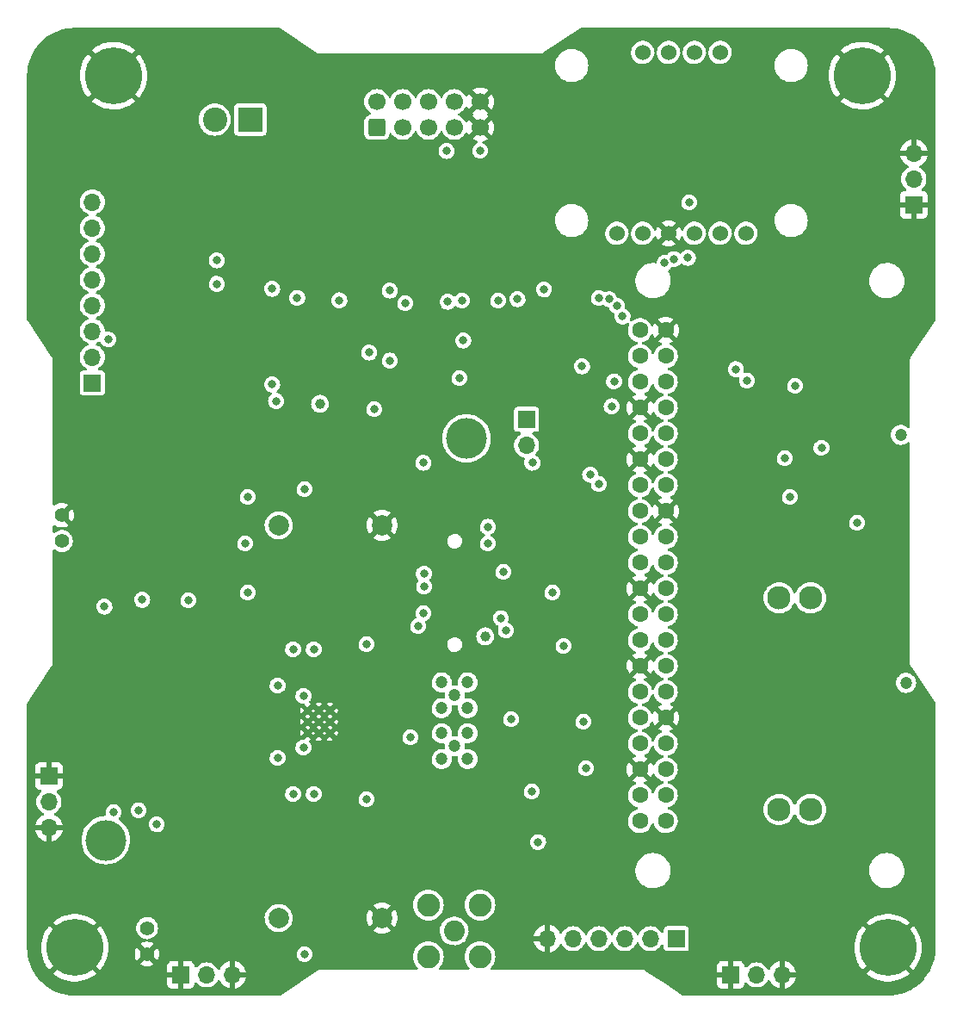
<source format=gbr>
%TF.GenerationSoftware,KiCad,Pcbnew,6.0.10*%
%TF.CreationDate,2022-12-28T18:15:44-05:00*%
%TF.ProjectId,piridium-bus,70697269-6469-4756-9d2d-6275732e6b69,rev?*%
%TF.SameCoordinates,Original*%
%TF.FileFunction,Copper,L2,Inr*%
%TF.FilePolarity,Positive*%
%FSLAX46Y46*%
G04 Gerber Fmt 4.6, Leading zero omitted, Abs format (unit mm)*
G04 Created by KiCad (PCBNEW 6.0.10) date 2022-12-28 18:15:44*
%MOMM*%
%LPD*%
G01*
G04 APERTURE LIST*
G04 Aperture macros list*
%AMRoundRect*
0 Rectangle with rounded corners*
0 $1 Rounding radius*
0 $2 $3 $4 $5 $6 $7 $8 $9 X,Y pos of 4 corners*
0 Add a 4 corners polygon primitive as box body*
4,1,4,$2,$3,$4,$5,$6,$7,$8,$9,$2,$3,0*
0 Add four circle primitives for the rounded corners*
1,1,$1+$1,$2,$3*
1,1,$1+$1,$4,$5*
1,1,$1+$1,$6,$7*
1,1,$1+$1,$8,$9*
0 Add four rect primitives between the rounded corners*
20,1,$1+$1,$2,$3,$4,$5,0*
20,1,$1+$1,$4,$5,$6,$7,0*
20,1,$1+$1,$6,$7,$8,$9,0*
20,1,$1+$1,$8,$9,$2,$3,0*%
G04 Aperture macros list end*
%TA.AperFunction,ComponentPad*%
%ADD10C,5.600000*%
%TD*%
%TA.AperFunction,ComponentPad*%
%ADD11C,1.524000*%
%TD*%
%TA.AperFunction,ComponentPad*%
%ADD12R,1.700000X1.700000*%
%TD*%
%TA.AperFunction,ComponentPad*%
%ADD13O,1.700000X1.700000*%
%TD*%
%TA.AperFunction,ComponentPad*%
%ADD14RoundRect,0.250000X0.600000X-0.600000X0.600000X0.600000X-0.600000X0.600000X-0.600000X-0.600000X0*%
%TD*%
%TA.AperFunction,ComponentPad*%
%ADD15C,1.700000*%
%TD*%
%TA.AperFunction,ComponentPad*%
%ADD16C,1.600000*%
%TD*%
%TA.AperFunction,ComponentPad*%
%ADD17R,2.400000X2.400000*%
%TD*%
%TA.AperFunction,ComponentPad*%
%ADD18C,2.400000*%
%TD*%
%TA.AperFunction,ComponentPad*%
%ADD19C,2.050000*%
%TD*%
%TA.AperFunction,ComponentPad*%
%ADD20C,2.250000*%
%TD*%
%TA.AperFunction,ComponentPad*%
%ADD21C,1.198880*%
%TD*%
%TA.AperFunction,ComponentPad*%
%ADD22C,4.000500*%
%TD*%
%TA.AperFunction,ComponentPad*%
%ADD23C,0.500000*%
%TD*%
%TA.AperFunction,ComponentPad*%
%ADD24C,2.000000*%
%TD*%
%TA.AperFunction,ComponentPad*%
%ADD25C,2.300000*%
%TD*%
%TA.AperFunction,ComponentPad*%
%ADD26C,1.400000*%
%TD*%
%TA.AperFunction,ViaPad*%
%ADD27C,0.800000*%
%TD*%
%TA.AperFunction,ViaPad*%
%ADD28C,1.000000*%
%TD*%
%TA.AperFunction,ViaPad*%
%ADD29C,1.200000*%
%TD*%
G04 APERTURE END LIST*
D10*
%TO.N,GND*%
%TO.C,MH1*%
X110490000Y-55880000D03*
%TD*%
%TO.N,GND*%
%TO.C,MH2*%
X184150000Y-55880000D03*
%TD*%
%TO.N,GND*%
%TO.C,MH3*%
X186690000Y-141610000D03*
%TD*%
%TO.N,GND*%
%TO.C,MH4*%
X106680000Y-141610000D03*
%TD*%
D11*
%TO.N,+3.3V*%
%TO.C,A2*%
X160020000Y-71374000D03*
%TO.N,unconnected-(A2-Pad2)*%
X162560000Y-71374000D03*
%TO.N,GND*%
X165100000Y-71374000D03*
%TO.N,I2C_SDA*%
X167640000Y-71374000D03*
%TO.N,I2C_SCL*%
X170180000Y-71374000D03*
%TO.N,unconnected-(A2-Pad6)*%
X172720000Y-71374000D03*
%TO.N,unconnected-(A2-Pad7)*%
X170180000Y-53594000D03*
%TO.N,unconnected-(A2-Pad8)*%
X167640000Y-53594000D03*
%TO.N,unconnected-(A2-Pad9)*%
X165100000Y-53594000D03*
%TO.N,unconnected-(A2-Pad10)*%
X162560000Y-53594000D03*
%TD*%
D12*
%TO.N,GND*%
%TO.C,J7*%
X189230000Y-68565000D03*
D13*
%TO.N,Net-(D3-Pad2)*%
X189230000Y-66025000D03*
%TO.N,GND*%
X189230000Y-63485000D03*
%TD*%
D12*
%TO.N,GND*%
%TO.C,J9*%
X117109000Y-144272000D03*
D13*
%TO.N,Net-(D7-Pad2)*%
X119649000Y-144272000D03*
%TO.N,GND*%
X122189000Y-144272000D03*
%TD*%
D12*
%TO.N,GND*%
%TO.C,J8*%
X104140000Y-124729000D03*
D13*
%TO.N,Net-(D6-Pad2)*%
X104140000Y-127269000D03*
%TO.N,GND*%
X104140000Y-129809000D03*
%TD*%
D14*
%TO.N,/PAYLOAD_PWR*%
%TO.C,J5*%
X136398000Y-60960000D03*
D15*
%TO.N,I2C_SCL*%
X136398000Y-58420000D03*
%TO.N,SPI_MOSI*%
X138938000Y-60960000D03*
%TO.N,I2C_SDA*%
X138938000Y-58420000D03*
%TO.N,SPI_MISO*%
X141478000Y-60960000D03*
%TO.N,GPIO19*%
X141478000Y-58420000D03*
%TO.N,SPI_SCK*%
X144018000Y-60960000D03*
%TO.N,SPI_CE1*%
X144018000Y-58420000D03*
%TO.N,GND*%
X146558000Y-60960000D03*
X146558000Y-58420000D03*
%TD*%
D12*
%TO.N,Net-(JP1-Pad1)*%
%TO.C,JP1*%
X151130000Y-89662000D03*
D13*
%TO.N,/EN*%
X151130000Y-92202000D03*
%TD*%
D16*
%TO.N,+3.3V*%
%TO.C,A1*%
X164823000Y-129159000D03*
%TO.N,+5V*%
X162283000Y-129159000D03*
%TO.N,I2C_SDA*%
X164823000Y-126619000D03*
%TO.N,+5V*%
X162283000Y-126619000D03*
%TO.N,I2C_SCL*%
X164823000Y-124079000D03*
%TO.N,GND*%
X162283000Y-124079000D03*
%TO.N,unconnected-(A1-Pad7)*%
X164823000Y-121539000D03*
%TO.N,UART_TX*%
X162283000Y-121539000D03*
%TO.N,GND*%
X164823000Y-118999000D03*
%TO.N,UART_RX*%
X162283000Y-118999000D03*
%TO.N,unconnected-(A1-Pad11)*%
X164823000Y-116459000D03*
%TO.N,unconnected-(A1-Pad12)*%
X162283000Y-116459000D03*
%TO.N,unconnected-(A1-Pad13)*%
X164823000Y-113919000D03*
%TO.N,GND*%
X162283000Y-113919000D03*
%TO.N,unconnected-(A1-Pad15)*%
X164823000Y-111379000D03*
%TO.N,unconnected-(A1-Pad16)*%
X162283000Y-111379000D03*
%TO.N,+3.3V*%
X164823000Y-108839000D03*
%TO.N,unconnected-(A1-Pad18)*%
X162283000Y-108839000D03*
%TO.N,SPI_MOSI*%
X164823000Y-106299000D03*
%TO.N,GND*%
X162283000Y-106299000D03*
%TO.N,SPI_MISO*%
X164823000Y-103759000D03*
%TO.N,unconnected-(A1-Pad22)*%
X162283000Y-103759000D03*
%TO.N,SPI_SCK*%
X164823000Y-101219000D03*
%TO.N,ADC_CS*%
X162283000Y-101219000D03*
%TO.N,GND*%
X164823000Y-98679000D03*
%TO.N,SPI_CE1*%
X162283000Y-98679000D03*
%TO.N,unconnected-(A1-Pad27)*%
X164823000Y-96139000D03*
%TO.N,unconnected-(A1-Pad28)*%
X162283000Y-96139000D03*
%TO.N,unconnected-(A1-Pad29)*%
X164823000Y-93599000D03*
%TO.N,GND*%
X162283000Y-93599000D03*
%TO.N,unconnected-(A1-Pad31)*%
X164823000Y-91059000D03*
%TO.N,S_NET_AVAIL*%
X162283000Y-91059000D03*
%TO.N,unconnected-(A1-Pad33)*%
X164823000Y-88519000D03*
%TO.N,GND*%
X162283000Y-88519000D03*
%TO.N,GPIO19*%
X164823000Y-85979000D03*
%TO.N,S_RING_INDICATOR*%
X162283000Y-85979000D03*
%TO.N,S_PAYLOAD_PWR*%
X164823000Y-83439000D03*
%TO.N,S_MODEM_ON_OFF*%
X162283000Y-83439000D03*
%TO.N,GND*%
X164823000Y-80899000D03*
%TO.N,S_HANDSHAKE*%
X162283000Y-80899000D03*
%TD*%
D17*
%TO.N,Net-(J1-Pad1)*%
%TO.C,J1*%
X123952000Y-60198000D03*
D18*
%TO.N,Net-(J1-Pad2)*%
X120452000Y-60198000D03*
%TD*%
D19*
%TO.N,Net-(A3-Pad21)*%
%TO.C,J4*%
X144018000Y-139954000D03*
D20*
%TO.N,GNDS*%
X146558000Y-137414000D03*
X141478000Y-142494000D03*
X146558000Y-142494000D03*
X141478000Y-137414000D03*
%TD*%
D12*
%TO.N,UART_RTS*%
%TO.C,J3*%
X165862000Y-140716000D03*
D13*
%TO.N,UART_RX*%
X163322000Y-140716000D03*
%TO.N,UART_TX*%
X160782000Y-140716000D03*
%TO.N,unconnected-(J3-Pad4)*%
X158242000Y-140716000D03*
%TO.N,UART_CTS*%
X155702000Y-140716000D03*
%TO.N,GND*%
X153162000Y-140716000D03*
%TD*%
D21*
%TO.N,Net-(A3-Pad21)*%
%TO.C,A3*%
X144047940Y-121783380D03*
%TO.N,GNDS*%
X142777940Y-120513380D03*
X145328100Y-123053380D03*
X145328100Y-120513380D03*
X142777940Y-123053380D03*
%TO.N,unconnected-(A3-Pad23)*%
X144047940Y-116782120D03*
%TO.N,unconnected-(A3-Pad24)*%
X142777940Y-115512120D03*
X145328100Y-115512120D03*
X142777940Y-118052120D03*
X145328100Y-118052120D03*
D22*
%TO.N,N/C*%
X109730000Y-131031520D03*
X145229040Y-91531980D03*
%TD*%
D12*
%TO.N,GND*%
%TO.C,J6*%
X171211000Y-144272000D03*
D13*
%TO.N,Net-(D2-Pad2)*%
X173751000Y-144272000D03*
%TO.N,GND*%
X176291000Y-144272000D03*
%TD*%
D23*
%TO.N,GND*%
%TO.C,U3*%
X129601500Y-119380000D03*
X130701500Y-119380000D03*
X129601500Y-118280000D03*
X131801500Y-118280000D03*
X130701500Y-120480000D03*
X130701500Y-118280000D03*
X131801500Y-119380000D03*
X131801500Y-120480000D03*
X129601500Y-120480000D03*
%TD*%
D24*
%TO.N,/5VP LCL/POWER_IN*%
%TO.C,TP4*%
X126746000Y-138684000D03*
%TD*%
D25*
%TO.N,Net-(BT1-Pad1)*%
%TO.C,BT1*%
X179070000Y-128016000D03*
X175970000Y-128016000D03*
X179070000Y-107216000D03*
X175970000Y-107216000D03*
%TD*%
D26*
%TO.N,GND*%
%TO.C,TP5*%
X105410000Y-99080000D03*
%TO.N,Net-(C23-Pad1)*%
X105410000Y-101620000D03*
%TD*%
D24*
%TO.N,GND*%
%TO.C,TP2*%
X136906000Y-100076000D03*
%TD*%
%TO.N,/5V LCL/POWER_IN*%
%TO.C,TP1*%
X126746000Y-100076000D03*
%TD*%
%TO.N,GND*%
%TO.C,TP3*%
X136906000Y-138684000D03*
%TD*%
D26*
%TO.N,GND*%
%TO.C,TP7*%
X113792000Y-142220000D03*
%TO.N,Net-(C28-Pad1)*%
X113792000Y-139680000D03*
%TD*%
D12*
%TO.N,/B1H*%
%TO.C,J2*%
X108401000Y-86091000D03*
D13*
%TO.N,/B1L*%
X108401000Y-83551000D03*
%TO.N,/B2H*%
X108401000Y-81011000D03*
%TO.N,/B2L*%
X108401000Y-78471000D03*
%TO.N,/A1H*%
X108401000Y-75931000D03*
%TO.N,/A1L*%
X108401000Y-73391000D03*
%TO.N,/A2H*%
X108401000Y-70851000D03*
%TO.N,/A2L*%
X108401000Y-68311000D03*
%TD*%
D27*
%TO.N,+3.3V*%
X143383000Y-78105000D03*
X126111000Y-76835000D03*
X158242000Y-77724000D03*
X139192000Y-78232000D03*
X123444000Y-101854000D03*
X158242000Y-96012000D03*
X123698000Y-97282000D03*
X152844500Y-76898500D03*
X126111000Y-86233000D03*
%TO.N,+5V*%
X183642000Y-99822000D03*
%TO.N,GND*%
X138938000Y-82296000D03*
X112268000Y-84582000D03*
X134366000Y-98044000D03*
X181864000Y-78232000D03*
X132842000Y-93980000D03*
X132334000Y-113792000D03*
X148082000Y-129794000D03*
X127356500Y-78561766D03*
X122494000Y-103820000D03*
D28*
X144028820Y-103388820D03*
D27*
X172212000Y-120904000D03*
X153670000Y-85852000D03*
X112395000Y-104013000D03*
X105410000Y-109220000D03*
X110461500Y-104026500D03*
X122682000Y-139700000D03*
X116840000Y-71882000D03*
X134366000Y-140716000D03*
X134935000Y-78806000D03*
X136694000Y-118467500D03*
X147828000Y-73152000D03*
X105918000Y-81280000D03*
X135128000Y-72898000D03*
X132334000Y-124968000D03*
X156972000Y-122428000D03*
X134366000Y-101600000D03*
X116840000Y-73152000D03*
X133350000Y-113792000D03*
X112268000Y-124714000D03*
X139192000Y-65786000D03*
X144018000Y-110490000D03*
X181610000Y-93218000D03*
X116840000Y-70612000D03*
X150876000Y-121412000D03*
X140970000Y-88900000D03*
X133350000Y-124968000D03*
X116840000Y-74422000D03*
X110236000Y-124714000D03*
X134366000Y-138938000D03*
X149606000Y-84836000D03*
X107950000Y-124714000D03*
X184404000Y-102362000D03*
X171958000Y-94234000D03*
X133882753Y-86841597D03*
X184584070Y-89712234D03*
X185928000Y-98552000D03*
X151972740Y-110917260D03*
X134366000Y-99822000D03*
X160782000Y-114554000D03*
X132842000Y-114808000D03*
X181153000Y-119521000D03*
X134366000Y-137160000D03*
X155416000Y-79026000D03*
X174752000Y-102616000D03*
X108458000Y-104013000D03*
X132842000Y-123952000D03*
X157988000Y-106172000D03*
%TO.N,UART_TX*%
X153670000Y-106680000D03*
X148844000Y-104648000D03*
%TO.N,UART_RX*%
X140970000Y-108712000D03*
X154766444Y-111933556D03*
%TO.N,SPI_MOSI*%
X146558000Y-63246000D03*
X167005000Y-73787000D03*
X160579017Y-79552204D03*
%TO.N,SPI_MISO*%
X165637687Y-73901277D03*
X160018116Y-78486000D03*
%TO.N,SPI_SCK*%
X164719000Y-74295000D03*
X159234176Y-77844798D03*
%TO.N,SPI_CE1*%
X143253380Y-63281955D03*
%TO.N,ADC_CS*%
X156591000Y-84455000D03*
X157388500Y-95088581D03*
%TO.N,S_RING_INDICATOR*%
X147320000Y-101854000D03*
X147320000Y-100221260D03*
%TO.N,S_MODEM_ON_OFF*%
X140462000Y-109982000D03*
D28*
X147066000Y-110998000D03*
D27*
%TO.N,S_HANDSHAKE*%
X136144000Y-88646000D03*
%TO.N,+5VP*%
X156972000Y-123952000D03*
%TO.N,UART_CTS*%
X149098000Y-110417000D03*
X141050740Y-106091260D03*
%TO.N,Net-(A3-Pad13)*%
X141027150Y-104821260D03*
X148600890Y-109209110D03*
D28*
%TO.N,+BATT*%
X130810000Y-88138000D03*
D27*
%TO.N,+3.3VA*%
X159738000Y-85930997D03*
X177038000Y-97282000D03*
X180144319Y-92456000D03*
X171732000Y-84725000D03*
X151692429Y-93933000D03*
X151638000Y-126238000D03*
X140970000Y-93933000D03*
%TO.N,Net-(C3-Pad1)*%
X120645837Y-74035513D03*
X120650000Y-76342000D03*
%TO.N,/5V LCL/POWER_IN*%
X129286000Y-96520000D03*
X135382000Y-111760000D03*
X172821000Y-85852000D03*
X159502500Y-88373500D03*
%TO.N,/5VP LCL/POWER_IN*%
X129286000Y-142240000D03*
X135382000Y-127000000D03*
%TO.N,Net-(Q9-Pad1)*%
X176530000Y-93472000D03*
X177546000Y-86360000D03*
%TO.N,/V_IN_A*%
X148336000Y-77978000D03*
X167132000Y-68326000D03*
%TO.N,/V_IN_B*%
X144526000Y-85598000D03*
D29*
%TO.N,Net-(C23-Pad1)*%
X188468000Y-115570000D03*
D27*
X113318000Y-107408000D03*
D29*
X187960000Y-91186000D03*
D27*
X139700000Y-120904000D03*
X149606000Y-119126000D03*
X117856000Y-107442000D03*
X109600000Y-108078000D03*
%TO.N,Net-(C8-Pad2)*%
X128161500Y-112268000D03*
X129177500Y-116840000D03*
X130193500Y-112268000D03*
X126637500Y-115824000D03*
%TO.N,/CHARGE_OUT*%
X128571234Y-77708266D03*
X126478106Y-87851000D03*
%TO.N,/I_OUT_A*%
X144780000Y-77978000D03*
%TO.N,/I_OUT_B*%
X123698000Y-106680000D03*
%TO.N,Net-(Q13-Pad4)*%
X152262501Y-131223591D03*
%TO.N,Net-(Q12-Pad3)*%
X156718000Y-119380000D03*
%TO.N,Net-(C9-Pad2)*%
X130193500Y-126492000D03*
X129177500Y-121920000D03*
X126637500Y-122936000D03*
X128161500Y-126492000D03*
%TO.N,Net-(C28-Pad1)*%
X112955500Y-128090500D03*
X110490000Y-128270000D03*
X114742000Y-129474000D03*
%TO.N,/B2L*%
X109982000Y-81801000D03*
%TO.N,TELEM_VBATV*%
X144907000Y-81915000D03*
%TO.N,Net-(U8-Pad15)*%
X150241000Y-77851000D03*
%TO.N,TELEM_IBAT*%
X132717500Y-77952500D03*
X135636000Y-83088500D03*
%TO.N,TELEM_IPAYLOAD*%
X137668000Y-83878500D03*
X137668000Y-77002500D03*
%TD*%
%TA.AperFunction,Conductor*%
%TO.N,GND*%
G36*
X126916234Y-51202662D02*
G01*
X130581294Y-53646035D01*
X130589409Y-53651924D01*
X130615489Y-53672485D01*
X130615491Y-53672486D01*
X130623670Y-53678934D01*
X130633497Y-53682385D01*
X130633499Y-53682386D01*
X130663139Y-53692794D01*
X130673121Y-53696785D01*
X130711265Y-53713960D01*
X130721635Y-53714929D01*
X130729065Y-53716891D01*
X130736019Y-53718388D01*
X130743502Y-53721016D01*
X130749091Y-53721500D01*
X130786057Y-53721500D01*
X130797783Y-53722047D01*
X130827351Y-53724811D01*
X130827352Y-53724811D01*
X130837720Y-53725780D01*
X130847843Y-53723339D01*
X130858232Y-53722592D01*
X130858258Y-53722949D01*
X130870446Y-53721500D01*
X152506469Y-53721500D01*
X152516486Y-53721899D01*
X152559971Y-53725367D01*
X152570058Y-53722788D01*
X152570062Y-53722788D01*
X152600503Y-53715006D01*
X152611021Y-53712790D01*
X152617826Y-53711657D01*
X152652283Y-53705922D01*
X152661446Y-53700978D01*
X152668704Y-53698493D01*
X152675333Y-53695876D01*
X152683020Y-53693911D01*
X152687939Y-53691213D01*
X152690203Y-53689703D01*
X152690214Y-53689697D01*
X152718692Y-53670712D01*
X152728750Y-53664664D01*
X152754887Y-53650561D01*
X152754891Y-53650558D01*
X152764057Y-53645612D01*
X152771128Y-53637962D01*
X152779353Y-53631582D01*
X152779573Y-53631865D01*
X152788914Y-53623896D01*
X156420766Y-51202662D01*
X156490658Y-51181500D01*
X186650060Y-51181500D01*
X186669771Y-51183051D01*
X186680207Y-51184704D01*
X186680208Y-51184704D01*
X186690000Y-51186255D01*
X186699794Y-51184704D01*
X186699795Y-51184704D01*
X186701001Y-51184513D01*
X186726205Y-51183081D01*
X187094006Y-51199139D01*
X187104954Y-51200097D01*
X187500443Y-51252164D01*
X187511247Y-51254070D01*
X187900696Y-51340409D01*
X187911306Y-51343252D01*
X188291739Y-51463201D01*
X188302052Y-51466954D01*
X188670605Y-51619614D01*
X188680549Y-51624252D01*
X189034367Y-51808438D01*
X189043887Y-51813934D01*
X189380304Y-52028255D01*
X189389308Y-52034559D01*
X189705782Y-52277397D01*
X189714186Y-52284449D01*
X189861240Y-52419200D01*
X190008285Y-52553943D01*
X190016057Y-52561715D01*
X190131018Y-52687172D01*
X190285551Y-52855814D01*
X190292603Y-52864218D01*
X190388609Y-52989336D01*
X190535441Y-53180692D01*
X190541745Y-53189696D01*
X190756066Y-53526113D01*
X190761561Y-53535632D01*
X190940757Y-53879862D01*
X190945744Y-53889442D01*
X190950386Y-53899395D01*
X191103043Y-54267940D01*
X191106799Y-54278261D01*
X191189459Y-54540426D01*
X191226748Y-54658693D01*
X191229591Y-54669304D01*
X191315930Y-55058753D01*
X191317837Y-55069565D01*
X191369903Y-55465045D01*
X191370861Y-55475994D01*
X191386304Y-55829696D01*
X191386919Y-55843791D01*
X191385487Y-55868999D01*
X191383745Y-55880000D01*
X191385296Y-55889792D01*
X191385296Y-55889793D01*
X191386949Y-55900229D01*
X191388500Y-55919940D01*
X191388500Y-79856342D01*
X191367338Y-79926234D01*
X188923965Y-83591294D01*
X188918076Y-83599409D01*
X188897515Y-83625489D01*
X188897514Y-83625491D01*
X188891066Y-83633670D01*
X188887615Y-83643497D01*
X188887614Y-83643499D01*
X188877206Y-83673139D01*
X188873215Y-83683121D01*
X188856040Y-83721265D01*
X188855071Y-83731635D01*
X188853109Y-83739065D01*
X188851612Y-83746019D01*
X188848984Y-83753502D01*
X188848500Y-83759091D01*
X188848500Y-83796057D01*
X188847953Y-83807783D01*
X188845361Y-83835517D01*
X188844220Y-83847720D01*
X188846661Y-83857843D01*
X188847408Y-83868232D01*
X188847051Y-83868258D01*
X188848500Y-83880446D01*
X188848500Y-90379387D01*
X188828498Y-90447508D01*
X188774842Y-90494001D01*
X188704568Y-90504105D01*
X188642185Y-90476472D01*
X188516250Y-90372290D01*
X188511503Y-90368363D01*
X188397682Y-90306819D01*
X188347612Y-90279746D01*
X188347609Y-90279745D01*
X188342187Y-90276813D01*
X188245104Y-90246761D01*
X188164200Y-90221717D01*
X188164197Y-90221716D01*
X188158313Y-90219895D01*
X188152188Y-90219251D01*
X188152187Y-90219251D01*
X187973013Y-90200419D01*
X187973012Y-90200419D01*
X187966885Y-90199775D01*
X187847814Y-90210611D01*
X187781336Y-90216661D01*
X187781335Y-90216661D01*
X187775195Y-90217220D01*
X187769281Y-90218961D01*
X187769279Y-90218961D01*
X187703171Y-90238418D01*
X187590545Y-90271566D01*
X187585080Y-90274423D01*
X187462416Y-90338550D01*
X187419966Y-90360742D01*
X187269958Y-90481352D01*
X187146233Y-90628802D01*
X187143269Y-90634194D01*
X187143266Y-90634198D01*
X187082623Y-90744508D01*
X187053504Y-90797475D01*
X187051643Y-90803342D01*
X187051642Y-90803344D01*
X187017712Y-90910305D01*
X186995303Y-90980947D01*
X186973847Y-91172230D01*
X186974363Y-91178373D01*
X186988059Y-91341466D01*
X186989954Y-91364037D01*
X186991653Y-91369962D01*
X187039307Y-91536150D01*
X187043009Y-91549062D01*
X187045824Y-91554539D01*
X187045825Y-91554542D01*
X187128177Y-91714782D01*
X187130992Y-91720259D01*
X187134815Y-91725083D01*
X187134818Y-91725087D01*
X187228350Y-91843094D01*
X187250552Y-91871106D01*
X187255246Y-91875101D01*
X187387120Y-91987335D01*
X187397134Y-91995858D01*
X187565156Y-92089762D01*
X187748217Y-92149242D01*
X187939346Y-92172033D01*
X187945481Y-92171561D01*
X187945483Y-92171561D01*
X188125118Y-92157739D01*
X188125122Y-92157738D01*
X188131260Y-92157266D01*
X188218505Y-92132907D01*
X188310708Y-92107163D01*
X188310712Y-92107162D01*
X188316652Y-92105503D01*
X188459817Y-92033186D01*
X188482958Y-92021497D01*
X188482960Y-92021496D01*
X188488459Y-92018718D01*
X188640137Y-91900214D01*
X188640777Y-91901034D01*
X188698739Y-91871203D01*
X188769410Y-91878000D01*
X188825187Y-91921925D01*
X188848500Y-91994942D01*
X188848500Y-113649469D01*
X188848101Y-113659486D01*
X188844633Y-113702971D01*
X188847212Y-113713058D01*
X188847212Y-113713062D01*
X188854994Y-113743503D01*
X188857210Y-113754021D01*
X188864078Y-113795283D01*
X188869022Y-113804446D01*
X188871507Y-113811704D01*
X188874124Y-113818333D01*
X188876089Y-113826020D01*
X188878787Y-113830939D01*
X188880297Y-113833203D01*
X188880303Y-113833214D01*
X188899288Y-113861692D01*
X188905336Y-113871750D01*
X188919439Y-113897887D01*
X188919442Y-113897891D01*
X188924388Y-113907057D01*
X188932038Y-113914128D01*
X188938418Y-113922353D01*
X188938135Y-113922573D01*
X188946104Y-113931914D01*
X191367338Y-117563766D01*
X191388500Y-117633658D01*
X191388500Y-141570060D01*
X191386949Y-141589771D01*
X191383745Y-141610000D01*
X191385296Y-141619794D01*
X191385296Y-141619795D01*
X191385487Y-141621001D01*
X191386919Y-141646205D01*
X191371729Y-141994118D01*
X191370861Y-142014005D01*
X191369903Y-142024954D01*
X191327474Y-142347237D01*
X191317837Y-142420435D01*
X191315930Y-142431247D01*
X191245181Y-142750376D01*
X191229593Y-142820690D01*
X191226748Y-142831306D01*
X191110788Y-143199090D01*
X191106802Y-143211731D01*
X191103046Y-143222052D01*
X190962786Y-143560670D01*
X190950390Y-143590596D01*
X190945748Y-143600549D01*
X190816312Y-143849193D01*
X190761562Y-143954367D01*
X190756066Y-143963887D01*
X190541745Y-144300304D01*
X190535441Y-144309308D01*
X190292603Y-144625782D01*
X190285551Y-144634186D01*
X190231620Y-144693041D01*
X190016057Y-144928285D01*
X190008285Y-144936057D01*
X189972135Y-144969183D01*
X189714186Y-145205551D01*
X189705782Y-145212603D01*
X189571303Y-145315792D01*
X189389308Y-145455441D01*
X189380304Y-145461745D01*
X189192202Y-145581579D01*
X189125450Y-145624105D01*
X189043887Y-145676066D01*
X189034368Y-145681561D01*
X188680549Y-145865748D01*
X188670605Y-145870386D01*
X188302052Y-146023046D01*
X188291739Y-146026799D01*
X187911307Y-146146748D01*
X187900696Y-146149591D01*
X187511247Y-146235930D01*
X187500443Y-146237836D01*
X187124438Y-146287338D01*
X187104955Y-146289903D01*
X187094006Y-146290861D01*
X186726205Y-146306919D01*
X186701001Y-146305487D01*
X186699795Y-146305296D01*
X186699794Y-146305296D01*
X186690000Y-146303745D01*
X186680208Y-146305296D01*
X186680207Y-146305296D01*
X186669771Y-146306949D01*
X186650060Y-146308500D01*
X166523658Y-146308500D01*
X166453766Y-146287338D01*
X164772762Y-145166669D01*
X169853001Y-145166669D01*
X169853371Y-145173490D01*
X169858895Y-145224352D01*
X169862521Y-145239604D01*
X169907676Y-145360054D01*
X169916214Y-145375649D01*
X169992715Y-145477724D01*
X170005276Y-145490285D01*
X170107351Y-145566786D01*
X170122946Y-145575324D01*
X170243394Y-145620478D01*
X170258649Y-145624105D01*
X170309514Y-145629631D01*
X170316328Y-145630000D01*
X170938885Y-145630000D01*
X170954124Y-145625525D01*
X170955329Y-145624135D01*
X170957000Y-145616452D01*
X170957000Y-145611884D01*
X171465000Y-145611884D01*
X171469475Y-145627123D01*
X171470865Y-145628328D01*
X171478548Y-145629999D01*
X172105669Y-145629999D01*
X172112490Y-145629629D01*
X172163352Y-145624105D01*
X172178604Y-145620479D01*
X172299054Y-145575324D01*
X172314649Y-145566786D01*
X172416724Y-145490285D01*
X172429285Y-145477724D01*
X172505786Y-145375649D01*
X172514324Y-145360054D01*
X172559478Y-145239606D01*
X172563105Y-145224351D01*
X172568631Y-145173486D01*
X172569000Y-145166672D01*
X172569000Y-145130605D01*
X172589002Y-145062484D01*
X172642658Y-145015991D01*
X172712932Y-145005887D01*
X172777512Y-145035381D01*
X172798212Y-145058333D01*
X172804013Y-145066617D01*
X172956383Y-145218987D01*
X172960891Y-145222144D01*
X172960894Y-145222146D01*
X173094635Y-145315792D01*
X173132898Y-145342584D01*
X173137880Y-145344907D01*
X173137885Y-145344910D01*
X173323211Y-145431329D01*
X173328193Y-145433652D01*
X173333501Y-145435074D01*
X173333503Y-145435075D01*
X173531020Y-145487999D01*
X173531022Y-145487999D01*
X173536335Y-145489423D01*
X173751000Y-145508204D01*
X173965665Y-145489423D01*
X173970978Y-145487999D01*
X173970980Y-145487999D01*
X174168497Y-145435075D01*
X174168499Y-145435074D01*
X174173807Y-145433652D01*
X174178789Y-145431329D01*
X174364115Y-145344910D01*
X174364120Y-145344907D01*
X174369102Y-145342584D01*
X174407365Y-145315792D01*
X174541106Y-145222146D01*
X174541109Y-145222144D01*
X174545617Y-145218987D01*
X174697987Y-145066617D01*
X174760024Y-144978020D01*
X174818427Y-144894611D01*
X174818428Y-144894609D01*
X174821584Y-144890102D01*
X174823907Y-144885120D01*
X174823910Y-144885115D01*
X174835521Y-144860214D01*
X174882438Y-144806929D01*
X174950716Y-144787468D01*
X175018675Y-144808010D01*
X175066459Y-144866061D01*
X175072768Y-144881599D01*
X175077413Y-144890794D01*
X175188694Y-145072388D01*
X175194777Y-145080699D01*
X175334213Y-145241667D01*
X175341580Y-145248883D01*
X175505434Y-145384916D01*
X175513881Y-145390831D01*
X175697756Y-145498279D01*
X175707042Y-145502729D01*
X175906001Y-145578703D01*
X175915899Y-145581579D01*
X176019250Y-145602606D01*
X176033299Y-145601410D01*
X176037000Y-145591065D01*
X176037000Y-145590517D01*
X176545000Y-145590517D01*
X176549064Y-145604359D01*
X176562478Y-145606393D01*
X176569184Y-145605534D01*
X176579262Y-145603392D01*
X176783255Y-145542191D01*
X176792842Y-145538433D01*
X176984095Y-145444739D01*
X176992945Y-145439464D01*
X177166328Y-145315792D01*
X177174200Y-145309139D01*
X177325052Y-145158812D01*
X177331730Y-145150965D01*
X177456003Y-144978020D01*
X177461313Y-144969183D01*
X177555670Y-144778267D01*
X177559469Y-144768672D01*
X177621377Y-144564910D01*
X177623555Y-144554837D01*
X177624986Y-144543962D01*
X177622775Y-144529778D01*
X177609617Y-144526000D01*
X176563115Y-144526000D01*
X176547876Y-144530475D01*
X176546671Y-144531865D01*
X176545000Y-144539548D01*
X176545000Y-145590517D01*
X176037000Y-145590517D01*
X176037000Y-144126381D01*
X184539160Y-144126381D01*
X184539237Y-144127470D01*
X184541698Y-144131206D01*
X184815632Y-144341404D01*
X184821262Y-144345259D01*
X185121591Y-144527862D01*
X185127593Y-144531080D01*
X185445897Y-144680184D01*
X185452202Y-144682732D01*
X185784743Y-144796587D01*
X185791313Y-144798446D01*
X186134183Y-144875714D01*
X186140912Y-144876853D01*
X186490143Y-144916643D01*
X186496933Y-144917046D01*
X186848419Y-144918886D01*
X186855220Y-144918554D01*
X187204853Y-144882423D01*
X187211581Y-144881357D01*
X187555274Y-144807676D01*
X187561822Y-144805897D01*
X187895549Y-144695527D01*
X187901891Y-144693041D01*
X188221718Y-144547288D01*
X188227777Y-144544121D01*
X188529995Y-144364676D01*
X188535659Y-144360884D01*
X188816732Y-144149849D01*
X188821958Y-144145464D01*
X188831613Y-144136428D01*
X188839682Y-144122750D01*
X188839654Y-144122024D01*
X188834512Y-144113723D01*
X186702810Y-141982020D01*
X186688869Y-141974408D01*
X186687034Y-141974539D01*
X186680420Y-141978790D01*
X184546774Y-144112437D01*
X184539160Y-144126381D01*
X176037000Y-144126381D01*
X176037000Y-143999885D01*
X176545000Y-143999885D01*
X176549475Y-144015124D01*
X176550865Y-144016329D01*
X176558548Y-144018000D01*
X177609344Y-144018000D01*
X177622875Y-144014027D01*
X177624180Y-144004947D01*
X177582214Y-143837875D01*
X177578894Y-143828124D01*
X177493972Y-143632814D01*
X177489105Y-143623739D01*
X177373426Y-143444926D01*
X177367136Y-143436757D01*
X177223806Y-143279240D01*
X177216273Y-143272215D01*
X177049139Y-143140222D01*
X177040552Y-143134517D01*
X176854117Y-143031599D01*
X176844705Y-143027369D01*
X176643959Y-142956280D01*
X176633988Y-142953646D01*
X176562837Y-142940972D01*
X176549540Y-142942432D01*
X176545000Y-142956989D01*
X176545000Y-143999885D01*
X176037000Y-143999885D01*
X176037000Y-142955102D01*
X176033082Y-142941758D01*
X176018806Y-142939771D01*
X175980324Y-142945660D01*
X175970288Y-142948051D01*
X175767868Y-143014212D01*
X175758359Y-143018209D01*
X175569463Y-143116542D01*
X175560738Y-143122036D01*
X175390433Y-143249905D01*
X175382726Y-143256748D01*
X175235590Y-143410717D01*
X175229104Y-143418727D01*
X175109098Y-143594649D01*
X175103996Y-143603629D01*
X175065445Y-143686680D01*
X175018621Y-143740047D01*
X174950378Y-143759627D01*
X174882382Y-143739203D01*
X174836963Y-143686878D01*
X174823912Y-143658889D01*
X174823909Y-143658883D01*
X174821584Y-143653898D01*
X174801047Y-143624568D01*
X174701146Y-143481894D01*
X174701144Y-143481891D01*
X174697987Y-143477383D01*
X174545617Y-143325013D01*
X174541109Y-143321856D01*
X174541106Y-143321854D01*
X174373611Y-143204573D01*
X174373609Y-143204572D01*
X174369102Y-143201416D01*
X174364120Y-143199093D01*
X174364115Y-143199090D01*
X174178789Y-143112671D01*
X174178787Y-143112670D01*
X174173807Y-143110348D01*
X174168499Y-143108926D01*
X174168497Y-143108925D01*
X173970980Y-143056001D01*
X173970978Y-143056001D01*
X173965665Y-143054577D01*
X173751000Y-143035796D01*
X173536335Y-143054577D01*
X173531022Y-143056001D01*
X173531020Y-143056001D01*
X173333503Y-143108925D01*
X173333501Y-143108926D01*
X173328193Y-143110348D01*
X173323213Y-143112670D01*
X173323211Y-143112671D01*
X173137885Y-143199090D01*
X173137880Y-143199093D01*
X173132898Y-143201416D01*
X173128391Y-143204572D01*
X173128389Y-143204573D01*
X172960894Y-143321854D01*
X172960891Y-143321856D01*
X172956383Y-143325013D01*
X172804013Y-143477383D01*
X172800853Y-143481896D01*
X172798213Y-143485666D01*
X172742757Y-143529995D01*
X172672138Y-143537306D01*
X172608777Y-143505276D01*
X172572791Y-143444075D01*
X172568999Y-143413397D01*
X172568999Y-143377331D01*
X172568629Y-143370510D01*
X172563105Y-143319648D01*
X172559479Y-143304396D01*
X172514324Y-143183946D01*
X172505786Y-143168351D01*
X172429285Y-143066276D01*
X172416724Y-143053715D01*
X172314649Y-142977214D01*
X172299054Y-142968676D01*
X172178606Y-142923522D01*
X172163351Y-142919895D01*
X172112486Y-142914369D01*
X172105672Y-142914000D01*
X171483115Y-142914000D01*
X171467876Y-142918475D01*
X171466671Y-142919865D01*
X171465000Y-142927548D01*
X171465000Y-145611884D01*
X170957000Y-145611884D01*
X170957000Y-144544115D01*
X170952525Y-144528876D01*
X170951135Y-144527671D01*
X170943452Y-144526000D01*
X169871116Y-144526000D01*
X169855877Y-144530475D01*
X169854672Y-144531865D01*
X169853001Y-144539548D01*
X169853001Y-145166669D01*
X164772762Y-145166669D01*
X163022586Y-143999885D01*
X169853000Y-143999885D01*
X169857475Y-144015124D01*
X169858865Y-144016329D01*
X169866548Y-144018000D01*
X170938885Y-144018000D01*
X170954124Y-144013525D01*
X170955329Y-144012135D01*
X170957000Y-144004452D01*
X170957000Y-142932116D01*
X170952525Y-142916877D01*
X170951135Y-142915672D01*
X170943452Y-142914001D01*
X170316331Y-142914001D01*
X170309510Y-142914371D01*
X170258648Y-142919895D01*
X170243396Y-142923521D01*
X170122946Y-142968676D01*
X170107351Y-142977214D01*
X170005276Y-143053715D01*
X169992715Y-143066276D01*
X169916214Y-143168351D01*
X169907676Y-143183946D01*
X169862522Y-143304394D01*
X169858895Y-143319649D01*
X169853369Y-143370514D01*
X169853000Y-143377328D01*
X169853000Y-143999885D01*
X163022586Y-143999885D01*
X162788706Y-143843965D01*
X162780591Y-143838076D01*
X162754511Y-143817515D01*
X162754509Y-143817514D01*
X162746330Y-143811066D01*
X162736503Y-143807615D01*
X162736501Y-143807614D01*
X162706861Y-143797206D01*
X162696877Y-143793214D01*
X162658735Y-143776040D01*
X162648365Y-143775071D01*
X162640935Y-143773109D01*
X162633981Y-143771612D01*
X162626498Y-143768984D01*
X162620909Y-143768500D01*
X162583943Y-143768500D01*
X162572217Y-143767953D01*
X162542649Y-143765189D01*
X162542648Y-143765189D01*
X162532280Y-143764220D01*
X162522157Y-143766661D01*
X162511768Y-143767408D01*
X162511742Y-143767051D01*
X162499554Y-143768500D01*
X147723968Y-143768500D01*
X147655847Y-143748498D01*
X147609354Y-143694842D01*
X147599250Y-143624568D01*
X147628157Y-143560670D01*
X147777337Y-143386002D01*
X147777340Y-143385998D01*
X147780553Y-143382236D01*
X147904452Y-143180051D01*
X147909299Y-143168351D01*
X147993303Y-142965547D01*
X147993304Y-142965545D01*
X147995197Y-142960974D01*
X148017128Y-142869623D01*
X148049398Y-142735210D01*
X148049399Y-142735204D01*
X148050553Y-142730397D01*
X148069158Y-142494000D01*
X148050553Y-142257603D01*
X148047279Y-142243962D01*
X148004497Y-142065764D01*
X147995197Y-142027026D01*
X147973402Y-141974408D01*
X147906347Y-141812523D01*
X147906345Y-141812519D01*
X147904452Y-141807949D01*
X147780553Y-141605764D01*
X147626550Y-141425450D01*
X147446236Y-141271447D01*
X147244051Y-141147548D01*
X147239481Y-141145655D01*
X147239477Y-141145653D01*
X147029547Y-141058697D01*
X147029545Y-141058696D01*
X147024974Y-141056803D01*
X146933986Y-141034959D01*
X146799210Y-141002602D01*
X146799204Y-141002601D01*
X146794397Y-141001447D01*
X146572282Y-140983966D01*
X151830257Y-140983966D01*
X151860565Y-141118446D01*
X151863645Y-141128275D01*
X151943770Y-141325603D01*
X151948413Y-141334794D01*
X152059694Y-141516388D01*
X152065777Y-141524699D01*
X152205213Y-141685667D01*
X152212580Y-141692883D01*
X152376434Y-141828916D01*
X152384881Y-141834831D01*
X152568756Y-141942279D01*
X152578042Y-141946729D01*
X152777001Y-142022703D01*
X152786899Y-142025579D01*
X152890250Y-142046606D01*
X152904299Y-142045410D01*
X152908000Y-142035065D01*
X152908000Y-142034517D01*
X153416000Y-142034517D01*
X153420064Y-142048359D01*
X153433478Y-142050393D01*
X153440184Y-142049534D01*
X153450262Y-142047392D01*
X153654255Y-141986191D01*
X153663842Y-141982433D01*
X153855095Y-141888739D01*
X153863945Y-141883464D01*
X154037328Y-141759792D01*
X154045200Y-141753139D01*
X154196052Y-141602812D01*
X154202730Y-141594965D01*
X154327003Y-141422020D01*
X154332313Y-141413183D01*
X154388927Y-141298635D01*
X154437041Y-141246428D01*
X154505742Y-141228521D01*
X154573219Y-141250600D01*
X154616079Y-141301212D01*
X154629090Y-141329115D01*
X154629093Y-141329120D01*
X154631416Y-141334102D01*
X154634570Y-141338606D01*
X154634573Y-141338611D01*
X154729493Y-141474170D01*
X154755013Y-141510617D01*
X154907383Y-141662987D01*
X154911891Y-141666144D01*
X154911894Y-141666146D01*
X155077070Y-141781803D01*
X155083898Y-141786584D01*
X155088880Y-141788907D01*
X155088885Y-141788910D01*
X155270336Y-141873522D01*
X155279193Y-141877652D01*
X155284501Y-141879074D01*
X155284503Y-141879075D01*
X155482020Y-141931999D01*
X155482022Y-141931999D01*
X155487335Y-141933423D01*
X155702000Y-141952204D01*
X155916665Y-141933423D01*
X155921978Y-141931999D01*
X155921980Y-141931999D01*
X156119497Y-141879075D01*
X156119499Y-141879074D01*
X156124807Y-141877652D01*
X156133664Y-141873522D01*
X156315115Y-141788910D01*
X156315120Y-141788907D01*
X156320102Y-141786584D01*
X156326930Y-141781803D01*
X156492106Y-141666146D01*
X156492109Y-141666144D01*
X156496617Y-141662987D01*
X156648987Y-141510617D01*
X156674508Y-141474170D01*
X156769427Y-141338611D01*
X156769430Y-141338606D01*
X156772584Y-141334102D01*
X156774907Y-141329120D01*
X156774910Y-141329115D01*
X156857805Y-141151346D01*
X156904723Y-141098061D01*
X156973000Y-141078600D01*
X157040960Y-141099142D01*
X157086195Y-141151346D01*
X157169090Y-141329115D01*
X157169093Y-141329120D01*
X157171416Y-141334102D01*
X157174570Y-141338606D01*
X157174573Y-141338611D01*
X157269493Y-141474170D01*
X157295013Y-141510617D01*
X157447383Y-141662987D01*
X157451891Y-141666144D01*
X157451894Y-141666146D01*
X157617070Y-141781803D01*
X157623898Y-141786584D01*
X157628880Y-141788907D01*
X157628885Y-141788910D01*
X157810336Y-141873522D01*
X157819193Y-141877652D01*
X157824501Y-141879074D01*
X157824503Y-141879075D01*
X158022020Y-141931999D01*
X158022022Y-141931999D01*
X158027335Y-141933423D01*
X158242000Y-141952204D01*
X158456665Y-141933423D01*
X158461978Y-141931999D01*
X158461980Y-141931999D01*
X158659497Y-141879075D01*
X158659499Y-141879074D01*
X158664807Y-141877652D01*
X158673664Y-141873522D01*
X158855115Y-141788910D01*
X158855120Y-141788907D01*
X158860102Y-141786584D01*
X158866930Y-141781803D01*
X159032106Y-141666146D01*
X159032109Y-141666144D01*
X159036617Y-141662987D01*
X159188987Y-141510617D01*
X159214508Y-141474170D01*
X159309427Y-141338611D01*
X159309430Y-141338606D01*
X159312584Y-141334102D01*
X159314907Y-141329120D01*
X159314910Y-141329115D01*
X159397805Y-141151346D01*
X159444723Y-141098061D01*
X159513000Y-141078600D01*
X159580960Y-141099142D01*
X159626195Y-141151346D01*
X159709090Y-141329115D01*
X159709093Y-141329120D01*
X159711416Y-141334102D01*
X159714570Y-141338606D01*
X159714573Y-141338611D01*
X159809493Y-141474170D01*
X159835013Y-141510617D01*
X159987383Y-141662987D01*
X159991891Y-141666144D01*
X159991894Y-141666146D01*
X160157070Y-141781803D01*
X160163898Y-141786584D01*
X160168880Y-141788907D01*
X160168885Y-141788910D01*
X160350336Y-141873522D01*
X160359193Y-141877652D01*
X160364501Y-141879074D01*
X160364503Y-141879075D01*
X160562020Y-141931999D01*
X160562022Y-141931999D01*
X160567335Y-141933423D01*
X160782000Y-141952204D01*
X160996665Y-141933423D01*
X161001978Y-141931999D01*
X161001980Y-141931999D01*
X161199497Y-141879075D01*
X161199499Y-141879074D01*
X161204807Y-141877652D01*
X161213664Y-141873522D01*
X161395115Y-141788910D01*
X161395120Y-141788907D01*
X161400102Y-141786584D01*
X161406930Y-141781803D01*
X161572106Y-141666146D01*
X161572109Y-141666144D01*
X161576617Y-141662987D01*
X161728987Y-141510617D01*
X161754508Y-141474170D01*
X161849427Y-141338611D01*
X161849430Y-141338606D01*
X161852584Y-141334102D01*
X161854907Y-141329120D01*
X161854910Y-141329115D01*
X161937805Y-141151346D01*
X161984723Y-141098061D01*
X162053000Y-141078600D01*
X162120960Y-141099142D01*
X162166195Y-141151346D01*
X162249090Y-141329115D01*
X162249093Y-141329120D01*
X162251416Y-141334102D01*
X162254570Y-141338606D01*
X162254573Y-141338611D01*
X162349493Y-141474170D01*
X162375013Y-141510617D01*
X162527383Y-141662987D01*
X162531891Y-141666144D01*
X162531894Y-141666146D01*
X162697070Y-141781803D01*
X162703898Y-141786584D01*
X162708880Y-141788907D01*
X162708885Y-141788910D01*
X162890336Y-141873522D01*
X162899193Y-141877652D01*
X162904501Y-141879074D01*
X162904503Y-141879075D01*
X163102020Y-141931999D01*
X163102022Y-141931999D01*
X163107335Y-141933423D01*
X163322000Y-141952204D01*
X163536665Y-141933423D01*
X163541978Y-141931999D01*
X163541980Y-141931999D01*
X163739497Y-141879075D01*
X163739499Y-141879074D01*
X163744807Y-141877652D01*
X163753664Y-141873522D01*
X163935115Y-141788910D01*
X163935120Y-141788907D01*
X163940102Y-141786584D01*
X163946930Y-141781803D01*
X164112106Y-141666146D01*
X164112109Y-141666144D01*
X164116617Y-141662987D01*
X164268987Y-141510617D01*
X164294508Y-141474170D01*
X164377544Y-141355581D01*
X164392584Y-141334102D01*
X164394908Y-141329118D01*
X164395381Y-141328299D01*
X164446764Y-141279306D01*
X164516477Y-141265870D01*
X164582388Y-141292256D01*
X164623570Y-141350089D01*
X164630500Y-141391299D01*
X164630500Y-141602158D01*
X164631170Y-141606706D01*
X164631170Y-141606713D01*
X164640112Y-141667459D01*
X164641538Y-141677144D01*
X164645853Y-141685932D01*
X164645853Y-141685933D01*
X164678046Y-141751501D01*
X164697513Y-141791151D01*
X164704883Y-141798508D01*
X164761936Y-141855461D01*
X164787399Y-141880880D01*
X164796755Y-141885453D01*
X164796756Y-141885454D01*
X164820258Y-141896942D01*
X164901503Y-141936655D01*
X164934284Y-141941437D01*
X164971316Y-141946840D01*
X164971320Y-141946840D01*
X164975842Y-141947500D01*
X166748158Y-141947500D01*
X166752706Y-141946830D01*
X166752713Y-141946830D01*
X166813459Y-141937888D01*
X166813461Y-141937887D01*
X166823144Y-141936462D01*
X166883487Y-141906835D01*
X166927803Y-141885077D01*
X166927804Y-141885076D01*
X166937151Y-141880487D01*
X167026880Y-141790601D01*
X167082655Y-141676497D01*
X167090927Y-141619795D01*
X167092840Y-141606684D01*
X167092840Y-141606680D01*
X167093500Y-141602158D01*
X167093500Y-141601832D01*
X183377333Y-141601832D01*
X183395117Y-141952893D01*
X183395827Y-141959649D01*
X183451420Y-142306723D01*
X183452859Y-142313378D01*
X183545608Y-142652410D01*
X183547757Y-142658871D01*
X183676581Y-142985912D01*
X183679412Y-142992095D01*
X183842803Y-143303310D01*
X183846286Y-143309152D01*
X184042330Y-143600896D01*
X184046433Y-143606340D01*
X184166425Y-143748836D01*
X184179164Y-143757279D01*
X184189608Y-143751181D01*
X186317980Y-141622810D01*
X186324357Y-141611131D01*
X187054408Y-141611131D01*
X187054539Y-141612966D01*
X187058790Y-141619580D01*
X189189009Y-143749798D01*
X189202605Y-143757223D01*
X189212218Y-143750522D01*
X189312518Y-143633912D01*
X189316676Y-143628514D01*
X189515762Y-143338840D01*
X189519310Y-143333029D01*
X189685942Y-143023559D01*
X189688849Y-143017381D01*
X189821090Y-142691713D01*
X189823304Y-142685283D01*
X189919598Y-142347237D01*
X189921105Y-142340607D01*
X189980332Y-141994118D01*
X189981112Y-141987378D01*
X190002668Y-141634925D01*
X190002784Y-141631323D01*
X190002853Y-141611819D01*
X190002761Y-141608194D01*
X189983666Y-141255615D01*
X189982931Y-141248849D01*
X189926130Y-140901985D01*
X189924663Y-140895313D01*
X189830736Y-140556627D01*
X189828562Y-140550163D01*
X189698598Y-140223578D01*
X189695742Y-140217398D01*
X189531269Y-139906763D01*
X189527769Y-139900937D01*
X189330697Y-139609862D01*
X189326590Y-139604453D01*
X189213565Y-139471179D01*
X189200740Y-139462743D01*
X189190416Y-139468795D01*
X187062020Y-141597190D01*
X187054408Y-141611131D01*
X186324357Y-141611131D01*
X186325592Y-141608869D01*
X186325461Y-141607034D01*
X186321210Y-141600420D01*
X184190992Y-139470203D01*
X184177455Y-139462811D01*
X184167753Y-139469599D01*
X184060430Y-139595257D01*
X184056296Y-139600664D01*
X183858215Y-139891041D01*
X183854697Y-139896851D01*
X183689134Y-140206922D01*
X183686259Y-140213087D01*
X183555155Y-140539218D01*
X183552962Y-140545658D01*
X183457846Y-140884044D01*
X183456363Y-140890679D01*
X183398350Y-141237354D01*
X183397591Y-141244126D01*
X183377357Y-141595037D01*
X183377333Y-141601832D01*
X167093500Y-141601832D01*
X167093500Y-139829842D01*
X167092368Y-139822147D01*
X167083888Y-139764541D01*
X167083887Y-139764539D01*
X167082462Y-139754856D01*
X167076543Y-139742801D01*
X167031077Y-139650197D01*
X167031076Y-139650196D01*
X167026487Y-139640849D01*
X166964046Y-139578517D01*
X166943972Y-139558478D01*
X166936601Y-139551120D01*
X166924245Y-139545080D01*
X166840600Y-139504194D01*
X166822497Y-139495345D01*
X166789716Y-139490563D01*
X166752684Y-139485160D01*
X166752680Y-139485160D01*
X166748158Y-139484500D01*
X164975842Y-139484500D01*
X164971294Y-139485170D01*
X164971287Y-139485170D01*
X164910541Y-139494112D01*
X164910539Y-139494113D01*
X164900856Y-139495538D01*
X164892068Y-139499853D01*
X164892067Y-139499853D01*
X164796197Y-139546923D01*
X164796196Y-139546924D01*
X164786849Y-139551513D01*
X164697120Y-139641399D01*
X164692547Y-139650755D01*
X164692546Y-139650756D01*
X164676441Y-139683704D01*
X164641345Y-139755503D01*
X164639933Y-139765183D01*
X164631165Y-139825287D01*
X164630500Y-139829842D01*
X164630500Y-140040701D01*
X164610498Y-140108822D01*
X164556842Y-140155315D01*
X164486568Y-140165419D01*
X164421988Y-140135925D01*
X164395381Y-140103701D01*
X164394908Y-140102882D01*
X164392584Y-140097898D01*
X164281338Y-139939022D01*
X164272146Y-139925894D01*
X164272144Y-139925891D01*
X164268987Y-139921383D01*
X164116617Y-139769013D01*
X164112109Y-139765856D01*
X164112106Y-139765854D01*
X163944611Y-139648573D01*
X163944609Y-139648572D01*
X163940102Y-139645416D01*
X163935120Y-139643093D01*
X163935115Y-139643090D01*
X163749789Y-139556671D01*
X163749787Y-139556670D01*
X163744807Y-139554348D01*
X163739499Y-139552926D01*
X163739497Y-139552925D01*
X163541980Y-139500001D01*
X163541978Y-139500001D01*
X163536665Y-139498577D01*
X163322000Y-139479796D01*
X163107335Y-139498577D01*
X163102022Y-139500001D01*
X163102020Y-139500001D01*
X162904503Y-139552925D01*
X162904501Y-139552926D01*
X162899193Y-139554348D01*
X162894213Y-139556670D01*
X162894211Y-139556671D01*
X162708885Y-139643090D01*
X162708880Y-139643093D01*
X162703898Y-139645416D01*
X162699391Y-139648572D01*
X162699389Y-139648573D01*
X162531894Y-139765854D01*
X162531891Y-139765856D01*
X162527383Y-139769013D01*
X162375013Y-139921383D01*
X162371856Y-139925891D01*
X162371854Y-139925894D01*
X162272244Y-140068152D01*
X162251416Y-140097898D01*
X162249093Y-140102880D01*
X162249090Y-140102885D01*
X162166195Y-140280654D01*
X162119277Y-140333939D01*
X162051000Y-140353400D01*
X161983040Y-140332858D01*
X161937805Y-140280654D01*
X161854910Y-140102885D01*
X161854907Y-140102880D01*
X161852584Y-140097898D01*
X161831756Y-140068152D01*
X161732146Y-139925894D01*
X161732144Y-139925891D01*
X161728987Y-139921383D01*
X161576617Y-139769013D01*
X161572109Y-139765856D01*
X161572106Y-139765854D01*
X161404611Y-139648573D01*
X161404609Y-139648572D01*
X161400102Y-139645416D01*
X161395120Y-139643093D01*
X161395115Y-139643090D01*
X161209789Y-139556671D01*
X161209787Y-139556670D01*
X161204807Y-139554348D01*
X161199499Y-139552926D01*
X161199497Y-139552925D01*
X161001980Y-139500001D01*
X161001978Y-139500001D01*
X160996665Y-139498577D01*
X160782000Y-139479796D01*
X160567335Y-139498577D01*
X160562022Y-139500001D01*
X160562020Y-139500001D01*
X160364503Y-139552925D01*
X160364501Y-139552926D01*
X160359193Y-139554348D01*
X160354213Y-139556670D01*
X160354211Y-139556671D01*
X160168885Y-139643090D01*
X160168880Y-139643093D01*
X160163898Y-139645416D01*
X160159391Y-139648572D01*
X160159389Y-139648573D01*
X159991894Y-139765854D01*
X159991891Y-139765856D01*
X159987383Y-139769013D01*
X159835013Y-139921383D01*
X159831856Y-139925891D01*
X159831854Y-139925894D01*
X159732244Y-140068152D01*
X159711416Y-140097898D01*
X159709093Y-140102880D01*
X159709090Y-140102885D01*
X159626195Y-140280654D01*
X159579277Y-140333939D01*
X159511000Y-140353400D01*
X159443040Y-140332858D01*
X159397805Y-140280654D01*
X159314910Y-140102885D01*
X159314907Y-140102880D01*
X159312584Y-140097898D01*
X159291756Y-140068152D01*
X159192146Y-139925894D01*
X159192144Y-139925891D01*
X159188987Y-139921383D01*
X159036617Y-139769013D01*
X159032109Y-139765856D01*
X159032106Y-139765854D01*
X158864611Y-139648573D01*
X158864609Y-139648572D01*
X158860102Y-139645416D01*
X158855120Y-139643093D01*
X158855115Y-139643090D01*
X158669789Y-139556671D01*
X158669787Y-139556670D01*
X158664807Y-139554348D01*
X158659499Y-139552926D01*
X158659497Y-139552925D01*
X158461980Y-139500001D01*
X158461978Y-139500001D01*
X158456665Y-139498577D01*
X158242000Y-139479796D01*
X158027335Y-139498577D01*
X158022022Y-139500001D01*
X158022020Y-139500001D01*
X157824503Y-139552925D01*
X157824501Y-139552926D01*
X157819193Y-139554348D01*
X157814213Y-139556670D01*
X157814211Y-139556671D01*
X157628885Y-139643090D01*
X157628880Y-139643093D01*
X157623898Y-139645416D01*
X157619391Y-139648572D01*
X157619389Y-139648573D01*
X157451894Y-139765854D01*
X157451891Y-139765856D01*
X157447383Y-139769013D01*
X157295013Y-139921383D01*
X157291856Y-139925891D01*
X157291854Y-139925894D01*
X157192244Y-140068152D01*
X157171416Y-140097898D01*
X157169093Y-140102880D01*
X157169090Y-140102885D01*
X157086195Y-140280654D01*
X157039277Y-140333939D01*
X156971000Y-140353400D01*
X156903040Y-140332858D01*
X156857805Y-140280654D01*
X156774910Y-140102885D01*
X156774907Y-140102880D01*
X156772584Y-140097898D01*
X156751756Y-140068152D01*
X156652146Y-139925894D01*
X156652144Y-139925891D01*
X156648987Y-139921383D01*
X156496617Y-139769013D01*
X156492109Y-139765856D01*
X156492106Y-139765854D01*
X156324611Y-139648573D01*
X156324609Y-139648572D01*
X156320102Y-139645416D01*
X156315120Y-139643093D01*
X156315115Y-139643090D01*
X156129789Y-139556671D01*
X156129787Y-139556670D01*
X156124807Y-139554348D01*
X156119499Y-139552926D01*
X156119497Y-139552925D01*
X155921980Y-139500001D01*
X155921978Y-139500001D01*
X155916665Y-139498577D01*
X155702000Y-139479796D01*
X155487335Y-139498577D01*
X155482022Y-139500001D01*
X155482020Y-139500001D01*
X155284503Y-139552925D01*
X155284501Y-139552926D01*
X155279193Y-139554348D01*
X155274213Y-139556670D01*
X155274211Y-139556671D01*
X155088885Y-139643090D01*
X155088880Y-139643093D01*
X155083898Y-139645416D01*
X155079391Y-139648572D01*
X155079389Y-139648573D01*
X154911894Y-139765854D01*
X154911891Y-139765856D01*
X154907383Y-139769013D01*
X154755013Y-139921383D01*
X154751856Y-139925891D01*
X154751854Y-139925894D01*
X154652244Y-140068152D01*
X154631416Y-140097898D01*
X154629093Y-140102879D01*
X154629087Y-140102890D01*
X154616491Y-140129903D01*
X154569574Y-140183188D01*
X154501296Y-140202648D01*
X154433337Y-140182106D01*
X154386747Y-140126894D01*
X154364972Y-140076814D01*
X154360105Y-140067739D01*
X154244426Y-139888926D01*
X154238136Y-139880757D01*
X154094806Y-139723240D01*
X154087273Y-139716215D01*
X153920139Y-139584222D01*
X153911552Y-139578517D01*
X153725117Y-139475599D01*
X153715705Y-139471369D01*
X153514959Y-139400280D01*
X153504988Y-139397646D01*
X153433837Y-139384972D01*
X153420540Y-139386432D01*
X153416000Y-139400989D01*
X153416000Y-142034517D01*
X152908000Y-142034517D01*
X152908000Y-140988115D01*
X152903525Y-140972876D01*
X152902135Y-140971671D01*
X152894452Y-140970000D01*
X151845225Y-140970000D01*
X151831694Y-140973973D01*
X151830257Y-140983966D01*
X146572282Y-140983966D01*
X146558000Y-140982842D01*
X146321603Y-141001447D01*
X146316796Y-141002601D01*
X146316790Y-141002602D01*
X146182014Y-141034959D01*
X146091026Y-141056803D01*
X146086455Y-141058696D01*
X146086453Y-141058697D01*
X145876523Y-141145653D01*
X145876519Y-141145655D01*
X145871949Y-141147548D01*
X145669764Y-141271447D01*
X145489450Y-141425450D01*
X145335447Y-141605764D01*
X145211548Y-141807949D01*
X145209655Y-141812519D01*
X145209653Y-141812523D01*
X145142598Y-141974408D01*
X145120803Y-142027026D01*
X145111503Y-142065764D01*
X145068722Y-142243962D01*
X145065447Y-142257603D01*
X145046842Y-142494000D01*
X145065447Y-142730397D01*
X145066601Y-142735204D01*
X145066602Y-142735210D01*
X145098872Y-142869623D01*
X145120803Y-142960974D01*
X145122696Y-142965545D01*
X145122697Y-142965547D01*
X145206702Y-143168351D01*
X145211548Y-143180051D01*
X145335447Y-143382236D01*
X145338660Y-143385998D01*
X145338663Y-143386002D01*
X145487843Y-143560670D01*
X145516874Y-143625459D01*
X145506269Y-143695659D01*
X145459394Y-143748982D01*
X145392032Y-143768500D01*
X142643968Y-143768500D01*
X142575847Y-143748498D01*
X142529354Y-143694842D01*
X142519250Y-143624568D01*
X142548157Y-143560670D01*
X142697337Y-143386002D01*
X142697340Y-143385998D01*
X142700553Y-143382236D01*
X142824452Y-143180051D01*
X142829299Y-143168351D01*
X142913303Y-142965547D01*
X142913304Y-142965545D01*
X142915197Y-142960974D01*
X142937128Y-142869623D01*
X142969398Y-142735210D01*
X142969399Y-142735204D01*
X142970553Y-142730397D01*
X142989158Y-142494000D01*
X142970553Y-142257603D01*
X142967279Y-142243962D01*
X142924497Y-142065764D01*
X142915197Y-142027026D01*
X142893402Y-141974408D01*
X142826347Y-141812523D01*
X142826345Y-141812519D01*
X142824452Y-141807949D01*
X142700553Y-141605764D01*
X142546550Y-141425450D01*
X142366236Y-141271447D01*
X142164051Y-141147548D01*
X142159481Y-141145655D01*
X142159477Y-141145653D01*
X141949547Y-141058697D01*
X141949545Y-141058696D01*
X141944974Y-141056803D01*
X141853986Y-141034959D01*
X141719210Y-141002602D01*
X141719204Y-141002601D01*
X141714397Y-141001447D01*
X141478000Y-140982842D01*
X141241603Y-141001447D01*
X141236796Y-141002601D01*
X141236790Y-141002602D01*
X141102014Y-141034959D01*
X141011026Y-141056803D01*
X141006455Y-141058696D01*
X141006453Y-141058697D01*
X140796523Y-141145653D01*
X140796519Y-141145655D01*
X140791949Y-141147548D01*
X140589764Y-141271447D01*
X140409450Y-141425450D01*
X140255447Y-141605764D01*
X140131548Y-141807949D01*
X140129655Y-141812519D01*
X140129653Y-141812523D01*
X140062598Y-141974408D01*
X140040803Y-142027026D01*
X140031503Y-142065764D01*
X139988722Y-142243962D01*
X139985447Y-142257603D01*
X139966842Y-142494000D01*
X139985447Y-142730397D01*
X139986601Y-142735204D01*
X139986602Y-142735210D01*
X140018872Y-142869623D01*
X140040803Y-142960974D01*
X140042696Y-142965545D01*
X140042697Y-142965547D01*
X140126702Y-143168351D01*
X140131548Y-143180051D01*
X140255447Y-143382236D01*
X140258660Y-143385998D01*
X140258663Y-143386002D01*
X140407843Y-143560670D01*
X140436874Y-143625459D01*
X140426269Y-143695659D01*
X140379394Y-143748982D01*
X140312032Y-143768500D01*
X130830531Y-143768500D01*
X130820514Y-143768101D01*
X130818658Y-143767953D01*
X130777029Y-143764633D01*
X130766942Y-143767212D01*
X130766938Y-143767212D01*
X130736497Y-143774994D01*
X130725979Y-143777210D01*
X130719174Y-143778343D01*
X130684717Y-143784078D01*
X130675554Y-143789022D01*
X130668296Y-143791507D01*
X130661667Y-143794124D01*
X130653980Y-143796089D01*
X130649061Y-143798787D01*
X130646797Y-143800297D01*
X130646786Y-143800303D01*
X130618308Y-143819288D01*
X130608250Y-143825336D01*
X130582113Y-143839439D01*
X130582109Y-143839442D01*
X130572943Y-143844388D01*
X130565872Y-143852038D01*
X130557647Y-143858418D01*
X130557427Y-143858135D01*
X130548086Y-143866104D01*
X126916234Y-146287338D01*
X126846342Y-146308500D01*
X106719940Y-146308500D01*
X106700229Y-146306949D01*
X106689793Y-146305296D01*
X106689792Y-146305296D01*
X106680000Y-146303745D01*
X106670206Y-146305296D01*
X106670205Y-146305296D01*
X106668999Y-146305487D01*
X106643795Y-146306919D01*
X106275994Y-146290861D01*
X106265045Y-146289903D01*
X106245562Y-146287338D01*
X105869557Y-146237836D01*
X105858753Y-146235930D01*
X105469304Y-146149591D01*
X105458693Y-146146748D01*
X105078261Y-146026799D01*
X105067948Y-146023046D01*
X104699395Y-145870386D01*
X104689451Y-145865748D01*
X104335632Y-145681561D01*
X104326113Y-145676066D01*
X104244551Y-145624105D01*
X104177798Y-145581579D01*
X103989696Y-145461745D01*
X103980692Y-145455441D01*
X103798697Y-145315792D01*
X103664218Y-145212603D01*
X103655814Y-145205551D01*
X103613382Y-145166669D01*
X115751001Y-145166669D01*
X115751371Y-145173490D01*
X115756895Y-145224352D01*
X115760521Y-145239604D01*
X115805676Y-145360054D01*
X115814214Y-145375649D01*
X115890715Y-145477724D01*
X115903276Y-145490285D01*
X116005351Y-145566786D01*
X116020946Y-145575324D01*
X116141394Y-145620478D01*
X116156649Y-145624105D01*
X116207514Y-145629631D01*
X116214328Y-145630000D01*
X116836885Y-145630000D01*
X116852124Y-145625525D01*
X116853329Y-145624135D01*
X116855000Y-145616452D01*
X116855000Y-145611884D01*
X117363000Y-145611884D01*
X117367475Y-145627123D01*
X117368865Y-145628328D01*
X117376548Y-145629999D01*
X118003669Y-145629999D01*
X118010490Y-145629629D01*
X118061352Y-145624105D01*
X118076604Y-145620479D01*
X118197054Y-145575324D01*
X118212649Y-145566786D01*
X118314724Y-145490285D01*
X118327285Y-145477724D01*
X118403786Y-145375649D01*
X118412324Y-145360054D01*
X118457478Y-145239606D01*
X118461105Y-145224351D01*
X118466631Y-145173486D01*
X118467000Y-145166672D01*
X118467000Y-145130605D01*
X118487002Y-145062484D01*
X118540658Y-145015991D01*
X118610932Y-145005887D01*
X118675512Y-145035381D01*
X118696212Y-145058333D01*
X118702013Y-145066617D01*
X118854383Y-145218987D01*
X118858891Y-145222144D01*
X118858894Y-145222146D01*
X118992635Y-145315792D01*
X119030898Y-145342584D01*
X119035880Y-145344907D01*
X119035885Y-145344910D01*
X119221211Y-145431329D01*
X119226193Y-145433652D01*
X119231501Y-145435074D01*
X119231503Y-145435075D01*
X119429020Y-145487999D01*
X119429022Y-145487999D01*
X119434335Y-145489423D01*
X119649000Y-145508204D01*
X119863665Y-145489423D01*
X119868978Y-145487999D01*
X119868980Y-145487999D01*
X120066497Y-145435075D01*
X120066499Y-145435074D01*
X120071807Y-145433652D01*
X120076789Y-145431329D01*
X120262115Y-145344910D01*
X120262120Y-145344907D01*
X120267102Y-145342584D01*
X120305365Y-145315792D01*
X120439106Y-145222146D01*
X120439109Y-145222144D01*
X120443617Y-145218987D01*
X120595987Y-145066617D01*
X120658024Y-144978020D01*
X120716427Y-144894611D01*
X120716428Y-144894609D01*
X120719584Y-144890102D01*
X120721907Y-144885120D01*
X120721910Y-144885115D01*
X120733521Y-144860214D01*
X120780438Y-144806929D01*
X120848716Y-144787468D01*
X120916675Y-144808010D01*
X120964459Y-144866061D01*
X120970768Y-144881599D01*
X120975413Y-144890794D01*
X121086694Y-145072388D01*
X121092777Y-145080699D01*
X121232213Y-145241667D01*
X121239580Y-145248883D01*
X121403434Y-145384916D01*
X121411881Y-145390831D01*
X121595756Y-145498279D01*
X121605042Y-145502729D01*
X121804001Y-145578703D01*
X121813899Y-145581579D01*
X121917250Y-145602606D01*
X121931299Y-145601410D01*
X121935000Y-145591065D01*
X121935000Y-145590517D01*
X122443000Y-145590517D01*
X122447064Y-145604359D01*
X122460478Y-145606393D01*
X122467184Y-145605534D01*
X122477262Y-145603392D01*
X122681255Y-145542191D01*
X122690842Y-145538433D01*
X122882095Y-145444739D01*
X122890945Y-145439464D01*
X123064328Y-145315792D01*
X123072200Y-145309139D01*
X123223052Y-145158812D01*
X123229730Y-145150965D01*
X123354003Y-144978020D01*
X123359313Y-144969183D01*
X123453670Y-144778267D01*
X123457469Y-144768672D01*
X123519377Y-144564910D01*
X123521555Y-144554837D01*
X123522986Y-144543962D01*
X123520775Y-144529778D01*
X123507617Y-144526000D01*
X122461115Y-144526000D01*
X122445876Y-144530475D01*
X122444671Y-144531865D01*
X122443000Y-144539548D01*
X122443000Y-145590517D01*
X121935000Y-145590517D01*
X121935000Y-143999885D01*
X122443000Y-143999885D01*
X122447475Y-144015124D01*
X122448865Y-144016329D01*
X122456548Y-144018000D01*
X123507344Y-144018000D01*
X123520875Y-144014027D01*
X123522180Y-144004947D01*
X123480214Y-143837875D01*
X123476894Y-143828124D01*
X123391972Y-143632814D01*
X123387105Y-143623739D01*
X123271426Y-143444926D01*
X123265136Y-143436757D01*
X123121806Y-143279240D01*
X123114273Y-143272215D01*
X122947139Y-143140222D01*
X122938552Y-143134517D01*
X122752117Y-143031599D01*
X122742705Y-143027369D01*
X122541959Y-142956280D01*
X122531988Y-142953646D01*
X122460837Y-142940972D01*
X122447540Y-142942432D01*
X122443000Y-142956989D01*
X122443000Y-143999885D01*
X121935000Y-143999885D01*
X121935000Y-142955102D01*
X121931082Y-142941758D01*
X121916806Y-142939771D01*
X121878324Y-142945660D01*
X121868288Y-142948051D01*
X121665868Y-143014212D01*
X121656359Y-143018209D01*
X121467463Y-143116542D01*
X121458738Y-143122036D01*
X121288433Y-143249905D01*
X121280726Y-143256748D01*
X121133590Y-143410717D01*
X121127104Y-143418727D01*
X121007098Y-143594649D01*
X121001996Y-143603629D01*
X120963445Y-143686680D01*
X120916621Y-143740047D01*
X120848378Y-143759627D01*
X120780382Y-143739203D01*
X120734963Y-143686878D01*
X120721912Y-143658889D01*
X120721909Y-143658883D01*
X120719584Y-143653898D01*
X120699047Y-143624568D01*
X120599146Y-143481894D01*
X120599144Y-143481891D01*
X120595987Y-143477383D01*
X120443617Y-143325013D01*
X120439109Y-143321856D01*
X120439106Y-143321854D01*
X120271611Y-143204573D01*
X120271609Y-143204572D01*
X120267102Y-143201416D01*
X120262120Y-143199093D01*
X120262115Y-143199090D01*
X120076789Y-143112671D01*
X120076787Y-143112670D01*
X120071807Y-143110348D01*
X120066499Y-143108926D01*
X120066497Y-143108925D01*
X119868980Y-143056001D01*
X119868978Y-143056001D01*
X119863665Y-143054577D01*
X119649000Y-143035796D01*
X119434335Y-143054577D01*
X119429022Y-143056001D01*
X119429020Y-143056001D01*
X119231503Y-143108925D01*
X119231501Y-143108926D01*
X119226193Y-143110348D01*
X119221213Y-143112670D01*
X119221211Y-143112671D01*
X119035885Y-143199090D01*
X119035880Y-143199093D01*
X119030898Y-143201416D01*
X119026391Y-143204572D01*
X119026389Y-143204573D01*
X118858894Y-143321854D01*
X118858891Y-143321856D01*
X118854383Y-143325013D01*
X118702013Y-143477383D01*
X118698853Y-143481896D01*
X118696213Y-143485666D01*
X118640757Y-143529995D01*
X118570138Y-143537306D01*
X118506777Y-143505276D01*
X118470791Y-143444075D01*
X118466999Y-143413397D01*
X118466999Y-143377331D01*
X118466629Y-143370510D01*
X118461105Y-143319648D01*
X118457479Y-143304396D01*
X118412324Y-143183946D01*
X118403786Y-143168351D01*
X118327285Y-143066276D01*
X118314724Y-143053715D01*
X118212649Y-142977214D01*
X118197054Y-142968676D01*
X118076606Y-142923522D01*
X118061351Y-142919895D01*
X118010486Y-142914369D01*
X118003672Y-142914000D01*
X117381115Y-142914000D01*
X117365876Y-142918475D01*
X117364671Y-142919865D01*
X117363000Y-142927548D01*
X117363000Y-145611884D01*
X116855000Y-145611884D01*
X116855000Y-144544115D01*
X116850525Y-144528876D01*
X116849135Y-144527671D01*
X116841452Y-144526000D01*
X115769116Y-144526000D01*
X115753877Y-144530475D01*
X115752672Y-144531865D01*
X115751001Y-144539548D01*
X115751001Y-145166669D01*
X103613382Y-145166669D01*
X103397865Y-144969183D01*
X103361715Y-144936057D01*
X103353943Y-144928285D01*
X103138380Y-144693041D01*
X103084449Y-144634186D01*
X103077397Y-144625782D01*
X102834559Y-144309308D01*
X102828255Y-144300304D01*
X102717454Y-144126381D01*
X104529160Y-144126381D01*
X104529237Y-144127470D01*
X104531698Y-144131206D01*
X104805632Y-144341404D01*
X104811262Y-144345259D01*
X105111591Y-144527862D01*
X105117593Y-144531080D01*
X105435897Y-144680184D01*
X105442202Y-144682732D01*
X105774743Y-144796587D01*
X105781313Y-144798446D01*
X106124183Y-144875714D01*
X106130912Y-144876853D01*
X106480143Y-144916643D01*
X106486933Y-144917046D01*
X106838419Y-144918886D01*
X106845220Y-144918554D01*
X107194853Y-144882423D01*
X107201581Y-144881357D01*
X107545274Y-144807676D01*
X107551822Y-144805897D01*
X107885549Y-144695527D01*
X107891891Y-144693041D01*
X108211718Y-144547288D01*
X108217777Y-144544121D01*
X108519995Y-144364676D01*
X108525659Y-144360884D01*
X108806732Y-144149849D01*
X108811958Y-144145464D01*
X108821613Y-144136428D01*
X108829682Y-144122750D01*
X108829654Y-144122024D01*
X108824512Y-144113723D01*
X108710674Y-143999885D01*
X115751000Y-143999885D01*
X115755475Y-144015124D01*
X115756865Y-144016329D01*
X115764548Y-144018000D01*
X116836885Y-144018000D01*
X116852124Y-144013525D01*
X116853329Y-144012135D01*
X116855000Y-144004452D01*
X116855000Y-142932116D01*
X116850525Y-142916877D01*
X116849135Y-142915672D01*
X116841452Y-142914001D01*
X116214331Y-142914001D01*
X116207510Y-142914371D01*
X116156648Y-142919895D01*
X116141396Y-142923521D01*
X116020946Y-142968676D01*
X116005351Y-142977214D01*
X115903276Y-143053715D01*
X115890715Y-143066276D01*
X115814214Y-143168351D01*
X115805676Y-143183946D01*
X115760522Y-143304394D01*
X115756895Y-143319649D01*
X115751369Y-143370514D01*
X115751000Y-143377328D01*
X115751000Y-143999885D01*
X108710674Y-143999885D01*
X106692810Y-141982020D01*
X106678869Y-141974408D01*
X106677034Y-141974539D01*
X106670420Y-141978790D01*
X104536774Y-144112437D01*
X104529160Y-144126381D01*
X102717454Y-144126381D01*
X102613934Y-143963887D01*
X102608438Y-143954367D01*
X102553688Y-143849193D01*
X102424252Y-143600549D01*
X102419610Y-143590596D01*
X102407215Y-143560670D01*
X102266954Y-143222052D01*
X102263198Y-143211731D01*
X102259213Y-143199090D01*
X102143252Y-142831306D01*
X102140407Y-142820690D01*
X102124819Y-142750376D01*
X102054070Y-142431247D01*
X102052163Y-142420435D01*
X102042527Y-142347237D01*
X102000097Y-142024954D01*
X101999139Y-142014005D01*
X101998271Y-141994118D01*
X101983081Y-141646205D01*
X101984513Y-141621001D01*
X101984704Y-141619795D01*
X101984704Y-141619794D01*
X101986255Y-141610000D01*
X101984961Y-141601832D01*
X103367333Y-141601832D01*
X103385117Y-141952893D01*
X103385827Y-141959649D01*
X103441420Y-142306723D01*
X103442859Y-142313378D01*
X103535608Y-142652410D01*
X103537757Y-142658871D01*
X103666581Y-142985912D01*
X103669412Y-142992095D01*
X103832803Y-143303310D01*
X103836286Y-143309152D01*
X104032330Y-143600896D01*
X104036433Y-143606340D01*
X104156425Y-143748836D01*
X104169164Y-143757279D01*
X104179608Y-143751181D01*
X106307980Y-141622810D01*
X106314357Y-141611131D01*
X107044408Y-141611131D01*
X107044539Y-141612966D01*
X107048790Y-141619580D01*
X109179009Y-143749798D01*
X109192605Y-143757223D01*
X109202218Y-143750522D01*
X109302518Y-143633912D01*
X109306676Y-143628514D01*
X109505762Y-143338840D01*
X109509310Y-143333029D01*
X109562491Y-143234261D01*
X113142294Y-143234261D01*
X113151590Y-143246276D01*
X113181189Y-143267001D01*
X113190677Y-143272479D01*
X113372277Y-143357159D01*
X113382571Y-143360907D01*
X113576122Y-143412769D01*
X113586909Y-143414671D01*
X113786525Y-143432135D01*
X113797475Y-143432135D01*
X113997091Y-143414671D01*
X114007878Y-143412769D01*
X114201429Y-143360907D01*
X114211723Y-143357159D01*
X114393323Y-143272479D01*
X114402811Y-143267001D01*
X114433248Y-143245689D01*
X114441623Y-143235212D01*
X114434554Y-143221764D01*
X113804812Y-142592022D01*
X113790868Y-142584408D01*
X113789035Y-142584539D01*
X113782420Y-142588790D01*
X113148724Y-143222486D01*
X113142294Y-143234261D01*
X109562491Y-143234261D01*
X109675942Y-143023559D01*
X109678849Y-143017381D01*
X109811090Y-142691713D01*
X109813304Y-142685283D01*
X109909598Y-142347237D01*
X109911105Y-142340607D01*
X109930785Y-142225475D01*
X112579865Y-142225475D01*
X112597329Y-142425091D01*
X112599231Y-142435878D01*
X112651093Y-142629429D01*
X112654841Y-142639723D01*
X112739521Y-142821323D01*
X112744999Y-142830811D01*
X112766311Y-142861248D01*
X112776788Y-142869623D01*
X112790236Y-142862554D01*
X113419978Y-142232812D01*
X113426356Y-142221132D01*
X114156408Y-142221132D01*
X114156539Y-142222965D01*
X114160790Y-142229580D01*
X114794486Y-142863276D01*
X114806261Y-142869706D01*
X114818276Y-142860410D01*
X114839001Y-142830811D01*
X114844479Y-142821323D01*
X114929159Y-142639723D01*
X114932907Y-142629429D01*
X114984769Y-142435878D01*
X114986671Y-142425091D01*
X115003825Y-142229020D01*
X128499632Y-142229020D01*
X128516741Y-142403511D01*
X128572083Y-142569876D01*
X128575730Y-142575898D01*
X128575731Y-142575900D01*
X128608150Y-142629429D01*
X128662908Y-142719846D01*
X128667797Y-142724909D01*
X128667798Y-142724910D01*
X128743749Y-142803559D01*
X128784701Y-142845966D01*
X128790593Y-142849821D01*
X128790597Y-142849825D01*
X128875457Y-142905355D01*
X128931410Y-142941970D01*
X128938014Y-142944426D01*
X129089140Y-143000629D01*
X129089142Y-143000629D01*
X129095742Y-143003084D01*
X129102725Y-143004016D01*
X129102726Y-143004016D01*
X129262549Y-143025342D01*
X129262553Y-143025342D01*
X129269530Y-143026273D01*
X129276541Y-143025635D01*
X129276545Y-143025635D01*
X129414105Y-143013115D01*
X129444137Y-143010382D01*
X129450839Y-143008204D01*
X129450841Y-143008204D01*
X129604185Y-142958380D01*
X129604188Y-142958379D01*
X129610884Y-142956203D01*
X129761484Y-142866427D01*
X129766578Y-142861576D01*
X129766582Y-142861573D01*
X129835833Y-142795625D01*
X129888452Y-142745517D01*
X129985477Y-142599482D01*
X130047737Y-142435581D01*
X130072138Y-142261959D01*
X130072445Y-142240000D01*
X130052901Y-142065764D01*
X130049179Y-142055074D01*
X129997557Y-141906835D01*
X129997556Y-141906833D01*
X129995242Y-141900188D01*
X129983177Y-141880880D01*
X129906064Y-141757473D01*
X129906063Y-141757471D01*
X129902332Y-141751501D01*
X129893835Y-141742944D01*
X129797771Y-141646209D01*
X129778789Y-141627094D01*
X129772846Y-141623322D01*
X129772843Y-141623320D01*
X129688919Y-141570060D01*
X129630755Y-141533148D01*
X129583687Y-141516388D01*
X129472220Y-141476696D01*
X129472215Y-141476695D01*
X129465585Y-141474334D01*
X129458597Y-141473501D01*
X129458594Y-141473500D01*
X129338307Y-141459157D01*
X129291490Y-141453574D01*
X129284487Y-141454310D01*
X129284486Y-141454310D01*
X129124122Y-141471165D01*
X129124120Y-141471166D01*
X129117122Y-141471901D01*
X128951148Y-141528403D01*
X128937296Y-141536925D01*
X128807823Y-141616577D01*
X128807820Y-141616579D01*
X128801816Y-141620273D01*
X128796781Y-141625204D01*
X128796778Y-141625206D01*
X128758198Y-141662987D01*
X128676549Y-141742944D01*
X128581572Y-141890319D01*
X128579163Y-141896939D01*
X128579161Y-141896942D01*
X128530063Y-142031838D01*
X128521606Y-142055074D01*
X128520723Y-142062062D01*
X128520723Y-142062063D01*
X128519372Y-142072761D01*
X128499632Y-142229020D01*
X115003825Y-142229020D01*
X115004135Y-142225475D01*
X115004135Y-142214525D01*
X114986671Y-142014909D01*
X114984769Y-142004122D01*
X114932907Y-141810571D01*
X114929159Y-141800277D01*
X114844479Y-141618677D01*
X114839001Y-141609189D01*
X114817689Y-141578752D01*
X114807212Y-141570377D01*
X114793764Y-141577446D01*
X114164022Y-142207188D01*
X114156408Y-142221132D01*
X113426356Y-142221132D01*
X113427592Y-142218868D01*
X113427461Y-142217035D01*
X113423210Y-142210420D01*
X112789514Y-141576724D01*
X112777739Y-141570294D01*
X112765724Y-141579590D01*
X112744999Y-141609189D01*
X112739521Y-141618677D01*
X112654841Y-141800277D01*
X112651093Y-141810571D01*
X112599231Y-142004122D01*
X112597329Y-142014909D01*
X112579865Y-142214525D01*
X112579865Y-142225475D01*
X109930785Y-142225475D01*
X109970332Y-141994118D01*
X109971112Y-141987378D01*
X109992668Y-141634925D01*
X109992784Y-141631323D01*
X109992853Y-141611819D01*
X109992761Y-141608194D01*
X109973666Y-141255615D01*
X109972931Y-141248849D01*
X109965716Y-141204788D01*
X113142377Y-141204788D01*
X113149446Y-141218236D01*
X113779188Y-141847978D01*
X113793132Y-141855592D01*
X113794965Y-141855461D01*
X113801580Y-141851210D01*
X114435276Y-141217514D01*
X114441706Y-141205739D01*
X114432410Y-141193724D01*
X114402811Y-141172999D01*
X114393323Y-141167521D01*
X114211723Y-141082841D01*
X114201429Y-141079093D01*
X114007878Y-141027231D01*
X113997091Y-141025329D01*
X113864033Y-141013688D01*
X113797914Y-140987825D01*
X113797826Y-140987703D01*
X113762745Y-141008349D01*
X113743002Y-141011673D01*
X113586909Y-141025329D01*
X113576122Y-141027231D01*
X113382571Y-141079093D01*
X113372277Y-141082841D01*
X113190677Y-141167521D01*
X113181189Y-141172999D01*
X113150752Y-141194311D01*
X113142377Y-141204788D01*
X109965716Y-141204788D01*
X109916130Y-140901985D01*
X109914663Y-140895313D01*
X109820736Y-140556627D01*
X109818562Y-140550163D01*
X109688598Y-140223578D01*
X109685742Y-140217398D01*
X109521269Y-139906763D01*
X109517769Y-139900937D01*
X109348934Y-139651568D01*
X112706239Y-139651568D01*
X112719239Y-139849909D01*
X112768166Y-140042559D01*
X112770585Y-140047806D01*
X112843939Y-140206922D01*
X112851381Y-140223066D01*
X112966098Y-140385387D01*
X112970232Y-140389414D01*
X113085122Y-140501335D01*
X113108474Y-140524084D01*
X113113270Y-140527289D01*
X113113273Y-140527291D01*
X113214213Y-140594736D01*
X113273742Y-140634512D01*
X113279045Y-140636790D01*
X113279048Y-140636792D01*
X113381675Y-140680884D01*
X113456366Y-140712974D01*
X113550468Y-140734267D01*
X113644595Y-140755566D01*
X113644598Y-140755566D01*
X113650231Y-140756841D01*
X113656000Y-140757068D01*
X113656003Y-140757068D01*
X113736968Y-140760249D01*
X113804251Y-140782910D01*
X113807955Y-140787540D01*
X113856934Y-140763471D01*
X113879156Y-140760249D01*
X114045553Y-140736123D01*
X114051017Y-140734268D01*
X114051022Y-140734267D01*
X114228302Y-140674088D01*
X114233770Y-140672232D01*
X114407193Y-140575111D01*
X114429418Y-140556627D01*
X114495898Y-140501335D01*
X114560012Y-140448012D01*
X114687111Y-140295193D01*
X114784232Y-140121770D01*
X114809339Y-140047806D01*
X114846267Y-139939022D01*
X114846268Y-139939017D01*
X114848123Y-139933553D01*
X114876644Y-139736844D01*
X114878133Y-139680000D01*
X114859946Y-139482068D01*
X114857013Y-139471666D01*
X114807562Y-139296329D01*
X114805993Y-139290765D01*
X114718081Y-139112497D01*
X114711234Y-139103327D01*
X114602607Y-138957859D01*
X114602607Y-138957858D01*
X114599154Y-138953235D01*
X114453196Y-138818313D01*
X114386114Y-138775987D01*
X114289974Y-138715327D01*
X114289973Y-138715327D01*
X114285094Y-138712248D01*
X114129396Y-138650131D01*
X125360179Y-138650131D01*
X125360476Y-138655283D01*
X125360476Y-138655287D01*
X125363938Y-138715327D01*
X125373256Y-138876927D01*
X125374393Y-138881973D01*
X125374394Y-138881979D01*
X125385747Y-138932355D01*
X125423199Y-139098541D01*
X125425141Y-139103323D01*
X125425142Y-139103327D01*
X125503512Y-139296329D01*
X125508666Y-139309022D01*
X125565744Y-139402165D01*
X125621980Y-139493933D01*
X125627363Y-139502718D01*
X125776102Y-139674427D01*
X125950888Y-139819537D01*
X126147028Y-139934152D01*
X126359253Y-140015193D01*
X126364321Y-140016224D01*
X126364324Y-140016225D01*
X126450153Y-140033687D01*
X126581864Y-140060484D01*
X126587037Y-140060674D01*
X126587040Y-140060674D01*
X126803720Y-140068619D01*
X126803724Y-140068619D01*
X126808884Y-140068808D01*
X126814004Y-140068152D01*
X126814006Y-140068152D01*
X126886183Y-140058906D01*
X127034214Y-140039942D01*
X127039163Y-140038457D01*
X127039169Y-140038456D01*
X127246855Y-139976147D01*
X127246854Y-139976147D01*
X127251805Y-139974662D01*
X127370181Y-139916670D01*
X136038160Y-139916670D01*
X136043887Y-139924320D01*
X136215042Y-140029205D01*
X136223837Y-140033687D01*
X136433988Y-140120734D01*
X136443373Y-140123783D01*
X136664554Y-140176885D01*
X136674301Y-140178428D01*
X136901070Y-140196275D01*
X136910930Y-140196275D01*
X137137699Y-140178428D01*
X137147446Y-140176885D01*
X137368627Y-140123783D01*
X137378012Y-140120734D01*
X137588163Y-140033687D01*
X137596958Y-140029205D01*
X137764445Y-139926568D01*
X137770824Y-139919518D01*
X142607101Y-139919518D01*
X142607398Y-139924670D01*
X142607398Y-139924674D01*
X142614196Y-140042559D01*
X142620415Y-140150418D01*
X142621552Y-140155464D01*
X142621553Y-140155470D01*
X142635605Y-140217821D01*
X142671262Y-140376042D01*
X142673204Y-140380824D01*
X142673205Y-140380828D01*
X142752095Y-140575111D01*
X142758276Y-140590332D01*
X142879121Y-140787534D01*
X143030551Y-140962350D01*
X143208500Y-141110086D01*
X143408189Y-141226774D01*
X143413014Y-141228616D01*
X143413015Y-141228617D01*
X143483715Y-141255615D01*
X143624254Y-141309282D01*
X143629320Y-141310313D01*
X143629321Y-141310313D01*
X143704475Y-141325603D01*
X143850894Y-141355392D01*
X143981323Y-141360175D01*
X144076858Y-141363678D01*
X144076862Y-141363678D01*
X144082022Y-141363867D01*
X144087142Y-141363211D01*
X144087144Y-141363211D01*
X144159200Y-141353980D01*
X144311430Y-141334479D01*
X144316379Y-141332994D01*
X144316385Y-141332993D01*
X144452168Y-141292256D01*
X144532958Y-141268018D01*
X144558276Y-141255615D01*
X144662025Y-141204788D01*
X144740656Y-141166267D01*
X144744860Y-141163269D01*
X144744864Y-141163266D01*
X144836278Y-141098061D01*
X144928947Y-141031961D01*
X145092774Y-140868705D01*
X145227737Y-140680884D01*
X145330212Y-140473542D01*
X145337309Y-140450183D01*
X151826389Y-140450183D01*
X151827912Y-140458607D01*
X151840292Y-140462000D01*
X152889885Y-140462000D01*
X152905124Y-140457525D01*
X152906329Y-140456135D01*
X152908000Y-140448452D01*
X152908000Y-139399102D01*
X152904082Y-139385758D01*
X152889806Y-139383771D01*
X152851324Y-139389660D01*
X152841288Y-139392051D01*
X152638868Y-139458212D01*
X152629359Y-139462209D01*
X152440463Y-139560542D01*
X152431738Y-139566036D01*
X152261433Y-139693905D01*
X152253726Y-139700748D01*
X152106590Y-139854717D01*
X152100104Y-139862727D01*
X151980098Y-140038649D01*
X151975000Y-140047623D01*
X151885338Y-140240783D01*
X151881775Y-140250470D01*
X151826389Y-140450183D01*
X145337309Y-140450183D01*
X145372627Y-140333939D01*
X145395943Y-140257199D01*
X145395944Y-140257193D01*
X145397447Y-140252247D01*
X145425397Y-140039942D01*
X145427198Y-140026265D01*
X145427198Y-140026259D01*
X145427635Y-140022943D01*
X145427799Y-140016225D01*
X145429238Y-139957365D01*
X145429238Y-139957360D01*
X145429320Y-139954000D01*
X145421223Y-139855511D01*
X145410793Y-139728646D01*
X145410792Y-139728640D01*
X145410369Y-139723495D01*
X145354025Y-139499180D01*
X145261801Y-139287080D01*
X145243790Y-139259238D01*
X145145865Y-139107870D01*
X145138744Y-139096862D01*
X184539950Y-139096862D01*
X184539986Y-139097704D01*
X184545037Y-139105826D01*
X186677190Y-141237980D01*
X186691131Y-141245592D01*
X186692966Y-141245461D01*
X186699580Y-141241210D01*
X188832798Y-139107991D01*
X188840412Y-139094047D01*
X188840344Y-139093089D01*
X188835836Y-139086272D01*
X188834418Y-139085065D01*
X188554813Y-138872064D01*
X188549187Y-138868240D01*
X188248214Y-138686681D01*
X188242202Y-138683484D01*
X187923370Y-138535487D01*
X187917070Y-138532967D01*
X187584129Y-138420273D01*
X187577551Y-138418437D01*
X187234417Y-138342367D01*
X187227678Y-138341251D01*
X186878310Y-138302680D01*
X186871529Y-138302301D01*
X186520015Y-138301687D01*
X186513242Y-138302042D01*
X186163720Y-138339395D01*
X186157010Y-138340482D01*
X185813586Y-138415361D01*
X185807011Y-138417172D01*
X185473683Y-138528702D01*
X185467361Y-138531205D01*
X185148034Y-138678079D01*
X185141991Y-138681265D01*
X184840401Y-138861763D01*
X184834755Y-138865571D01*
X184554408Y-139077596D01*
X184549211Y-139081987D01*
X184547972Y-139083155D01*
X184539950Y-139096862D01*
X145138744Y-139096862D01*
X145136174Y-139092890D01*
X144980518Y-138921826D01*
X144976467Y-138918627D01*
X144976463Y-138918623D01*
X144803067Y-138781683D01*
X144803062Y-138781680D01*
X144799013Y-138778482D01*
X144794497Y-138775989D01*
X144794494Y-138775987D01*
X144601057Y-138669204D01*
X144601053Y-138669202D01*
X144596533Y-138666707D01*
X144591664Y-138664983D01*
X144591660Y-138664981D01*
X144383385Y-138591227D01*
X144383383Y-138591226D01*
X144378516Y-138589503D01*
X144264667Y-138569223D01*
X144155905Y-138549849D01*
X144155901Y-138549849D01*
X144150817Y-138548943D01*
X144077846Y-138548052D01*
X143924721Y-138546181D01*
X143924719Y-138546181D01*
X143919551Y-138546118D01*
X143690930Y-138581102D01*
X143471092Y-138652956D01*
X143466500Y-138655346D01*
X143466501Y-138655346D01*
X143274993Y-138755039D01*
X143265941Y-138759751D01*
X143261808Y-138762854D01*
X143261805Y-138762856D01*
X143103149Y-138881979D01*
X143080988Y-138898618D01*
X142921198Y-139065828D01*
X142918284Y-139070100D01*
X142918283Y-139070101D01*
X142859678Y-139156012D01*
X142790864Y-139256890D01*
X142775140Y-139290765D01*
X142725528Y-139397646D01*
X142693486Y-139466674D01*
X142631678Y-139689545D01*
X142607101Y-139919518D01*
X137770824Y-139919518D01*
X137773907Y-139916110D01*
X137770124Y-139907334D01*
X136918812Y-139056022D01*
X136904868Y-139048408D01*
X136903035Y-139048539D01*
X136896420Y-139052790D01*
X136044920Y-139904290D01*
X136038160Y-139916670D01*
X127370181Y-139916670D01*
X127455812Y-139874720D01*
X127460017Y-139871720D01*
X127460023Y-139871717D01*
X127636552Y-139745800D01*
X127636554Y-139745798D01*
X127640756Y-139742801D01*
X127801671Y-139582446D01*
X127934235Y-139397964D01*
X128002798Y-139259238D01*
X128032595Y-139198949D01*
X128032596Y-139198947D01*
X128034889Y-139194307D01*
X128100928Y-138976946D01*
X128106799Y-138932355D01*
X128130143Y-138755039D01*
X128130144Y-138755033D01*
X128130580Y-138751717D01*
X128130662Y-138748365D01*
X128132115Y-138688930D01*
X135393725Y-138688930D01*
X135411572Y-138915699D01*
X135413115Y-138925446D01*
X135466217Y-139146627D01*
X135469266Y-139156012D01*
X135556313Y-139366163D01*
X135560795Y-139374958D01*
X135663432Y-139542445D01*
X135673890Y-139551907D01*
X135682666Y-139548124D01*
X136533978Y-138696812D01*
X136540356Y-138685132D01*
X137270408Y-138685132D01*
X137270539Y-138686965D01*
X137274790Y-138693580D01*
X138126290Y-139545080D01*
X138138670Y-139551840D01*
X138146320Y-139546113D01*
X138251205Y-139374958D01*
X138255687Y-139366163D01*
X138342734Y-139156012D01*
X138345783Y-139146627D01*
X138398885Y-138925446D01*
X138400428Y-138915699D01*
X138418275Y-138688930D01*
X138418275Y-138679070D01*
X138400428Y-138452301D01*
X138398885Y-138442554D01*
X138345783Y-138221373D01*
X138342734Y-138211988D01*
X138255687Y-138001837D01*
X138251205Y-137993042D01*
X138148568Y-137825555D01*
X138138110Y-137816093D01*
X138129334Y-137819876D01*
X137278022Y-138671188D01*
X137270408Y-138685132D01*
X136540356Y-138685132D01*
X136541592Y-138682868D01*
X136541461Y-138681035D01*
X136537210Y-138674420D01*
X135685710Y-137822920D01*
X135673330Y-137816160D01*
X135665680Y-137821887D01*
X135560795Y-137993042D01*
X135556313Y-138001837D01*
X135469266Y-138211988D01*
X135466217Y-138221373D01*
X135413115Y-138442554D01*
X135411572Y-138452301D01*
X135393725Y-138679070D01*
X135393725Y-138688930D01*
X128132115Y-138688930D01*
X128132153Y-138687365D01*
X128132153Y-138687360D01*
X128132235Y-138684000D01*
X128113621Y-138457592D01*
X128058278Y-138237264D01*
X127967694Y-138028934D01*
X127844300Y-137838195D01*
X127832799Y-137825555D01*
X127694888Y-137673994D01*
X127694886Y-137673993D01*
X127691410Y-137670172D01*
X127687359Y-137666973D01*
X127687355Y-137666969D01*
X127517186Y-137532577D01*
X127517182Y-137532575D01*
X127513131Y-137529375D01*
X127372767Y-137451890D01*
X136038093Y-137451890D01*
X136041876Y-137460666D01*
X136893188Y-138311978D01*
X136907132Y-138319592D01*
X136908965Y-138319461D01*
X136915580Y-138315210D01*
X137767080Y-137463710D01*
X137773840Y-137451330D01*
X137768113Y-137443680D01*
X137719680Y-137414000D01*
X139966842Y-137414000D01*
X139985447Y-137650397D01*
X139986601Y-137655204D01*
X139986602Y-137655210D01*
X139991112Y-137673994D01*
X140040803Y-137880974D01*
X140131548Y-138100051D01*
X140255447Y-138302236D01*
X140409450Y-138482550D01*
X140589764Y-138636553D01*
X140791949Y-138760452D01*
X140796519Y-138762345D01*
X140796523Y-138762347D01*
X141006453Y-138849303D01*
X141011026Y-138851197D01*
X141070899Y-138865571D01*
X141236790Y-138905398D01*
X141236796Y-138905399D01*
X141241603Y-138906553D01*
X141478000Y-138925158D01*
X141714397Y-138906553D01*
X141719204Y-138905399D01*
X141719210Y-138905398D01*
X141885101Y-138865571D01*
X141944974Y-138851197D01*
X141949547Y-138849303D01*
X142159477Y-138762347D01*
X142159481Y-138762345D01*
X142164051Y-138760452D01*
X142366236Y-138636553D01*
X142546550Y-138482550D01*
X142700553Y-138302236D01*
X142824452Y-138100051D01*
X142915197Y-137880974D01*
X142964888Y-137673994D01*
X142969398Y-137655210D01*
X142969399Y-137655204D01*
X142970553Y-137650397D01*
X142989158Y-137414000D01*
X145046842Y-137414000D01*
X145065447Y-137650397D01*
X145066601Y-137655204D01*
X145066602Y-137655210D01*
X145071112Y-137673994D01*
X145120803Y-137880974D01*
X145211548Y-138100051D01*
X145335447Y-138302236D01*
X145489450Y-138482550D01*
X145669764Y-138636553D01*
X145871949Y-138760452D01*
X145876519Y-138762345D01*
X145876523Y-138762347D01*
X146086453Y-138849303D01*
X146091026Y-138851197D01*
X146150899Y-138865571D01*
X146316790Y-138905398D01*
X146316796Y-138905399D01*
X146321603Y-138906553D01*
X146558000Y-138925158D01*
X146794397Y-138906553D01*
X146799204Y-138905399D01*
X146799210Y-138905398D01*
X146965101Y-138865571D01*
X147024974Y-138851197D01*
X147029547Y-138849303D01*
X147239477Y-138762347D01*
X147239481Y-138762345D01*
X147244051Y-138760452D01*
X147446236Y-138636553D01*
X147626550Y-138482550D01*
X147780553Y-138302236D01*
X147904452Y-138100051D01*
X147995197Y-137880974D01*
X148044888Y-137673994D01*
X148049398Y-137655210D01*
X148049399Y-137655204D01*
X148050553Y-137650397D01*
X148069158Y-137414000D01*
X148050553Y-137177603D01*
X147995197Y-136947026D01*
X147904452Y-136727949D01*
X147780553Y-136525764D01*
X147626550Y-136345450D01*
X147446236Y-136191447D01*
X147244051Y-136067548D01*
X147239481Y-136065655D01*
X147239477Y-136065653D01*
X147029547Y-135978697D01*
X147029545Y-135978696D01*
X147024974Y-135976803D01*
X146945952Y-135957832D01*
X146799210Y-135922602D01*
X146799204Y-135922601D01*
X146794397Y-135921447D01*
X146558000Y-135902842D01*
X146321603Y-135921447D01*
X146316796Y-135922601D01*
X146316790Y-135922602D01*
X146170048Y-135957832D01*
X146091026Y-135976803D01*
X146086455Y-135978696D01*
X146086453Y-135978697D01*
X145876523Y-136065653D01*
X145876519Y-136065655D01*
X145871949Y-136067548D01*
X145669764Y-136191447D01*
X145489450Y-136345450D01*
X145335447Y-136525764D01*
X145211548Y-136727949D01*
X145120803Y-136947026D01*
X145065447Y-137177603D01*
X145046842Y-137414000D01*
X142989158Y-137414000D01*
X142970553Y-137177603D01*
X142915197Y-136947026D01*
X142824452Y-136727949D01*
X142700553Y-136525764D01*
X142546550Y-136345450D01*
X142366236Y-136191447D01*
X142164051Y-136067548D01*
X142159481Y-136065655D01*
X142159477Y-136065653D01*
X141949547Y-135978697D01*
X141949545Y-135978696D01*
X141944974Y-135976803D01*
X141865952Y-135957832D01*
X141719210Y-135922602D01*
X141719204Y-135922601D01*
X141714397Y-135921447D01*
X141478000Y-135902842D01*
X141241603Y-135921447D01*
X141236796Y-135922601D01*
X141236790Y-135922602D01*
X141090048Y-135957832D01*
X141011026Y-135976803D01*
X141006455Y-135978696D01*
X141006453Y-135978697D01*
X140796523Y-136065653D01*
X140796519Y-136065655D01*
X140791949Y-136067548D01*
X140589764Y-136191447D01*
X140409450Y-136345450D01*
X140255447Y-136525764D01*
X140131548Y-136727949D01*
X140040803Y-136947026D01*
X139985447Y-137177603D01*
X139966842Y-137414000D01*
X137719680Y-137414000D01*
X137596958Y-137338795D01*
X137588163Y-137334313D01*
X137378012Y-137247266D01*
X137368627Y-137244217D01*
X137147446Y-137191115D01*
X137137699Y-137189572D01*
X136910930Y-137171725D01*
X136901070Y-137171725D01*
X136674301Y-137189572D01*
X136664554Y-137191115D01*
X136443373Y-137244217D01*
X136433988Y-137247266D01*
X136223837Y-137334313D01*
X136215042Y-137338795D01*
X136047555Y-137441432D01*
X136038093Y-137451890D01*
X127372767Y-137451890D01*
X127314250Y-137419587D01*
X127271572Y-137404474D01*
X127104980Y-137345481D01*
X127104977Y-137345480D01*
X127100108Y-137343756D01*
X127095019Y-137342849D01*
X127095017Y-137342849D01*
X126881544Y-137304823D01*
X126881540Y-137304823D01*
X126876456Y-137303917D01*
X126802960Y-137303019D01*
X126654471Y-137301205D01*
X126654469Y-137301205D01*
X126649301Y-137301142D01*
X126424743Y-137335504D01*
X126208812Y-137406081D01*
X126204224Y-137408469D01*
X126204220Y-137408471D01*
X126098107Y-137463710D01*
X126007308Y-137510977D01*
X126003175Y-137514080D01*
X126003172Y-137514082D01*
X125829777Y-137644271D01*
X125825642Y-137647376D01*
X125668693Y-137811614D01*
X125665779Y-137815886D01*
X125665778Y-137815887D01*
X125650561Y-137838195D01*
X125540676Y-137999280D01*
X125445028Y-138205336D01*
X125443646Y-138210318D01*
X125443646Y-138210319D01*
X125434784Y-138242276D01*
X125384319Y-138424245D01*
X125360179Y-138650131D01*
X114129396Y-138650131D01*
X114100478Y-138638594D01*
X114094818Y-138637468D01*
X114094814Y-138637467D01*
X113911199Y-138600944D01*
X113911197Y-138600944D01*
X113905532Y-138599817D01*
X113899757Y-138599741D01*
X113899753Y-138599741D01*
X113800457Y-138598441D01*
X113706783Y-138597215D01*
X113701086Y-138598194D01*
X113701085Y-138598194D01*
X113516585Y-138629897D01*
X113510888Y-138630876D01*
X113324408Y-138699672D01*
X113319447Y-138702624D01*
X113319446Y-138702624D01*
X113191941Y-138778482D01*
X113153587Y-138801300D01*
X113004147Y-138932355D01*
X113000576Y-138936885D01*
X112889649Y-139077596D01*
X112881092Y-139088450D01*
X112878401Y-139093566D01*
X112878399Y-139093568D01*
X112791236Y-139259238D01*
X112788544Y-139264355D01*
X112786831Y-139269872D01*
X112750848Y-139385758D01*
X112729602Y-139454180D01*
X112706239Y-139651568D01*
X109348934Y-139651568D01*
X109320697Y-139609862D01*
X109316590Y-139604453D01*
X109203565Y-139471179D01*
X109190740Y-139462743D01*
X109180416Y-139468795D01*
X107052020Y-141597190D01*
X107044408Y-141611131D01*
X106314357Y-141611131D01*
X106315592Y-141608869D01*
X106315461Y-141607034D01*
X106311210Y-141600420D01*
X104180992Y-139470203D01*
X104167455Y-139462811D01*
X104157753Y-139469599D01*
X104050430Y-139595257D01*
X104046296Y-139600664D01*
X103848215Y-139891041D01*
X103844697Y-139896851D01*
X103679134Y-140206922D01*
X103676259Y-140213087D01*
X103545155Y-140539218D01*
X103542962Y-140545658D01*
X103447846Y-140884044D01*
X103446363Y-140890679D01*
X103388350Y-141237354D01*
X103387591Y-141244126D01*
X103367357Y-141595037D01*
X103367333Y-141601832D01*
X101984961Y-141601832D01*
X101983051Y-141589771D01*
X101981500Y-141570060D01*
X101981500Y-139096862D01*
X104529950Y-139096862D01*
X104529986Y-139097704D01*
X104535037Y-139105826D01*
X106667190Y-141237980D01*
X106681131Y-141245592D01*
X106682966Y-141245461D01*
X106689580Y-141241210D01*
X108822798Y-139107991D01*
X108830412Y-139094047D01*
X108830344Y-139093089D01*
X108825836Y-139086272D01*
X108824418Y-139085065D01*
X108544813Y-138872064D01*
X108539187Y-138868240D01*
X108238214Y-138686681D01*
X108232202Y-138683484D01*
X107913370Y-138535487D01*
X107907070Y-138532967D01*
X107574129Y-138420273D01*
X107567551Y-138418437D01*
X107224417Y-138342367D01*
X107217678Y-138341251D01*
X106868310Y-138302680D01*
X106861529Y-138302301D01*
X106510015Y-138301687D01*
X106503242Y-138302042D01*
X106153720Y-138339395D01*
X106147010Y-138340482D01*
X105803586Y-138415361D01*
X105797011Y-138417172D01*
X105463683Y-138528702D01*
X105457361Y-138531205D01*
X105138034Y-138678079D01*
X105131991Y-138681265D01*
X104830401Y-138861763D01*
X104824755Y-138865571D01*
X104544408Y-139077596D01*
X104539211Y-139081987D01*
X104537972Y-139083155D01*
X104529950Y-139096862D01*
X101981500Y-139096862D01*
X101981500Y-133938114D01*
X161836784Y-133938114D01*
X161842990Y-134201478D01*
X161843824Y-134206182D01*
X161875649Y-134385753D01*
X161888962Y-134460874D01*
X161973642Y-134710331D01*
X162095080Y-134944109D01*
X162097906Y-134947977D01*
X162097907Y-134947979D01*
X162204124Y-135093372D01*
X162250482Y-135156829D01*
X162253852Y-135160217D01*
X162253854Y-135160219D01*
X162432898Y-135340204D01*
X162432903Y-135340208D01*
X162436272Y-135343595D01*
X162440124Y-135346440D01*
X162440125Y-135346441D01*
X162583014Y-135451980D01*
X162648175Y-135500109D01*
X162652405Y-135502335D01*
X162652409Y-135502337D01*
X162877087Y-135620545D01*
X162877092Y-135620547D01*
X162881315Y-135622769D01*
X163130325Y-135708753D01*
X163135031Y-135709612D01*
X163135033Y-135709613D01*
X163195507Y-135720658D01*
X163389476Y-135756083D01*
X163473760Y-135760500D01*
X163637994Y-135760500D01*
X163640374Y-135760319D01*
X163828912Y-135745978D01*
X163828917Y-135745977D01*
X163833679Y-135745615D01*
X163838332Y-135744536D01*
X163838335Y-135744536D01*
X164085649Y-135687211D01*
X164085648Y-135687211D01*
X164090313Y-135686130D01*
X164334997Y-135588511D01*
X164562099Y-135455004D01*
X164565810Y-135451983D01*
X164565814Y-135451980D01*
X164762682Y-135291704D01*
X164766394Y-135288682D01*
X164943180Y-135093372D01*
X165088389Y-134873568D01*
X165161687Y-134714574D01*
X165196674Y-134638681D01*
X165196675Y-134638678D01*
X165198680Y-134634329D01*
X165271514Y-134381160D01*
X165294692Y-134201478D01*
X165304605Y-134124623D01*
X165305216Y-134119886D01*
X165300933Y-133938114D01*
X184836784Y-133938114D01*
X184842990Y-134201478D01*
X184843824Y-134206182D01*
X184875649Y-134385753D01*
X184888962Y-134460874D01*
X184973642Y-134710331D01*
X185095080Y-134944109D01*
X185097906Y-134947977D01*
X185097907Y-134947979D01*
X185204124Y-135093372D01*
X185250482Y-135156829D01*
X185253852Y-135160217D01*
X185253854Y-135160219D01*
X185432898Y-135340204D01*
X185432903Y-135340208D01*
X185436272Y-135343595D01*
X185440124Y-135346440D01*
X185440125Y-135346441D01*
X185583014Y-135451980D01*
X185648175Y-135500109D01*
X185652405Y-135502335D01*
X185652409Y-135502337D01*
X185877087Y-135620545D01*
X185877092Y-135620547D01*
X185881315Y-135622769D01*
X186130325Y-135708753D01*
X186135031Y-135709612D01*
X186135033Y-135709613D01*
X186195507Y-135720658D01*
X186389476Y-135756083D01*
X186473760Y-135760500D01*
X186637994Y-135760500D01*
X186640374Y-135760319D01*
X186828912Y-135745978D01*
X186828917Y-135745977D01*
X186833679Y-135745615D01*
X186838332Y-135744536D01*
X186838335Y-135744536D01*
X187085649Y-135687211D01*
X187085648Y-135687211D01*
X187090313Y-135686130D01*
X187334997Y-135588511D01*
X187562099Y-135455004D01*
X187565810Y-135451983D01*
X187565814Y-135451980D01*
X187762682Y-135291704D01*
X187766394Y-135288682D01*
X187943180Y-135093372D01*
X188088389Y-134873568D01*
X188161687Y-134714574D01*
X188196674Y-134638681D01*
X188196675Y-134638678D01*
X188198680Y-134634329D01*
X188271514Y-134381160D01*
X188294692Y-134201478D01*
X188304605Y-134124623D01*
X188305216Y-134119886D01*
X188299010Y-133856522D01*
X188268006Y-133681581D01*
X188253873Y-133601835D01*
X188253872Y-133601830D01*
X188253038Y-133597126D01*
X188168358Y-133347669D01*
X188046920Y-133113891D01*
X188035750Y-133098601D01*
X187894342Y-132905036D01*
X187894339Y-132905032D01*
X187891518Y-132901171D01*
X187888146Y-132897781D01*
X187709102Y-132717796D01*
X187709097Y-132717792D01*
X187705728Y-132714405D01*
X187701875Y-132711559D01*
X187497677Y-132560736D01*
X187497676Y-132560735D01*
X187493825Y-132557891D01*
X187489595Y-132555665D01*
X187489591Y-132555663D01*
X187264913Y-132437455D01*
X187264908Y-132437453D01*
X187260685Y-132435231D01*
X187011675Y-132349247D01*
X187006969Y-132348388D01*
X187006967Y-132348387D01*
X186946492Y-132337342D01*
X186752524Y-132301917D01*
X186668240Y-132297500D01*
X186504006Y-132297500D01*
X186501627Y-132297681D01*
X186501626Y-132297681D01*
X186313088Y-132312022D01*
X186313083Y-132312023D01*
X186308321Y-132312385D01*
X186303668Y-132313464D01*
X186303665Y-132313464D01*
X186142550Y-132350809D01*
X186051687Y-132371870D01*
X185807003Y-132469489D01*
X185579901Y-132602996D01*
X185576190Y-132606017D01*
X185576186Y-132606020D01*
X185446552Y-132711559D01*
X185375606Y-132769318D01*
X185198820Y-132964628D01*
X185053611Y-133184432D01*
X185051610Y-133188772D01*
X185051608Y-133188776D01*
X184945759Y-133418380D01*
X184943320Y-133423671D01*
X184870486Y-133676840D01*
X184869875Y-133681575D01*
X184869874Y-133681581D01*
X184846692Y-133861301D01*
X184836784Y-133938114D01*
X165300933Y-133938114D01*
X165299010Y-133856522D01*
X165268006Y-133681581D01*
X165253873Y-133601835D01*
X165253872Y-133601830D01*
X165253038Y-133597126D01*
X165168358Y-133347669D01*
X165046920Y-133113891D01*
X165035750Y-133098601D01*
X164894342Y-132905036D01*
X164894339Y-132905032D01*
X164891518Y-132901171D01*
X164888146Y-132897781D01*
X164709102Y-132717796D01*
X164709097Y-132717792D01*
X164705728Y-132714405D01*
X164701875Y-132711559D01*
X164497677Y-132560736D01*
X164497676Y-132560735D01*
X164493825Y-132557891D01*
X164489595Y-132555665D01*
X164489591Y-132555663D01*
X164264913Y-132437455D01*
X164264908Y-132437453D01*
X164260685Y-132435231D01*
X164011675Y-132349247D01*
X164006969Y-132348388D01*
X164006967Y-132348387D01*
X163946492Y-132337342D01*
X163752524Y-132301917D01*
X163668240Y-132297500D01*
X163504006Y-132297500D01*
X163501627Y-132297681D01*
X163501626Y-132297681D01*
X163313088Y-132312022D01*
X163313083Y-132312023D01*
X163308321Y-132312385D01*
X163303668Y-132313464D01*
X163303665Y-132313464D01*
X163142550Y-132350809D01*
X163051687Y-132371870D01*
X162807003Y-132469489D01*
X162579901Y-132602996D01*
X162576190Y-132606017D01*
X162576186Y-132606020D01*
X162446552Y-132711559D01*
X162375606Y-132769318D01*
X162198820Y-132964628D01*
X162053611Y-133184432D01*
X162051610Y-133188772D01*
X162051608Y-133188776D01*
X161945759Y-133418380D01*
X161943320Y-133423671D01*
X161870486Y-133676840D01*
X161869875Y-133681575D01*
X161869874Y-133681581D01*
X161846692Y-133861301D01*
X161836784Y-133938114D01*
X101981500Y-133938114D01*
X101981500Y-130076966D01*
X102808257Y-130076966D01*
X102838565Y-130211446D01*
X102841645Y-130221275D01*
X102921770Y-130418603D01*
X102926413Y-130427794D01*
X103037694Y-130609388D01*
X103043777Y-130617699D01*
X103183213Y-130778667D01*
X103190580Y-130785883D01*
X103354434Y-130921916D01*
X103362881Y-130927831D01*
X103546756Y-131035279D01*
X103556042Y-131039729D01*
X103755001Y-131115703D01*
X103764899Y-131118579D01*
X103868250Y-131139606D01*
X103882299Y-131138410D01*
X103886000Y-131128065D01*
X103886000Y-131127517D01*
X104394000Y-131127517D01*
X104398064Y-131141359D01*
X104411478Y-131143393D01*
X104418184Y-131142534D01*
X104428262Y-131140392D01*
X104632255Y-131079191D01*
X104641842Y-131075433D01*
X104731479Y-131031520D01*
X107343140Y-131031520D01*
X107343410Y-131035639D01*
X107357426Y-131249474D01*
X107363560Y-131343068D01*
X107364364Y-131347108D01*
X107364364Y-131347111D01*
X107412468Y-131588945D01*
X107424470Y-131649285D01*
X107425796Y-131653191D01*
X107425797Y-131653195D01*
X107442852Y-131703437D01*
X107524829Y-131944932D01*
X107526649Y-131948623D01*
X107526650Y-131948625D01*
X107556391Y-132008933D01*
X107662919Y-132224950D01*
X107836377Y-132484548D01*
X107839101Y-132487654D01*
X108035460Y-132711559D01*
X108042235Y-132719285D01*
X108276972Y-132925143D01*
X108536570Y-133098601D01*
X108567575Y-133113891D01*
X108710618Y-133184432D01*
X108816588Y-133236691D01*
X108948121Y-133281341D01*
X109108325Y-133335723D01*
X109108329Y-133335724D01*
X109112235Y-133337050D01*
X109116279Y-133337854D01*
X109116285Y-133337856D01*
X109414409Y-133397156D01*
X109414412Y-133397156D01*
X109418452Y-133397960D01*
X109422563Y-133398229D01*
X109422567Y-133398230D01*
X109725881Y-133418110D01*
X109730000Y-133418380D01*
X109734119Y-133418110D01*
X110037433Y-133398230D01*
X110037437Y-133398229D01*
X110041548Y-133397960D01*
X110045588Y-133397156D01*
X110045591Y-133397156D01*
X110343715Y-133337856D01*
X110343721Y-133337854D01*
X110347765Y-133337050D01*
X110351671Y-133335724D01*
X110351675Y-133335723D01*
X110511879Y-133281341D01*
X110643412Y-133236691D01*
X110749383Y-133184432D01*
X110892425Y-133113891D01*
X110923430Y-133098601D01*
X111183028Y-132925143D01*
X111417765Y-132719285D01*
X111424541Y-132711559D01*
X111620899Y-132487654D01*
X111623623Y-132484548D01*
X111797081Y-132224950D01*
X111903609Y-132008933D01*
X111933350Y-131948625D01*
X111933351Y-131948623D01*
X111935171Y-131944932D01*
X112017148Y-131703437D01*
X112034203Y-131653195D01*
X112034204Y-131653191D01*
X112035530Y-131649285D01*
X112047533Y-131588945D01*
X112095636Y-131347111D01*
X112095636Y-131347108D01*
X112096440Y-131343068D01*
X112102575Y-131249474D01*
X112104991Y-131212611D01*
X151476133Y-131212611D01*
X151493242Y-131387102D01*
X151548584Y-131553467D01*
X151552231Y-131559489D01*
X151552232Y-131559491D01*
X151604161Y-131645235D01*
X151639409Y-131703437D01*
X151644298Y-131708500D01*
X151644299Y-131708501D01*
X151720250Y-131787150D01*
X151761202Y-131829557D01*
X151767094Y-131833412D01*
X151767098Y-131833416D01*
X151851958Y-131888946D01*
X151907911Y-131925561D01*
X151914515Y-131928017D01*
X152065641Y-131984220D01*
X152065643Y-131984220D01*
X152072243Y-131986675D01*
X152079226Y-131987607D01*
X152079227Y-131987607D01*
X152239050Y-132008933D01*
X152239054Y-132008933D01*
X152246031Y-132009864D01*
X152253042Y-132009226D01*
X152253046Y-132009226D01*
X152390606Y-131996706D01*
X152420638Y-131993973D01*
X152427340Y-131991795D01*
X152427342Y-131991795D01*
X152580686Y-131941971D01*
X152580689Y-131941970D01*
X152587385Y-131939794D01*
X152737985Y-131850018D01*
X152743079Y-131845167D01*
X152743083Y-131845164D01*
X152812334Y-131779216D01*
X152864953Y-131729108D01*
X152961978Y-131583073D01*
X153024238Y-131419172D01*
X153048639Y-131245550D01*
X153048946Y-131223591D01*
X153029402Y-131049355D01*
X153025680Y-131038665D01*
X152974058Y-130890426D01*
X152974057Y-130890424D01*
X152971743Y-130883779D01*
X152878833Y-130735092D01*
X152870336Y-130726535D01*
X152760255Y-130615685D01*
X152755290Y-130610685D01*
X152749347Y-130606913D01*
X152749344Y-130606911D01*
X152667771Y-130555143D01*
X152607256Y-130516739D01*
X152577611Y-130506183D01*
X152448721Y-130460287D01*
X152448716Y-130460286D01*
X152442086Y-130457925D01*
X152435098Y-130457092D01*
X152435095Y-130457091D01*
X152314808Y-130442748D01*
X152267991Y-130437165D01*
X152260988Y-130437901D01*
X152260987Y-130437901D01*
X152100623Y-130454756D01*
X152100621Y-130454757D01*
X152093623Y-130455492D01*
X151927649Y-130511994D01*
X151913797Y-130520516D01*
X151784324Y-130600168D01*
X151784321Y-130600170D01*
X151778317Y-130603864D01*
X151773282Y-130608795D01*
X151773279Y-130608797D01*
X151764189Y-130617699D01*
X151653050Y-130726535D01*
X151558073Y-130873910D01*
X151555664Y-130880530D01*
X151555662Y-130880533D01*
X151500516Y-131032046D01*
X151498107Y-131038665D01*
X151497224Y-131045653D01*
X151497224Y-131045654D01*
X151495873Y-131056352D01*
X151476133Y-131212611D01*
X112104991Y-131212611D01*
X112116590Y-131035639D01*
X112116860Y-131031520D01*
X112105146Y-130852792D01*
X112096710Y-130724087D01*
X112096709Y-130724083D01*
X112096440Y-130719972D01*
X112095636Y-130715929D01*
X112036336Y-130417805D01*
X112036334Y-130417799D01*
X112035530Y-130413755D01*
X112001253Y-130312777D01*
X111955646Y-130178426D01*
X111935171Y-130118108D01*
X111918265Y-130083825D01*
X111798907Y-129841793D01*
X111797081Y-129838090D01*
X111792395Y-129831076D01*
X111679826Y-129662606D01*
X111623623Y-129578492D01*
X111522357Y-129463020D01*
X113955632Y-129463020D01*
X113972741Y-129637511D01*
X114028083Y-129803876D01*
X114031730Y-129809898D01*
X114031731Y-129809900D01*
X114101375Y-129924895D01*
X114118908Y-129953846D01*
X114123797Y-129958909D01*
X114123798Y-129958910D01*
X114199749Y-130037559D01*
X114240701Y-130079966D01*
X114246593Y-130083821D01*
X114246597Y-130083825D01*
X114304949Y-130122009D01*
X114387410Y-130175970D01*
X114394014Y-130178426D01*
X114545140Y-130234629D01*
X114545142Y-130234629D01*
X114551742Y-130237084D01*
X114558725Y-130238016D01*
X114558726Y-130238016D01*
X114718549Y-130259342D01*
X114718553Y-130259342D01*
X114725530Y-130260273D01*
X114732541Y-130259635D01*
X114732545Y-130259635D01*
X114870105Y-130247115D01*
X114900137Y-130244382D01*
X114906839Y-130242204D01*
X114906841Y-130242204D01*
X115060185Y-130192380D01*
X115060188Y-130192379D01*
X115066884Y-130190203D01*
X115217484Y-130100427D01*
X115222578Y-130095576D01*
X115222582Y-130095573D01*
X115291833Y-130029625D01*
X115344452Y-129979517D01*
X115407987Y-129883889D01*
X115437576Y-129839354D01*
X115437577Y-129839352D01*
X115441477Y-129833482D01*
X115503737Y-129669581D01*
X115516975Y-129575386D01*
X115527587Y-129499883D01*
X115527588Y-129499875D01*
X115528138Y-129495959D01*
X115528291Y-129484980D01*
X115528390Y-129477962D01*
X115528390Y-129477956D01*
X115528445Y-129474000D01*
X115513932Y-129344619D01*
X115509686Y-129306761D01*
X115509686Y-129306760D01*
X115508901Y-129299764D01*
X115505179Y-129289074D01*
X115453557Y-129140835D01*
X115453556Y-129140833D01*
X115451242Y-129134188D01*
X115358332Y-128985501D01*
X115349835Y-128976944D01*
X115292270Y-128918977D01*
X115234789Y-128861094D01*
X115228846Y-128857322D01*
X115228843Y-128857320D01*
X115130526Y-128794926D01*
X115086755Y-128767148D01*
X115008644Y-128739334D01*
X114928220Y-128710696D01*
X114928215Y-128710695D01*
X114921585Y-128708334D01*
X114914597Y-128707501D01*
X114914594Y-128707500D01*
X114779558Y-128691398D01*
X114747490Y-128687574D01*
X114740487Y-128688310D01*
X114740486Y-128688310D01*
X114580122Y-128705165D01*
X114580120Y-128705166D01*
X114573122Y-128705901D01*
X114407148Y-128762403D01*
X114367321Y-128786905D01*
X114263823Y-128850577D01*
X114263820Y-128850579D01*
X114257816Y-128854273D01*
X114252781Y-128859204D01*
X114252778Y-128859206D01*
X114142975Y-128966734D01*
X114132549Y-128976944D01*
X114037572Y-129124319D01*
X114035163Y-129130939D01*
X114035161Y-129130942D01*
X114001009Y-129224774D01*
X113977606Y-129289074D01*
X113976723Y-129296062D01*
X113976723Y-129296063D01*
X113975372Y-129306761D01*
X113955632Y-129463020D01*
X111522357Y-129463020D01*
X111417765Y-129343755D01*
X111183028Y-129137897D01*
X111037058Y-129040363D01*
X110991530Y-128985886D01*
X110982682Y-128915443D01*
X111013323Y-128851399D01*
X111020168Y-128844352D01*
X111040463Y-128825025D01*
X111092452Y-128775517D01*
X111166005Y-128664810D01*
X111185576Y-128635354D01*
X111185577Y-128635352D01*
X111189477Y-128629482D01*
X111251737Y-128465581D01*
X111269609Y-128338418D01*
X111275587Y-128295883D01*
X111275588Y-128295875D01*
X111276138Y-128291959D01*
X111276445Y-128270000D01*
X111256901Y-128095764D01*
X111253687Y-128086533D01*
X111251245Y-128079520D01*
X112169132Y-128079520D01*
X112186241Y-128254011D01*
X112241583Y-128420376D01*
X112245230Y-128426398D01*
X112245231Y-128426400D01*
X112316575Y-128544202D01*
X112332408Y-128570346D01*
X112337297Y-128575409D01*
X112337298Y-128575410D01*
X112378352Y-128617922D01*
X112454201Y-128696466D01*
X112460093Y-128700321D01*
X112460097Y-128700325D01*
X112499318Y-128725990D01*
X112600910Y-128792470D01*
X112607514Y-128794926D01*
X112758640Y-128851129D01*
X112758642Y-128851129D01*
X112765242Y-128853584D01*
X112772225Y-128854516D01*
X112772226Y-128854516D01*
X112932049Y-128875842D01*
X112932053Y-128875842D01*
X112939030Y-128876773D01*
X112946041Y-128876135D01*
X112946045Y-128876135D01*
X113083605Y-128863615D01*
X113113637Y-128860882D01*
X113120339Y-128858704D01*
X113120341Y-128858704D01*
X113273685Y-128808880D01*
X113273688Y-128808879D01*
X113280384Y-128806703D01*
X113430984Y-128716927D01*
X113436078Y-128712076D01*
X113436082Y-128712073D01*
X113534949Y-128617922D01*
X113557952Y-128596017D01*
X113635494Y-128479306D01*
X113651076Y-128455854D01*
X113651077Y-128455852D01*
X113654977Y-128449982D01*
X113717237Y-128286081D01*
X113741638Y-128112459D01*
X113741792Y-128101479D01*
X113741890Y-128094462D01*
X113741890Y-128094456D01*
X113741945Y-128090500D01*
X113729112Y-127976096D01*
X113723186Y-127923261D01*
X113723186Y-127923260D01*
X113722401Y-127916264D01*
X113718679Y-127905574D01*
X113667057Y-127757335D01*
X113667056Y-127757333D01*
X113664742Y-127750688D01*
X113644554Y-127718380D01*
X113575564Y-127607973D01*
X113575563Y-127607971D01*
X113571832Y-127602001D01*
X113563335Y-127593444D01*
X113455554Y-127484910D01*
X113448289Y-127477594D01*
X113442346Y-127473822D01*
X113442343Y-127473820D01*
X113315995Y-127393637D01*
X113300255Y-127383648D01*
X113213882Y-127352892D01*
X113141720Y-127327196D01*
X113141715Y-127327195D01*
X113135085Y-127324834D01*
X113128097Y-127324001D01*
X113128094Y-127324000D01*
X113007807Y-127309657D01*
X112960990Y-127304074D01*
X112953987Y-127304810D01*
X112953986Y-127304810D01*
X112793622Y-127321665D01*
X112793620Y-127321666D01*
X112786622Y-127322401D01*
X112620648Y-127378903D01*
X112560003Y-127416212D01*
X112477323Y-127467077D01*
X112477320Y-127467079D01*
X112471316Y-127470773D01*
X112466281Y-127475704D01*
X112466278Y-127475706D01*
X112379401Y-127560783D01*
X112346049Y-127593444D01*
X112251072Y-127740819D01*
X112248663Y-127747439D01*
X112248661Y-127747442D01*
X112207155Y-127861479D01*
X112191106Y-127905574D01*
X112190223Y-127912562D01*
X112190223Y-127912563D01*
X112189399Y-127919089D01*
X112169132Y-128079520D01*
X111251245Y-128079520D01*
X111201557Y-127936835D01*
X111201556Y-127936833D01*
X111199242Y-127930188D01*
X111186387Y-127909615D01*
X111110064Y-127787473D01*
X111110063Y-127787471D01*
X111106332Y-127781501D01*
X111100552Y-127775680D01*
X111011988Y-127686497D01*
X110982789Y-127657094D01*
X110976846Y-127653322D01*
X110976843Y-127653320D01*
X110874728Y-127588516D01*
X110834755Y-127563148D01*
X110805397Y-127552694D01*
X110676220Y-127506696D01*
X110676215Y-127506695D01*
X110669585Y-127504334D01*
X110662597Y-127503501D01*
X110662594Y-127503500D01*
X110540825Y-127488980D01*
X110495490Y-127483574D01*
X110488487Y-127484310D01*
X110488486Y-127484310D01*
X110328122Y-127501165D01*
X110328120Y-127501166D01*
X110321122Y-127501901D01*
X110155148Y-127558403D01*
X110141296Y-127566925D01*
X110011823Y-127646577D01*
X110011820Y-127646579D01*
X110005816Y-127650273D01*
X110000781Y-127655204D01*
X110000778Y-127655206D01*
X109889666Y-127764016D01*
X109880549Y-127772944D01*
X109785572Y-127920319D01*
X109783163Y-127926939D01*
X109783161Y-127926942D01*
X109733416Y-128063617D01*
X109725606Y-128085074D01*
X109724723Y-128092062D01*
X109724723Y-128092063D01*
X109723768Y-128099626D01*
X109703632Y-128259020D01*
X109720741Y-128433511D01*
X109738175Y-128485920D01*
X109740698Y-128556869D01*
X109704462Y-128617922D01*
X109640970Y-128649691D01*
X109626858Y-128651420D01*
X109422567Y-128664810D01*
X109422563Y-128664811D01*
X109418452Y-128665080D01*
X109414412Y-128665884D01*
X109414409Y-128665884D01*
X109116285Y-128725184D01*
X109116279Y-128725186D01*
X109112235Y-128725990D01*
X109108329Y-128727316D01*
X109108325Y-128727317D01*
X109011656Y-128760132D01*
X108816588Y-128826349D01*
X108812897Y-128828169D01*
X108812895Y-128828170D01*
X108708835Y-128879487D01*
X108536570Y-128964439D01*
X108533137Y-128966733D01*
X108533135Y-128966734D01*
X108504472Y-128985886D01*
X108276972Y-129137897D01*
X108042235Y-129343755D01*
X107836377Y-129578492D01*
X107780174Y-129662606D01*
X107667606Y-129831076D01*
X107662919Y-129838090D01*
X107661093Y-129841793D01*
X107541736Y-130083825D01*
X107524829Y-130118108D01*
X107504354Y-130178426D01*
X107458748Y-130312777D01*
X107424470Y-130413755D01*
X107423666Y-130417799D01*
X107423664Y-130417805D01*
X107364364Y-130715929D01*
X107363560Y-130719972D01*
X107363291Y-130724083D01*
X107363290Y-130724087D01*
X107354854Y-130852792D01*
X107343140Y-131031520D01*
X104731479Y-131031520D01*
X104833095Y-130981739D01*
X104841945Y-130976464D01*
X105015328Y-130852792D01*
X105023200Y-130846139D01*
X105174052Y-130695812D01*
X105180730Y-130687965D01*
X105305003Y-130515020D01*
X105310313Y-130506183D01*
X105404670Y-130315267D01*
X105408469Y-130305672D01*
X105470377Y-130101910D01*
X105472555Y-130091837D01*
X105473986Y-130080962D01*
X105471775Y-130066778D01*
X105458617Y-130063000D01*
X104412115Y-130063000D01*
X104396876Y-130067475D01*
X104395671Y-130068865D01*
X104394000Y-130076548D01*
X104394000Y-131127517D01*
X103886000Y-131127517D01*
X103886000Y-130081115D01*
X103881525Y-130065876D01*
X103880135Y-130064671D01*
X103872452Y-130063000D01*
X102823225Y-130063000D01*
X102809694Y-130066973D01*
X102808257Y-130076966D01*
X101981500Y-130076966D01*
X101981500Y-125623669D01*
X102782001Y-125623669D01*
X102782371Y-125630490D01*
X102787895Y-125681352D01*
X102791521Y-125696604D01*
X102836676Y-125817054D01*
X102845214Y-125832649D01*
X102921715Y-125934724D01*
X102934276Y-125947285D01*
X103036351Y-126023786D01*
X103051946Y-126032324D01*
X103172394Y-126077478D01*
X103187649Y-126081105D01*
X103238514Y-126086631D01*
X103245328Y-126087000D01*
X103281395Y-126087000D01*
X103349516Y-126107002D01*
X103396009Y-126160658D01*
X103406113Y-126230932D01*
X103376619Y-126295512D01*
X103353667Y-126316212D01*
X103353666Y-126316213D01*
X103345383Y-126322013D01*
X103193013Y-126474383D01*
X103189856Y-126478891D01*
X103189854Y-126478894D01*
X103073971Y-126644393D01*
X103069416Y-126650898D01*
X103067093Y-126655880D01*
X103067090Y-126655885D01*
X102990975Y-126819115D01*
X102978348Y-126846193D01*
X102976926Y-126851501D01*
X102976925Y-126851503D01*
X102924001Y-127049020D01*
X102922577Y-127054335D01*
X102903796Y-127269000D01*
X102922577Y-127483665D01*
X102924001Y-127488978D01*
X102924001Y-127488980D01*
X102968036Y-127653320D01*
X102978348Y-127691807D01*
X102980670Y-127696787D01*
X102980671Y-127696789D01*
X103067090Y-127882115D01*
X103067093Y-127882120D01*
X103069416Y-127887102D01*
X103072572Y-127891609D01*
X103072573Y-127891611D01*
X103156462Y-128011416D01*
X103193013Y-128063617D01*
X103345383Y-128215987D01*
X103349891Y-128219144D01*
X103349894Y-128219146D01*
X103459486Y-128295883D01*
X103521898Y-128339584D01*
X103526880Y-128341907D01*
X103526885Y-128341910D01*
X103553907Y-128354510D01*
X103607192Y-128401427D01*
X103626653Y-128469704D01*
X103606111Y-128537664D01*
X103558837Y-128580468D01*
X103418463Y-128653542D01*
X103409738Y-128659036D01*
X103239433Y-128786905D01*
X103231726Y-128793748D01*
X103084590Y-128947717D01*
X103078104Y-128955727D01*
X102958098Y-129131649D01*
X102953000Y-129140623D01*
X102863338Y-129333783D01*
X102859775Y-129343470D01*
X102804389Y-129543183D01*
X102805912Y-129551607D01*
X102818292Y-129555000D01*
X105458344Y-129555000D01*
X105471875Y-129551027D01*
X105473180Y-129541947D01*
X105431214Y-129374875D01*
X105427894Y-129365124D01*
X105342972Y-129169814D01*
X105338105Y-129160739D01*
X105222426Y-128981926D01*
X105216136Y-128973757D01*
X105072806Y-128816240D01*
X105065273Y-128809215D01*
X104898139Y-128677222D01*
X104889561Y-128671523D01*
X104720364Y-128578121D01*
X104670394Y-128527688D01*
X104655622Y-128458245D01*
X104680738Y-128391840D01*
X104728008Y-128353617D01*
X104753115Y-128341910D01*
X104753120Y-128341907D01*
X104758102Y-128339584D01*
X104820514Y-128295883D01*
X104930106Y-128219146D01*
X104930109Y-128219144D01*
X104934617Y-128215987D01*
X105086987Y-128063617D01*
X105123539Y-128011416D01*
X105207427Y-127891611D01*
X105207428Y-127891609D01*
X105210584Y-127887102D01*
X105212907Y-127882120D01*
X105212910Y-127882115D01*
X105299329Y-127696789D01*
X105299330Y-127696787D01*
X105301652Y-127691807D01*
X105311965Y-127653320D01*
X105355999Y-127488980D01*
X105355999Y-127488978D01*
X105357423Y-127483665D01*
X105376204Y-127269000D01*
X105357423Y-127054335D01*
X105355999Y-127049020D01*
X105303075Y-126851503D01*
X105303074Y-126851501D01*
X105301652Y-126846193D01*
X105289025Y-126819115D01*
X105212910Y-126655885D01*
X105212907Y-126655880D01*
X105210584Y-126650898D01*
X105206029Y-126644393D01*
X105091635Y-126481020D01*
X127375132Y-126481020D01*
X127392241Y-126655511D01*
X127447583Y-126821876D01*
X127451230Y-126827898D01*
X127451231Y-126827900D01*
X127520591Y-126942426D01*
X127538408Y-126971846D01*
X127543297Y-126976909D01*
X127543298Y-126976910D01*
X127586802Y-127021959D01*
X127660201Y-127097966D01*
X127666093Y-127101821D01*
X127666097Y-127101825D01*
X127749653Y-127156502D01*
X127806910Y-127193970D01*
X127813514Y-127196426D01*
X127964640Y-127252629D01*
X127964642Y-127252629D01*
X127971242Y-127255084D01*
X127978225Y-127256016D01*
X127978226Y-127256016D01*
X128138049Y-127277342D01*
X128138053Y-127277342D01*
X128145030Y-127278273D01*
X128152041Y-127277635D01*
X128152045Y-127277635D01*
X128289605Y-127265115D01*
X128319637Y-127262382D01*
X128326339Y-127260204D01*
X128326341Y-127260204D01*
X128479685Y-127210380D01*
X128479688Y-127210379D01*
X128486384Y-127208203D01*
X128636984Y-127118427D01*
X128642078Y-127113576D01*
X128642082Y-127113573D01*
X128742446Y-127017997D01*
X128763952Y-126997517D01*
X128849982Y-126868031D01*
X128857076Y-126857354D01*
X128857077Y-126857352D01*
X128860977Y-126851482D01*
X128923237Y-126687581D01*
X128935900Y-126597482D01*
X128947087Y-126517883D01*
X128947088Y-126517875D01*
X128947638Y-126513959D01*
X128947792Y-126502944D01*
X128947890Y-126495962D01*
X128947890Y-126495956D01*
X128947945Y-126492000D01*
X128946713Y-126481020D01*
X129407132Y-126481020D01*
X129424241Y-126655511D01*
X129479583Y-126821876D01*
X129483230Y-126827898D01*
X129483231Y-126827900D01*
X129552591Y-126942426D01*
X129570408Y-126971846D01*
X129575297Y-126976909D01*
X129575298Y-126976910D01*
X129618802Y-127021959D01*
X129692201Y-127097966D01*
X129698093Y-127101821D01*
X129698097Y-127101825D01*
X129781653Y-127156502D01*
X129838910Y-127193970D01*
X129845514Y-127196426D01*
X129996640Y-127252629D01*
X129996642Y-127252629D01*
X130003242Y-127255084D01*
X130010225Y-127256016D01*
X130010226Y-127256016D01*
X130170049Y-127277342D01*
X130170053Y-127277342D01*
X130177030Y-127278273D01*
X130184041Y-127277635D01*
X130184045Y-127277635D01*
X130321605Y-127265115D01*
X130351637Y-127262382D01*
X130358339Y-127260204D01*
X130358341Y-127260204D01*
X130511685Y-127210380D01*
X130511688Y-127210379D01*
X130518384Y-127208203D01*
X130668984Y-127118427D01*
X130674078Y-127113576D01*
X130674082Y-127113573D01*
X130774446Y-127017997D01*
X130795952Y-126997517D01*
X130801597Y-126989020D01*
X134595632Y-126989020D01*
X134612741Y-127163511D01*
X134668083Y-127329876D01*
X134671730Y-127335898D01*
X134671731Y-127335900D01*
X134755259Y-127473820D01*
X134758908Y-127479846D01*
X134763797Y-127484909D01*
X134763798Y-127484910D01*
X134818091Y-127541132D01*
X134880701Y-127605966D01*
X134886593Y-127609821D01*
X134886597Y-127609825D01*
X134961074Y-127658561D01*
X135027410Y-127701970D01*
X135034014Y-127704426D01*
X135185140Y-127760629D01*
X135185142Y-127760629D01*
X135191742Y-127763084D01*
X135198725Y-127764016D01*
X135198726Y-127764016D01*
X135358549Y-127785342D01*
X135358553Y-127785342D01*
X135365530Y-127786273D01*
X135372541Y-127785635D01*
X135372545Y-127785635D01*
X135513821Y-127772777D01*
X135540137Y-127770382D01*
X135546839Y-127768204D01*
X135546841Y-127768204D01*
X135700185Y-127718380D01*
X135700188Y-127718379D01*
X135706884Y-127716203D01*
X135857484Y-127626427D01*
X135862578Y-127621576D01*
X135862582Y-127621573D01*
X135946900Y-127541277D01*
X135984452Y-127505517D01*
X136065421Y-127383648D01*
X136077576Y-127365354D01*
X136077577Y-127365352D01*
X136081477Y-127359482D01*
X136143737Y-127195581D01*
X136154747Y-127117240D01*
X136167587Y-127025883D01*
X136167588Y-127025875D01*
X136168138Y-127021959D01*
X136168291Y-127010980D01*
X136168390Y-127003962D01*
X136168390Y-127003956D01*
X136168445Y-127000000D01*
X136152693Y-126859573D01*
X136149686Y-126832761D01*
X136149686Y-126832760D01*
X136148901Y-126825764D01*
X136145179Y-126815074D01*
X136093557Y-126666835D01*
X136093556Y-126666833D01*
X136091242Y-126660188D01*
X136083129Y-126647204D01*
X136002064Y-126517473D01*
X136002063Y-126517471D01*
X135998332Y-126511501D01*
X135989835Y-126502944D01*
X135914520Y-126427103D01*
X135874789Y-126387094D01*
X135868846Y-126383322D01*
X135868843Y-126383320D01*
X135776569Y-126324761D01*
X135726755Y-126293148D01*
X135644569Y-126263883D01*
X135568220Y-126236696D01*
X135568215Y-126236695D01*
X135561585Y-126234334D01*
X135554597Y-126233501D01*
X135554594Y-126233500D01*
X135500250Y-126227020D01*
X150851632Y-126227020D01*
X150868741Y-126401511D01*
X150924083Y-126567876D01*
X150927730Y-126573898D01*
X150927731Y-126573900D01*
X150992355Y-126680606D01*
X151014908Y-126717846D01*
X151019797Y-126722909D01*
X151019798Y-126722910D01*
X151065828Y-126770575D01*
X151136701Y-126843966D01*
X151142593Y-126847821D01*
X151142597Y-126847825D01*
X151224570Y-126901466D01*
X151283410Y-126939970D01*
X151290014Y-126942426D01*
X151441140Y-126998629D01*
X151441142Y-126998629D01*
X151447742Y-127001084D01*
X151454725Y-127002016D01*
X151454726Y-127002016D01*
X151614549Y-127023342D01*
X151614553Y-127023342D01*
X151621530Y-127024273D01*
X151628541Y-127023635D01*
X151628545Y-127023635D01*
X151784039Y-127009483D01*
X151796137Y-127008382D01*
X151802839Y-127006204D01*
X151802841Y-127006204D01*
X151956185Y-126956380D01*
X151956188Y-126956379D01*
X151962884Y-126954203D01*
X152113484Y-126864427D01*
X152118578Y-126859576D01*
X152118582Y-126859573D01*
X152212038Y-126770575D01*
X152240452Y-126743517D01*
X152323181Y-126619000D01*
X152333576Y-126603354D01*
X152333577Y-126603352D01*
X152337477Y-126597482D01*
X152399737Y-126433581D01*
X152412961Y-126339487D01*
X152423587Y-126263883D01*
X152423588Y-126263875D01*
X152424138Y-126259959D01*
X152424445Y-126238000D01*
X152406846Y-126081105D01*
X152405686Y-126070761D01*
X152405686Y-126070760D01*
X152404901Y-126063764D01*
X152401179Y-126053074D01*
X152349557Y-125904835D01*
X152349556Y-125904833D01*
X152347242Y-125898188D01*
X152334131Y-125877206D01*
X152258064Y-125755473D01*
X152258063Y-125755471D01*
X152254332Y-125749501D01*
X152245835Y-125740944D01*
X152161576Y-125656096D01*
X152130789Y-125625094D01*
X152124846Y-125621322D01*
X152124843Y-125621320D01*
X152014003Y-125550979D01*
X151982755Y-125531148D01*
X151955570Y-125521468D01*
X151824220Y-125474696D01*
X151824215Y-125474695D01*
X151817585Y-125472334D01*
X151810597Y-125471501D01*
X151810594Y-125471500D01*
X151690307Y-125457157D01*
X151643490Y-125451574D01*
X151636487Y-125452310D01*
X151636486Y-125452310D01*
X151476122Y-125469165D01*
X151476120Y-125469166D01*
X151469122Y-125469901D01*
X151303148Y-125526403D01*
X151242503Y-125563712D01*
X151159823Y-125614577D01*
X151159820Y-125614579D01*
X151153816Y-125618273D01*
X151148781Y-125623204D01*
X151148778Y-125623206D01*
X151043468Y-125726334D01*
X151028549Y-125740944D01*
X150933572Y-125888319D01*
X150931163Y-125894939D01*
X150931161Y-125894942D01*
X150876015Y-126046455D01*
X150873606Y-126053074D01*
X150872723Y-126060062D01*
X150872723Y-126060063D01*
X150871372Y-126070761D01*
X150851632Y-126227020D01*
X135500250Y-126227020D01*
X135434307Y-126219157D01*
X135387490Y-126213574D01*
X135380487Y-126214310D01*
X135380486Y-126214310D01*
X135220122Y-126231165D01*
X135220120Y-126231166D01*
X135213122Y-126231901D01*
X135047148Y-126288403D01*
X134992516Y-126322013D01*
X134903823Y-126376577D01*
X134903820Y-126376579D01*
X134897816Y-126380273D01*
X134892781Y-126385204D01*
X134892778Y-126385206D01*
X134777581Y-126498016D01*
X134772549Y-126502944D01*
X134677572Y-126650319D01*
X134675163Y-126656939D01*
X134675161Y-126656942D01*
X134623511Y-126798851D01*
X134617606Y-126815074D01*
X134616723Y-126822062D01*
X134616723Y-126822063D01*
X134616128Y-126826776D01*
X134595632Y-126989020D01*
X130801597Y-126989020D01*
X130881982Y-126868031D01*
X130889076Y-126857354D01*
X130889077Y-126857352D01*
X130892977Y-126851482D01*
X130955237Y-126687581D01*
X130967900Y-126597482D01*
X130979087Y-126517883D01*
X130979088Y-126517875D01*
X130979638Y-126513959D01*
X130979792Y-126502944D01*
X130979890Y-126495962D01*
X130979890Y-126495956D01*
X130979945Y-126492000D01*
X130960401Y-126317764D01*
X130956679Y-126307074D01*
X130905057Y-126158835D01*
X130905056Y-126158833D01*
X130902742Y-126152188D01*
X130892872Y-126136393D01*
X130813564Y-126009473D01*
X130813563Y-126009471D01*
X130809832Y-126003501D01*
X130801335Y-125994944D01*
X130691254Y-125884094D01*
X130686289Y-125879094D01*
X130680346Y-125875322D01*
X130680343Y-125875320D01*
X130572311Y-125806761D01*
X130538255Y-125785148D01*
X130511070Y-125775468D01*
X130379720Y-125728696D01*
X130379715Y-125728695D01*
X130373085Y-125726334D01*
X130366097Y-125725501D01*
X130366094Y-125725500D01*
X130245807Y-125711157D01*
X130198990Y-125705574D01*
X130191987Y-125706310D01*
X130191986Y-125706310D01*
X130031622Y-125723165D01*
X130031620Y-125723166D01*
X130024622Y-125723901D01*
X129858648Y-125780403D01*
X129844796Y-125788925D01*
X129715323Y-125868577D01*
X129715320Y-125868579D01*
X129709316Y-125872273D01*
X129704281Y-125877204D01*
X129704278Y-125877206D01*
X129589081Y-125990016D01*
X129584049Y-125994944D01*
X129489072Y-126142319D01*
X129486663Y-126148939D01*
X129486661Y-126148942D01*
X129446254Y-126259959D01*
X129429106Y-126307074D01*
X129428223Y-126314062D01*
X129428223Y-126314063D01*
X129425411Y-126336325D01*
X129407132Y-126481020D01*
X128946713Y-126481020D01*
X128928401Y-126317764D01*
X128924679Y-126307074D01*
X128873057Y-126158835D01*
X128873056Y-126158833D01*
X128870742Y-126152188D01*
X128860872Y-126136393D01*
X128781564Y-126009473D01*
X128781563Y-126009471D01*
X128777832Y-126003501D01*
X128769335Y-125994944D01*
X128659254Y-125884094D01*
X128654289Y-125879094D01*
X128648346Y-125875322D01*
X128648343Y-125875320D01*
X128540311Y-125806761D01*
X128506255Y-125785148D01*
X128479070Y-125775468D01*
X128347720Y-125728696D01*
X128347715Y-125728695D01*
X128341085Y-125726334D01*
X128334097Y-125725501D01*
X128334094Y-125725500D01*
X128213807Y-125711157D01*
X128166990Y-125705574D01*
X128159987Y-125706310D01*
X128159986Y-125706310D01*
X127999622Y-125723165D01*
X127999620Y-125723166D01*
X127992622Y-125723901D01*
X127826648Y-125780403D01*
X127812796Y-125788925D01*
X127683323Y-125868577D01*
X127683320Y-125868579D01*
X127677316Y-125872273D01*
X127672281Y-125877204D01*
X127672278Y-125877206D01*
X127557081Y-125990016D01*
X127552049Y-125994944D01*
X127457072Y-126142319D01*
X127454663Y-126148939D01*
X127454661Y-126148942D01*
X127414254Y-126259959D01*
X127397106Y-126307074D01*
X127396223Y-126314062D01*
X127396223Y-126314063D01*
X127393411Y-126336325D01*
X127375132Y-126481020D01*
X105091635Y-126481020D01*
X105090146Y-126478894D01*
X105090144Y-126478891D01*
X105086987Y-126474383D01*
X104934617Y-126322013D01*
X104926334Y-126316213D01*
X104882005Y-126260757D01*
X104874694Y-126190138D01*
X104906724Y-126126777D01*
X104967925Y-126090791D01*
X104998603Y-126086999D01*
X105034669Y-126086999D01*
X105041490Y-126086629D01*
X105092352Y-126081105D01*
X105107604Y-126077479D01*
X105228054Y-126032324D01*
X105243649Y-126023786D01*
X105345724Y-125947285D01*
X105358285Y-125934724D01*
X105434786Y-125832649D01*
X105443324Y-125817054D01*
X105488478Y-125696606D01*
X105492105Y-125681351D01*
X105497631Y-125630486D01*
X105498000Y-125623672D01*
X105498000Y-125001115D01*
X105493525Y-124985876D01*
X105492135Y-124984671D01*
X105484452Y-124983000D01*
X102800116Y-124983000D01*
X102784877Y-124987475D01*
X102783672Y-124988865D01*
X102782001Y-124996548D01*
X102782001Y-125623669D01*
X101981500Y-125623669D01*
X101981500Y-124456885D01*
X102782000Y-124456885D01*
X102786475Y-124472124D01*
X102787865Y-124473329D01*
X102795548Y-124475000D01*
X103867885Y-124475000D01*
X103883124Y-124470525D01*
X103884329Y-124469135D01*
X103886000Y-124461452D01*
X103886000Y-124456885D01*
X104394000Y-124456885D01*
X104398475Y-124472124D01*
X104399865Y-124473329D01*
X104407548Y-124475000D01*
X105479884Y-124475000D01*
X105495123Y-124470525D01*
X105496328Y-124469135D01*
X105497999Y-124461452D01*
X105497999Y-123834331D01*
X105497629Y-123827510D01*
X105492105Y-123776648D01*
X105488479Y-123761396D01*
X105443324Y-123640946D01*
X105434786Y-123625351D01*
X105358285Y-123523276D01*
X105345724Y-123510715D01*
X105243649Y-123434214D01*
X105228054Y-123425676D01*
X105107606Y-123380522D01*
X105092351Y-123376895D01*
X105041486Y-123371369D01*
X105034672Y-123371000D01*
X104412115Y-123371000D01*
X104396876Y-123375475D01*
X104395671Y-123376865D01*
X104394000Y-123384548D01*
X104394000Y-124456885D01*
X103886000Y-124456885D01*
X103886000Y-123389116D01*
X103881525Y-123373877D01*
X103880135Y-123372672D01*
X103872452Y-123371001D01*
X103245331Y-123371001D01*
X103238510Y-123371371D01*
X103187648Y-123376895D01*
X103172396Y-123380521D01*
X103051946Y-123425676D01*
X103036351Y-123434214D01*
X102934276Y-123510715D01*
X102921715Y-123523276D01*
X102845214Y-123625351D01*
X102836676Y-123640946D01*
X102791522Y-123761394D01*
X102787895Y-123776649D01*
X102782369Y-123827514D01*
X102782000Y-123834328D01*
X102782000Y-124456885D01*
X101981500Y-124456885D01*
X101981500Y-122925020D01*
X125851132Y-122925020D01*
X125868241Y-123099511D01*
X125923583Y-123265876D01*
X125927230Y-123271898D01*
X125927231Y-123271900D01*
X125998220Y-123389116D01*
X126014408Y-123415846D01*
X126019297Y-123420909D01*
X126019298Y-123420910D01*
X126056104Y-123459023D01*
X126136201Y-123541966D01*
X126142093Y-123545821D01*
X126142097Y-123545825D01*
X126205530Y-123587334D01*
X126282910Y-123637970D01*
X126289514Y-123640426D01*
X126440640Y-123696629D01*
X126440642Y-123696629D01*
X126447242Y-123699084D01*
X126454225Y-123700016D01*
X126454226Y-123700016D01*
X126614049Y-123721342D01*
X126614053Y-123721342D01*
X126621030Y-123722273D01*
X126628041Y-123721635D01*
X126628045Y-123721635D01*
X126765605Y-123709115D01*
X126795637Y-123706382D01*
X126802339Y-123704204D01*
X126802341Y-123704204D01*
X126955685Y-123654380D01*
X126955688Y-123654379D01*
X126962384Y-123652203D01*
X127112984Y-123562427D01*
X127118078Y-123557576D01*
X127118082Y-123557573D01*
X127216130Y-123464202D01*
X127239952Y-123441517D01*
X127336977Y-123295482D01*
X127399237Y-123131581D01*
X127409735Y-123056885D01*
X127412162Y-123039618D01*
X141792350Y-123039618D01*
X141792866Y-123045762D01*
X141804466Y-123183901D01*
X141808447Y-123231315D01*
X141861472Y-123416235D01*
X141864290Y-123421717D01*
X141864291Y-123421721D01*
X141946585Y-123581848D01*
X141946588Y-123581852D01*
X141949405Y-123587334D01*
X142068897Y-123738095D01*
X142215396Y-123862775D01*
X142220774Y-123865781D01*
X142220776Y-123865782D01*
X142375045Y-123952000D01*
X142383322Y-123956626D01*
X142566278Y-124016072D01*
X142757297Y-124038850D01*
X142763432Y-124038378D01*
X142763434Y-124038378D01*
X142942962Y-124024564D01*
X142942967Y-124024563D01*
X142949103Y-124024091D01*
X142955033Y-124022435D01*
X142955035Y-124022435D01*
X143128460Y-123974014D01*
X143128459Y-123974014D01*
X143134388Y-123972359D01*
X143166849Y-123955962D01*
X143215321Y-123931477D01*
X143306097Y-123885622D01*
X143335352Y-123862766D01*
X143452832Y-123770980D01*
X143457688Y-123767186D01*
X143497007Y-123721635D01*
X143579359Y-123626229D01*
X143579360Y-123626227D01*
X143583388Y-123621561D01*
X143678409Y-123454295D01*
X143739131Y-123271757D01*
X143752440Y-123166408D01*
X143762800Y-123084405D01*
X143762801Y-123084395D01*
X143763242Y-123080902D01*
X143763626Y-123053380D01*
X143751714Y-122931890D01*
X143747571Y-122889635D01*
X143760831Y-122819888D01*
X143809693Y-122768381D01*
X143878646Y-122751468D01*
X143887880Y-122752225D01*
X144027297Y-122768850D01*
X144033432Y-122768378D01*
X144033434Y-122768378D01*
X144219103Y-122754091D01*
X144219217Y-122755575D01*
X144282429Y-122762623D01*
X144337535Y-122807388D01*
X144359690Y-122874839D01*
X144358969Y-122892885D01*
X144354779Y-122930236D01*
X144344753Y-123019626D01*
X144342510Y-123039618D01*
X144343026Y-123045762D01*
X144354626Y-123183901D01*
X144358607Y-123231315D01*
X144411632Y-123416235D01*
X144414450Y-123421717D01*
X144414451Y-123421721D01*
X144496745Y-123581848D01*
X144496748Y-123581852D01*
X144499565Y-123587334D01*
X144619057Y-123738095D01*
X144765556Y-123862775D01*
X144770934Y-123865781D01*
X144770936Y-123865782D01*
X144925205Y-123952000D01*
X144933482Y-123956626D01*
X145116438Y-124016072D01*
X145307457Y-124038850D01*
X145313592Y-124038378D01*
X145313594Y-124038378D01*
X145493122Y-124024564D01*
X145493127Y-124024563D01*
X145499263Y-124024091D01*
X145505193Y-124022435D01*
X145505195Y-124022435D01*
X145678620Y-123974014D01*
X145678619Y-123974014D01*
X145684548Y-123972359D01*
X145717009Y-123955962D01*
X145746589Y-123941020D01*
X156185632Y-123941020D01*
X156202741Y-124115511D01*
X156258083Y-124281876D01*
X156261730Y-124287898D01*
X156261731Y-124287900D01*
X156299512Y-124350283D01*
X156348908Y-124431846D01*
X156353797Y-124436909D01*
X156353798Y-124436910D01*
X156408371Y-124493422D01*
X156470701Y-124557966D01*
X156476593Y-124561821D01*
X156476597Y-124561825D01*
X156561457Y-124617355D01*
X156617410Y-124653970D01*
X156624014Y-124656426D01*
X156775140Y-124712629D01*
X156775142Y-124712629D01*
X156781742Y-124715084D01*
X156788725Y-124716016D01*
X156788726Y-124716016D01*
X156948549Y-124737342D01*
X156948553Y-124737342D01*
X156955530Y-124738273D01*
X156962541Y-124737635D01*
X156962545Y-124737635D01*
X157100105Y-124725115D01*
X157130137Y-124722382D01*
X157136839Y-124720204D01*
X157136841Y-124720204D01*
X157290185Y-124670380D01*
X157290188Y-124670379D01*
X157296884Y-124668203D01*
X157447484Y-124578427D01*
X157452578Y-124573576D01*
X157452582Y-124573573D01*
X157537883Y-124492341D01*
X157574452Y-124457517D01*
X157671477Y-124311482D01*
X157733737Y-124147581D01*
X157742606Y-124084475D01*
X160970483Y-124084475D01*
X160989472Y-124301519D01*
X160991375Y-124312312D01*
X161047764Y-124522761D01*
X161051510Y-124533053D01*
X161143586Y-124730511D01*
X161149069Y-124740006D01*
X161185509Y-124792048D01*
X161195988Y-124800424D01*
X161209434Y-124793356D01*
X161910978Y-124091812D01*
X161918592Y-124077868D01*
X161918461Y-124076035D01*
X161914210Y-124069420D01*
X161208713Y-123363923D01*
X161196938Y-123357493D01*
X161184923Y-123366789D01*
X161149069Y-123417994D01*
X161143586Y-123427489D01*
X161051510Y-123624947D01*
X161047764Y-123635239D01*
X160991375Y-123845688D01*
X160989472Y-123856481D01*
X160970483Y-124073525D01*
X160970483Y-124084475D01*
X157742606Y-124084475D01*
X157749018Y-124038850D01*
X157757587Y-123977883D01*
X157757588Y-123977875D01*
X157758138Y-123973959D01*
X157758354Y-123958530D01*
X157758390Y-123955962D01*
X157758390Y-123955956D01*
X157758445Y-123952000D01*
X157738901Y-123777764D01*
X157735218Y-123767186D01*
X157683557Y-123618835D01*
X157683556Y-123618833D01*
X157681242Y-123612188D01*
X157668731Y-123592166D01*
X157592064Y-123469473D01*
X157592063Y-123469471D01*
X157588332Y-123463501D01*
X157579835Y-123454944D01*
X157496473Y-123371000D01*
X157464789Y-123339094D01*
X157458846Y-123335322D01*
X157458843Y-123335320D01*
X157349040Y-123265637D01*
X157316755Y-123245148D01*
X157260661Y-123225174D01*
X157158220Y-123188696D01*
X157158215Y-123188695D01*
X157151585Y-123186334D01*
X157144597Y-123185501D01*
X157144594Y-123185500D01*
X157024307Y-123171157D01*
X156977490Y-123165574D01*
X156970487Y-123166310D01*
X156970486Y-123166310D01*
X156810122Y-123183165D01*
X156810120Y-123183166D01*
X156803122Y-123183901D01*
X156637148Y-123240403D01*
X156594304Y-123266761D01*
X156493823Y-123328577D01*
X156493820Y-123328579D01*
X156487816Y-123332273D01*
X156482781Y-123337204D01*
X156482778Y-123337206D01*
X156367581Y-123450016D01*
X156362549Y-123454944D01*
X156267572Y-123602319D01*
X156265163Y-123608939D01*
X156265161Y-123608942D01*
X156216699Y-123742090D01*
X156207606Y-123767074D01*
X156206723Y-123774062D01*
X156206723Y-123774063D01*
X156205372Y-123784761D01*
X156185632Y-123941020D01*
X145746589Y-123941020D01*
X145765481Y-123931477D01*
X145856257Y-123885622D01*
X145885512Y-123862766D01*
X146002992Y-123770980D01*
X146007848Y-123767186D01*
X146047167Y-123721635D01*
X146129519Y-123626229D01*
X146129520Y-123626227D01*
X146133548Y-123621561D01*
X146228569Y-123454295D01*
X146289291Y-123271757D01*
X146302600Y-123166408D01*
X146312960Y-123084405D01*
X146312961Y-123084395D01*
X146313402Y-123080902D01*
X146313786Y-123053380D01*
X146295014Y-122861926D01*
X146239412Y-122677764D01*
X146166998Y-122541573D01*
X146151993Y-122513352D01*
X146151991Y-122513349D01*
X146149099Y-122507910D01*
X146145209Y-122503140D01*
X146145206Y-122503136D01*
X146031409Y-122363607D01*
X146031406Y-122363604D01*
X146027514Y-122358832D01*
X146021496Y-122353853D01*
X145884038Y-122240138D01*
X145879289Y-122236209D01*
X145710069Y-122144712D01*
X145526300Y-122087826D01*
X145520175Y-122087182D01*
X145520174Y-122087182D01*
X145341110Y-122068362D01*
X145341108Y-122068362D01*
X145334981Y-122067718D01*
X145288187Y-122071977D01*
X145152978Y-122084281D01*
X145083325Y-122070536D01*
X145032161Y-122021314D01*
X145015730Y-121952245D01*
X145016553Y-121943008D01*
X145032800Y-121814405D01*
X145032801Y-121814395D01*
X145033242Y-121810902D01*
X145033626Y-121783380D01*
X145024497Y-121690273D01*
X145017451Y-121618409D01*
X145030711Y-121548662D01*
X145079574Y-121497155D01*
X145148526Y-121480242D01*
X145157753Y-121480999D01*
X145307457Y-121498850D01*
X145313592Y-121498378D01*
X145313594Y-121498378D01*
X145493122Y-121484564D01*
X145493127Y-121484563D01*
X145499263Y-121484091D01*
X145505193Y-121482435D01*
X145505195Y-121482435D01*
X145621751Y-121449892D01*
X145684548Y-121432359D01*
X145695407Y-121426874D01*
X145792510Y-121377823D01*
X145856257Y-121345622D01*
X145885512Y-121322766D01*
X146002992Y-121230980D01*
X146007848Y-121227186D01*
X146013127Y-121221070D01*
X146129519Y-121086229D01*
X146129520Y-121086227D01*
X146133548Y-121081561D01*
X146228569Y-120914295D01*
X146289291Y-120731757D01*
X146301946Y-120631585D01*
X146312960Y-120544405D01*
X146312961Y-120544395D01*
X146313402Y-120540902D01*
X146313786Y-120513380D01*
X146295014Y-120321926D01*
X146239412Y-120137764D01*
X146166998Y-120001573D01*
X146151993Y-119973352D01*
X146151991Y-119973349D01*
X146149099Y-119967910D01*
X146145209Y-119963140D01*
X146145206Y-119963136D01*
X146031409Y-119823607D01*
X146031406Y-119823604D01*
X146027514Y-119818832D01*
X146021496Y-119813853D01*
X145931597Y-119739482D01*
X145879289Y-119696209D01*
X145710069Y-119604712D01*
X145526300Y-119547826D01*
X145520175Y-119547182D01*
X145520174Y-119547182D01*
X145341110Y-119528362D01*
X145341108Y-119528362D01*
X145334981Y-119527718D01*
X145215934Y-119538552D01*
X145149542Y-119544594D01*
X145149541Y-119544594D01*
X145143401Y-119545153D01*
X145137487Y-119546894D01*
X145137485Y-119546894D01*
X145063715Y-119568606D01*
X144958856Y-119599468D01*
X144788375Y-119688593D01*
X144783575Y-119692453D01*
X144783574Y-119692453D01*
X144776093Y-119698468D01*
X144638452Y-119809134D01*
X144634494Y-119813851D01*
X144634492Y-119813853D01*
X144610704Y-119842203D01*
X144514797Y-119956500D01*
X144511833Y-119961892D01*
X144511830Y-119961896D01*
X144467919Y-120041771D01*
X144422121Y-120125077D01*
X144363954Y-120308444D01*
X144363268Y-120314561D01*
X144363267Y-120314565D01*
X144344752Y-120479628D01*
X144342510Y-120499618D01*
X144356992Y-120672073D01*
X144357582Y-120679105D01*
X144343350Y-120748660D01*
X144293773Y-120799480D01*
X144218854Y-120814958D01*
X144060950Y-120798362D01*
X144060948Y-120798362D01*
X144054821Y-120797718D01*
X143883097Y-120813346D01*
X143813443Y-120799601D01*
X143762279Y-120750380D01*
X143745848Y-120681311D01*
X143746671Y-120672073D01*
X143762800Y-120544405D01*
X143762801Y-120544395D01*
X143763242Y-120540902D01*
X143763626Y-120513380D01*
X143744854Y-120321926D01*
X143689252Y-120137764D01*
X143616838Y-120001573D01*
X143601833Y-119973352D01*
X143601831Y-119973349D01*
X143598939Y-119967910D01*
X143595049Y-119963140D01*
X143595046Y-119963136D01*
X143481249Y-119823607D01*
X143481246Y-119823604D01*
X143477354Y-119818832D01*
X143471336Y-119813853D01*
X143381437Y-119739482D01*
X143329129Y-119696209D01*
X143159909Y-119604712D01*
X142976140Y-119547826D01*
X142970015Y-119547182D01*
X142970014Y-119547182D01*
X142790950Y-119528362D01*
X142790948Y-119528362D01*
X142784821Y-119527718D01*
X142665774Y-119538552D01*
X142599382Y-119544594D01*
X142599381Y-119544594D01*
X142593241Y-119545153D01*
X142587327Y-119546894D01*
X142587325Y-119546894D01*
X142513555Y-119568606D01*
X142408696Y-119599468D01*
X142238215Y-119688593D01*
X142233415Y-119692453D01*
X142233414Y-119692453D01*
X142225933Y-119698468D01*
X142088292Y-119809134D01*
X142084334Y-119813851D01*
X142084332Y-119813853D01*
X142060544Y-119842203D01*
X141964637Y-119956500D01*
X141961673Y-119961892D01*
X141961670Y-119961896D01*
X141917759Y-120041771D01*
X141871961Y-120125077D01*
X141813794Y-120308444D01*
X141813108Y-120314561D01*
X141813107Y-120314565D01*
X141794592Y-120479628D01*
X141792350Y-120499618D01*
X141792866Y-120505762D01*
X141807422Y-120679105D01*
X141808447Y-120691315D01*
X141861472Y-120876235D01*
X141864290Y-120881717D01*
X141864291Y-120881721D01*
X141946585Y-121041848D01*
X141946588Y-121041852D01*
X141949405Y-121047334D01*
X142068897Y-121198095D01*
X142215396Y-121322775D01*
X142220774Y-121325781D01*
X142220776Y-121325782D01*
X142258926Y-121347103D01*
X142383322Y-121416626D01*
X142566278Y-121476072D01*
X142757297Y-121498850D01*
X142763432Y-121498378D01*
X142763434Y-121498378D01*
X142825019Y-121493639D01*
X142943784Y-121484500D01*
X143013236Y-121499217D01*
X143063709Y-121549147D01*
X143078664Y-121624174D01*
X143065441Y-121742063D01*
X143062350Y-121769618D01*
X143062866Y-121775762D01*
X143077331Y-121948028D01*
X143063099Y-122017583D01*
X143013522Y-122068403D01*
X142938604Y-122083881D01*
X142811633Y-122070536D01*
X142790949Y-122068362D01*
X142790948Y-122068362D01*
X142784821Y-122067718D01*
X142665774Y-122078552D01*
X142599382Y-122084594D01*
X142599381Y-122084594D01*
X142593241Y-122085153D01*
X142587327Y-122086894D01*
X142587325Y-122086894D01*
X142577968Y-122089648D01*
X142408696Y-122139468D01*
X142238215Y-122228593D01*
X142233415Y-122232453D01*
X142233414Y-122232453D01*
X142223856Y-122240138D01*
X142088292Y-122349134D01*
X142084334Y-122353851D01*
X142084332Y-122353853D01*
X142050793Y-122393823D01*
X141964637Y-122496500D01*
X141961673Y-122501892D01*
X141961670Y-122501896D01*
X141909833Y-122596188D01*
X141871961Y-122665077D01*
X141813794Y-122848444D01*
X141813108Y-122854561D01*
X141813107Y-122854565D01*
X141794352Y-123021766D01*
X141792350Y-123039618D01*
X127412162Y-123039618D01*
X127423087Y-122961883D01*
X127423088Y-122961875D01*
X127423638Y-122957959D01*
X127423945Y-122936000D01*
X127409216Y-122804689D01*
X127405186Y-122768761D01*
X127405186Y-122768760D01*
X127404401Y-122761764D01*
X127400679Y-122751074D01*
X127349057Y-122602835D01*
X127349056Y-122602833D01*
X127346742Y-122596188D01*
X127336872Y-122580393D01*
X127257564Y-122453473D01*
X127257563Y-122453471D01*
X127253832Y-122447501D01*
X127245335Y-122438944D01*
X127188505Y-122381717D01*
X127130289Y-122323094D01*
X127124346Y-122319322D01*
X127124343Y-122319320D01*
X126988764Y-122233279D01*
X126982255Y-122229148D01*
X126931503Y-122211076D01*
X126823720Y-122172696D01*
X126823715Y-122172695D01*
X126817085Y-122170334D01*
X126810097Y-122169501D01*
X126810094Y-122169500D01*
X126689807Y-122155157D01*
X126642990Y-122149574D01*
X126635987Y-122150310D01*
X126635986Y-122150310D01*
X126475622Y-122167165D01*
X126475620Y-122167166D01*
X126468622Y-122167901D01*
X126302648Y-122224403D01*
X126251451Y-122255900D01*
X126159323Y-122312577D01*
X126159320Y-122312579D01*
X126153316Y-122316273D01*
X126148281Y-122321204D01*
X126148278Y-122321206D01*
X126067974Y-122399846D01*
X126028049Y-122438944D01*
X125933072Y-122586319D01*
X125930663Y-122592939D01*
X125930661Y-122592942D01*
X125894324Y-122692777D01*
X125873106Y-122751074D01*
X125872223Y-122758062D01*
X125872223Y-122758063D01*
X125870943Y-122768194D01*
X125851132Y-122925020D01*
X101981500Y-122925020D01*
X101981500Y-121909020D01*
X128391132Y-121909020D01*
X128408241Y-122083511D01*
X128463583Y-122249876D01*
X128467230Y-122255898D01*
X128467231Y-122255900D01*
X128543429Y-122381717D01*
X128554408Y-122399846D01*
X128559297Y-122404909D01*
X128559298Y-122404910D01*
X128613591Y-122461132D01*
X128676201Y-122525966D01*
X128682093Y-122529821D01*
X128682097Y-122529825D01*
X128756574Y-122578561D01*
X128822910Y-122621970D01*
X128829514Y-122624426D01*
X128980640Y-122680629D01*
X128980642Y-122680629D01*
X128987242Y-122683084D01*
X128994225Y-122684016D01*
X128994226Y-122684016D01*
X129154049Y-122705342D01*
X129154053Y-122705342D01*
X129161030Y-122706273D01*
X129168041Y-122705635D01*
X129168045Y-122705635D01*
X129309321Y-122692777D01*
X129335637Y-122690382D01*
X129342339Y-122688204D01*
X129342341Y-122688204D01*
X129495685Y-122638380D01*
X129495688Y-122638379D01*
X129502384Y-122636203D01*
X129652984Y-122546427D01*
X129658078Y-122541576D01*
X129658082Y-122541573D01*
X129739185Y-122464339D01*
X129779952Y-122425517D01*
X129876977Y-122279482D01*
X129939237Y-122115581D01*
X129952443Y-122021618D01*
X129963087Y-121945883D01*
X129963088Y-121945875D01*
X129963638Y-121941959D01*
X129963791Y-121930980D01*
X129963890Y-121923962D01*
X129963890Y-121923956D01*
X129963945Y-121920000D01*
X129944401Y-121745764D01*
X129940679Y-121735074D01*
X129889057Y-121586835D01*
X129889056Y-121586833D01*
X129886742Y-121580188D01*
X129876872Y-121564393D01*
X129797564Y-121437473D01*
X129797563Y-121437471D01*
X129793832Y-121431501D01*
X129775269Y-121412808D01*
X129741463Y-121350379D01*
X129746775Y-121279582D01*
X129789519Y-121222895D01*
X129825740Y-121204193D01*
X129909915Y-121176843D01*
X129918555Y-121172924D01*
X129925963Y-121164934D01*
X130375739Y-121164934D01*
X130378522Y-121168652D01*
X130510357Y-121217681D01*
X130523948Y-121221070D01*
X130678544Y-121241697D01*
X130692540Y-121241991D01*
X130847860Y-121227855D01*
X130861585Y-121225038D01*
X131009915Y-121176843D01*
X131018555Y-121172924D01*
X131025963Y-121164934D01*
X131475739Y-121164934D01*
X131478522Y-121168652D01*
X131610357Y-121217681D01*
X131623948Y-121221070D01*
X131778544Y-121241697D01*
X131792540Y-121241991D01*
X131947860Y-121227855D01*
X131961585Y-121225038D01*
X132109915Y-121176843D01*
X132118555Y-121172924D01*
X132126930Y-121163891D01*
X132123425Y-121155478D01*
X131860967Y-120893020D01*
X138913632Y-120893020D01*
X138930741Y-121067511D01*
X138986083Y-121233876D01*
X138989730Y-121239898D01*
X138989731Y-121239900D01*
X139056640Y-121350379D01*
X139076908Y-121383846D01*
X139081797Y-121388909D01*
X139081798Y-121388910D01*
X139125015Y-121433662D01*
X139198701Y-121509966D01*
X139204593Y-121513821D01*
X139204597Y-121513825D01*
X139281874Y-121564393D01*
X139345410Y-121605970D01*
X139352014Y-121608426D01*
X139503140Y-121664629D01*
X139503142Y-121664629D01*
X139509742Y-121667084D01*
X139516725Y-121668016D01*
X139516726Y-121668016D01*
X139676549Y-121689342D01*
X139676553Y-121689342D01*
X139683530Y-121690273D01*
X139690541Y-121689635D01*
X139690545Y-121689635D01*
X139828105Y-121677115D01*
X139858137Y-121674382D01*
X139864839Y-121672204D01*
X139864841Y-121672204D01*
X140018185Y-121622380D01*
X140018188Y-121622379D01*
X140024884Y-121620203D01*
X140175484Y-121530427D01*
X140180578Y-121525576D01*
X140180582Y-121525573D01*
X140273095Y-121437473D01*
X140302452Y-121409517D01*
X140375033Y-121300273D01*
X140395576Y-121269354D01*
X140395577Y-121269352D01*
X140399477Y-121263482D01*
X140461737Y-121099581D01*
X140486138Y-120925959D01*
X140486445Y-120904000D01*
X140474024Y-120793270D01*
X140467686Y-120736761D01*
X140467686Y-120736760D01*
X140466901Y-120729764D01*
X140463179Y-120719074D01*
X140411557Y-120570835D01*
X140411556Y-120570833D01*
X140409242Y-120564188D01*
X140375314Y-120509892D01*
X140320064Y-120421473D01*
X140320063Y-120421471D01*
X140316332Y-120415501D01*
X140307835Y-120406944D01*
X140213798Y-120312250D01*
X140192789Y-120291094D01*
X140186846Y-120287322D01*
X140186843Y-120287320D01*
X140086507Y-120223645D01*
X140044755Y-120197148D01*
X139970222Y-120170608D01*
X139886220Y-120140696D01*
X139886215Y-120140695D01*
X139879585Y-120138334D01*
X139872597Y-120137501D01*
X139872594Y-120137500D01*
X139752307Y-120123157D01*
X139705490Y-120117574D01*
X139698487Y-120118310D01*
X139698486Y-120118310D01*
X139538122Y-120135165D01*
X139538120Y-120135166D01*
X139531122Y-120135901D01*
X139365148Y-120192403D01*
X139351296Y-120200925D01*
X139221823Y-120280577D01*
X139221820Y-120280579D01*
X139215816Y-120284273D01*
X139210781Y-120289204D01*
X139210778Y-120289206D01*
X139097463Y-120400173D01*
X139090549Y-120406944D01*
X138995572Y-120554319D01*
X138993163Y-120560939D01*
X138993161Y-120560942D01*
X138945709Y-120691315D01*
X138935606Y-120719074D01*
X138934723Y-120726062D01*
X138934723Y-120726063D01*
X138931742Y-120749659D01*
X138913632Y-120893020D01*
X131860967Y-120893020D01*
X131814312Y-120846365D01*
X131800368Y-120838751D01*
X131798535Y-120838882D01*
X131791920Y-120843133D01*
X131482499Y-121152554D01*
X131475739Y-121164934D01*
X131025963Y-121164934D01*
X131026930Y-121163891D01*
X131023425Y-121155478D01*
X130714312Y-120846365D01*
X130700368Y-120838751D01*
X130698535Y-120838882D01*
X130691920Y-120843133D01*
X130382499Y-121152554D01*
X130375739Y-121164934D01*
X129925963Y-121164934D01*
X129926930Y-121163891D01*
X129923425Y-121155478D01*
X129614312Y-120846365D01*
X129600368Y-120838751D01*
X129598535Y-120838882D01*
X129591920Y-120843133D01*
X129332118Y-121102935D01*
X129269806Y-121136961D01*
X129228103Y-121138953D01*
X129189990Y-121134408D01*
X129189984Y-121134408D01*
X129182990Y-121133574D01*
X129175987Y-121134310D01*
X129175986Y-121134310D01*
X129015622Y-121151165D01*
X129015620Y-121151166D01*
X129008622Y-121151901D01*
X128842648Y-121208403D01*
X128791451Y-121239900D01*
X128699323Y-121296577D01*
X128699320Y-121296579D01*
X128693316Y-121300273D01*
X128688281Y-121305204D01*
X128688278Y-121305206D01*
X128573081Y-121418016D01*
X128568049Y-121422944D01*
X128473072Y-121570319D01*
X128470663Y-121576939D01*
X128470661Y-121576942D01*
X128429751Y-121689342D01*
X128413106Y-121735074D01*
X128412223Y-121742062D01*
X128412223Y-121742063D01*
X128411628Y-121746776D01*
X128391132Y-121909020D01*
X101981500Y-121909020D01*
X101981500Y-120476362D01*
X128839466Y-120476362D01*
X128854686Y-120631585D01*
X128857597Y-120645280D01*
X128906827Y-120793270D01*
X128909229Y-120798468D01*
X128917217Y-120805772D01*
X128925838Y-120802109D01*
X129235135Y-120492812D01*
X129241513Y-120481132D01*
X129960251Y-120481132D01*
X129960382Y-120482965D01*
X129964633Y-120489580D01*
X130138688Y-120663635D01*
X130152632Y-120671249D01*
X130154465Y-120671118D01*
X130161080Y-120666867D01*
X130335135Y-120492812D01*
X130341513Y-120481132D01*
X131060251Y-120481132D01*
X131060382Y-120482965D01*
X131064633Y-120489580D01*
X131238688Y-120663635D01*
X131252632Y-120671249D01*
X131254465Y-120671118D01*
X131261080Y-120666867D01*
X131435135Y-120492812D01*
X131441513Y-120481132D01*
X132160251Y-120481132D01*
X132160382Y-120482965D01*
X132164633Y-120489580D01*
X132473678Y-120798625D01*
X132486058Y-120805385D01*
X132489874Y-120802528D01*
X132537831Y-120676283D01*
X132541311Y-120662727D01*
X132563448Y-120505221D01*
X132564054Y-120497338D01*
X132564241Y-120483962D01*
X132563854Y-120476062D01*
X132546125Y-120318003D01*
X132543023Y-120304350D01*
X132492200Y-120158407D01*
X132486641Y-120153467D01*
X132477588Y-120157465D01*
X132167865Y-120467188D01*
X132160251Y-120481132D01*
X131441513Y-120481132D01*
X131442749Y-120478868D01*
X131442618Y-120477035D01*
X131438367Y-120470420D01*
X131264312Y-120296365D01*
X131250368Y-120288751D01*
X131248535Y-120288882D01*
X131241920Y-120293133D01*
X131067865Y-120467188D01*
X131060251Y-120481132D01*
X130341513Y-120481132D01*
X130342749Y-120478868D01*
X130342618Y-120477035D01*
X130338367Y-120470420D01*
X130164312Y-120296365D01*
X130150368Y-120288751D01*
X130148535Y-120288882D01*
X130141920Y-120293133D01*
X129967865Y-120467188D01*
X129960251Y-120481132D01*
X129241513Y-120481132D01*
X129242749Y-120478868D01*
X129242618Y-120477035D01*
X129238367Y-120470420D01*
X128928539Y-120160592D01*
X128916159Y-120153832D01*
X128912537Y-120156543D01*
X128862501Y-120294016D01*
X128859209Y-120307625D01*
X128839662Y-120462356D01*
X128839466Y-120476362D01*
X101981500Y-120476362D01*
X101981500Y-119931132D01*
X129410251Y-119931132D01*
X129410382Y-119932965D01*
X129414633Y-119939580D01*
X129588688Y-120113635D01*
X129602632Y-120121249D01*
X129604465Y-120121118D01*
X129611080Y-120116867D01*
X129785135Y-119942812D01*
X129791513Y-119931132D01*
X130510251Y-119931132D01*
X130510382Y-119932965D01*
X130514633Y-119939580D01*
X130688688Y-120113635D01*
X130702632Y-120121249D01*
X130704465Y-120121118D01*
X130711080Y-120116867D01*
X130885135Y-119942812D01*
X130891513Y-119931132D01*
X131610251Y-119931132D01*
X131610382Y-119932965D01*
X131614633Y-119939580D01*
X131788688Y-120113635D01*
X131802632Y-120121249D01*
X131804465Y-120121118D01*
X131811080Y-120116867D01*
X131985135Y-119942812D01*
X131992749Y-119928868D01*
X131992618Y-119927035D01*
X131988367Y-119920420D01*
X131814312Y-119746365D01*
X131800368Y-119738751D01*
X131798535Y-119738882D01*
X131791920Y-119743133D01*
X131617865Y-119917188D01*
X131610251Y-119931132D01*
X130891513Y-119931132D01*
X130892749Y-119928868D01*
X130892618Y-119927035D01*
X130888367Y-119920420D01*
X130714312Y-119746365D01*
X130700368Y-119738751D01*
X130698535Y-119738882D01*
X130691920Y-119743133D01*
X130517865Y-119917188D01*
X130510251Y-119931132D01*
X129791513Y-119931132D01*
X129792749Y-119928868D01*
X129792618Y-119927035D01*
X129788367Y-119920420D01*
X129614312Y-119746365D01*
X129600368Y-119738751D01*
X129598535Y-119738882D01*
X129591920Y-119743133D01*
X129417865Y-119917188D01*
X129410251Y-119931132D01*
X101981500Y-119931132D01*
X101981500Y-119376362D01*
X128839466Y-119376362D01*
X128854686Y-119531585D01*
X128857597Y-119545280D01*
X128906827Y-119693270D01*
X128909229Y-119698468D01*
X128917217Y-119705772D01*
X128925838Y-119702109D01*
X129235135Y-119392812D01*
X129241513Y-119381132D01*
X129960251Y-119381132D01*
X129960382Y-119382965D01*
X129964633Y-119389580D01*
X130138688Y-119563635D01*
X130152632Y-119571249D01*
X130154465Y-119571118D01*
X130161080Y-119566867D01*
X130335135Y-119392812D01*
X130341513Y-119381132D01*
X131060251Y-119381132D01*
X131060382Y-119382965D01*
X131064633Y-119389580D01*
X131238688Y-119563635D01*
X131252632Y-119571249D01*
X131254465Y-119571118D01*
X131261080Y-119566867D01*
X131435135Y-119392812D01*
X131441513Y-119381132D01*
X132160251Y-119381132D01*
X132160382Y-119382965D01*
X132164633Y-119389580D01*
X132473678Y-119698625D01*
X132486058Y-119705385D01*
X132489874Y-119702528D01*
X132537831Y-119576283D01*
X132541311Y-119562727D01*
X132563448Y-119405221D01*
X132564054Y-119397338D01*
X132564241Y-119383962D01*
X132563854Y-119376062D01*
X132546125Y-119218003D01*
X132543023Y-119204350D01*
X132511915Y-119115020D01*
X148819632Y-119115020D01*
X148836741Y-119289511D01*
X148892083Y-119455876D01*
X148895730Y-119461898D01*
X148895731Y-119461900D01*
X148974693Y-119592281D01*
X148982908Y-119605846D01*
X148987797Y-119610909D01*
X148987798Y-119610910D01*
X149035210Y-119660006D01*
X149104701Y-119731966D01*
X149110593Y-119735821D01*
X149110597Y-119735825D01*
X149195457Y-119791355D01*
X149251410Y-119827970D01*
X149258014Y-119830426D01*
X149409140Y-119886629D01*
X149409142Y-119886629D01*
X149415742Y-119889084D01*
X149422725Y-119890016D01*
X149422726Y-119890016D01*
X149582549Y-119911342D01*
X149582553Y-119911342D01*
X149589530Y-119912273D01*
X149596541Y-119911635D01*
X149596545Y-119911635D01*
X149734105Y-119899115D01*
X149764137Y-119896382D01*
X149770839Y-119894204D01*
X149770841Y-119894204D01*
X149924185Y-119844380D01*
X149924188Y-119844379D01*
X149930884Y-119842203D01*
X150081484Y-119752427D01*
X150086578Y-119747576D01*
X150086582Y-119747573D01*
X150172197Y-119666042D01*
X150208452Y-119631517D01*
X150305477Y-119485482D01*
X150349717Y-119369020D01*
X155931632Y-119369020D01*
X155948741Y-119543511D01*
X156004083Y-119709876D01*
X156007730Y-119715898D01*
X156007731Y-119715900D01*
X156083929Y-119841717D01*
X156094908Y-119859846D01*
X156099797Y-119864909D01*
X156099798Y-119864910D01*
X156150283Y-119917188D01*
X156216701Y-119985966D01*
X156222593Y-119989821D01*
X156222597Y-119989825D01*
X156297074Y-120038561D01*
X156363410Y-120081970D01*
X156370014Y-120084426D01*
X156521140Y-120140629D01*
X156521142Y-120140629D01*
X156527742Y-120143084D01*
X156534725Y-120144016D01*
X156534726Y-120144016D01*
X156694549Y-120165342D01*
X156694553Y-120165342D01*
X156701530Y-120166273D01*
X156708541Y-120165635D01*
X156708545Y-120165635D01*
X156849821Y-120152777D01*
X156876137Y-120150382D01*
X156882839Y-120148204D01*
X156882841Y-120148204D01*
X157036185Y-120098380D01*
X157036188Y-120098379D01*
X157042884Y-120096203D01*
X157193484Y-120006427D01*
X157198578Y-120001576D01*
X157198582Y-120001573D01*
X157270627Y-119932965D01*
X157320452Y-119885517D01*
X157406482Y-119756031D01*
X157413576Y-119745354D01*
X157413577Y-119745352D01*
X157417477Y-119739482D01*
X157479737Y-119575581D01*
X157495714Y-119461900D01*
X157503587Y-119405883D01*
X157503588Y-119405875D01*
X157504138Y-119401959D01*
X157504311Y-119389580D01*
X157504390Y-119383962D01*
X157504390Y-119383956D01*
X157504445Y-119380000D01*
X157484901Y-119205764D01*
X157481179Y-119195074D01*
X157429557Y-119046835D01*
X157429556Y-119046833D01*
X157427242Y-119040188D01*
X157415326Y-119021118D01*
X157338064Y-118897473D01*
X157338063Y-118897471D01*
X157334332Y-118891501D01*
X157325835Y-118882944D01*
X157215754Y-118772094D01*
X157210789Y-118767094D01*
X157204846Y-118763322D01*
X157204843Y-118763320D01*
X157123270Y-118711552D01*
X157062755Y-118673148D01*
X157035570Y-118663468D01*
X156904220Y-118616696D01*
X156904215Y-118616695D01*
X156897585Y-118614334D01*
X156890597Y-118613501D01*
X156890594Y-118613500D01*
X156764531Y-118598468D01*
X156723490Y-118593574D01*
X156716487Y-118594310D01*
X156716486Y-118594310D01*
X156556122Y-118611165D01*
X156556120Y-118611166D01*
X156549122Y-118611901D01*
X156383148Y-118668403D01*
X156369296Y-118676925D01*
X156239823Y-118756577D01*
X156239820Y-118756579D01*
X156233816Y-118760273D01*
X156228781Y-118765204D01*
X156228778Y-118765206D01*
X156149530Y-118842812D01*
X156108549Y-118882944D01*
X156013572Y-119030319D01*
X156011163Y-119036939D01*
X156011161Y-119036942D01*
X155970754Y-119147959D01*
X155953606Y-119195074D01*
X155952723Y-119202062D01*
X155952723Y-119202063D01*
X155952020Y-119207625D01*
X155931632Y-119369020D01*
X150349717Y-119369020D01*
X150367737Y-119321581D01*
X150383031Y-119212761D01*
X150391587Y-119151883D01*
X150391588Y-119151875D01*
X150392138Y-119147959D01*
X150392445Y-119126000D01*
X150378199Y-118999000D01*
X150373686Y-118958761D01*
X150373686Y-118958760D01*
X150372901Y-118951764D01*
X150369179Y-118941074D01*
X150317557Y-118792835D01*
X150317556Y-118792833D01*
X150315242Y-118786188D01*
X150302131Y-118765206D01*
X150226064Y-118643473D01*
X150226063Y-118643471D01*
X150222332Y-118637501D01*
X150213835Y-118628944D01*
X150140641Y-118555239D01*
X150098789Y-118513094D01*
X150092846Y-118509322D01*
X150092843Y-118509320D01*
X149970352Y-118431585D01*
X149950755Y-118419148D01*
X149852615Y-118384202D01*
X149792220Y-118362696D01*
X149792215Y-118362695D01*
X149785585Y-118360334D01*
X149778597Y-118359501D01*
X149778594Y-118359500D01*
X149658307Y-118345157D01*
X149611490Y-118339574D01*
X149604487Y-118340310D01*
X149604486Y-118340310D01*
X149444122Y-118357165D01*
X149444120Y-118357166D01*
X149437122Y-118357901D01*
X149271148Y-118414403D01*
X149261301Y-118420461D01*
X149127823Y-118502577D01*
X149127820Y-118502579D01*
X149121816Y-118506273D01*
X149116781Y-118511204D01*
X149116778Y-118511206D01*
X149011468Y-118614334D01*
X148996549Y-118628944D01*
X148901572Y-118776319D01*
X148899163Y-118782939D01*
X148899161Y-118782942D01*
X148861236Y-118887140D01*
X148841606Y-118941074D01*
X148840723Y-118948062D01*
X148840723Y-118948063D01*
X148839560Y-118957270D01*
X148819632Y-119115020D01*
X132511915Y-119115020D01*
X132492200Y-119058407D01*
X132486641Y-119053467D01*
X132477588Y-119057465D01*
X132167865Y-119367188D01*
X132160251Y-119381132D01*
X131441513Y-119381132D01*
X131442749Y-119378868D01*
X131442618Y-119377035D01*
X131438367Y-119370420D01*
X131264312Y-119196365D01*
X131250368Y-119188751D01*
X131248535Y-119188882D01*
X131241920Y-119193133D01*
X131067865Y-119367188D01*
X131060251Y-119381132D01*
X130341513Y-119381132D01*
X130342749Y-119378868D01*
X130342618Y-119377035D01*
X130338367Y-119370420D01*
X130164312Y-119196365D01*
X130150368Y-119188751D01*
X130148535Y-119188882D01*
X130141920Y-119193133D01*
X129967865Y-119367188D01*
X129960251Y-119381132D01*
X129241513Y-119381132D01*
X129242749Y-119378868D01*
X129242618Y-119377035D01*
X129238367Y-119370420D01*
X128928539Y-119060592D01*
X128916159Y-119053832D01*
X128912537Y-119056543D01*
X128862501Y-119194016D01*
X128859209Y-119207625D01*
X128839662Y-119362356D01*
X128839466Y-119376362D01*
X101981500Y-119376362D01*
X101981500Y-118831132D01*
X129410251Y-118831132D01*
X129410382Y-118832965D01*
X129414633Y-118839580D01*
X129588688Y-119013635D01*
X129602632Y-119021249D01*
X129604465Y-119021118D01*
X129611080Y-119016867D01*
X129785135Y-118842812D01*
X129791513Y-118831132D01*
X130510251Y-118831132D01*
X130510382Y-118832965D01*
X130514633Y-118839580D01*
X130688688Y-119013635D01*
X130702632Y-119021249D01*
X130704465Y-119021118D01*
X130711080Y-119016867D01*
X130885135Y-118842812D01*
X130891513Y-118831132D01*
X131610251Y-118831132D01*
X131610382Y-118832965D01*
X131614633Y-118839580D01*
X131788688Y-119013635D01*
X131802632Y-119021249D01*
X131804465Y-119021118D01*
X131811080Y-119016867D01*
X131985135Y-118842812D01*
X131992749Y-118828868D01*
X131992618Y-118827035D01*
X131988367Y-118820420D01*
X131814312Y-118646365D01*
X131800368Y-118638751D01*
X131798535Y-118638882D01*
X131791920Y-118643133D01*
X131617865Y-118817188D01*
X131610251Y-118831132D01*
X130891513Y-118831132D01*
X130892749Y-118828868D01*
X130892618Y-118827035D01*
X130888367Y-118820420D01*
X130714312Y-118646365D01*
X130700368Y-118638751D01*
X130698535Y-118638882D01*
X130691920Y-118643133D01*
X130517865Y-118817188D01*
X130510251Y-118831132D01*
X129791513Y-118831132D01*
X129792749Y-118828868D01*
X129792618Y-118827035D01*
X129788367Y-118820420D01*
X129614312Y-118646365D01*
X129600368Y-118638751D01*
X129598535Y-118638882D01*
X129591920Y-118643133D01*
X129417865Y-118817188D01*
X129410251Y-118831132D01*
X101981500Y-118831132D01*
X101981500Y-118276362D01*
X128839466Y-118276362D01*
X128854686Y-118431585D01*
X128857597Y-118445280D01*
X128906827Y-118593270D01*
X128909229Y-118598468D01*
X128917217Y-118605772D01*
X128925838Y-118602109D01*
X129235135Y-118292812D01*
X129241513Y-118281132D01*
X129960251Y-118281132D01*
X129960382Y-118282965D01*
X129964633Y-118289580D01*
X130138688Y-118463635D01*
X130152632Y-118471249D01*
X130154465Y-118471118D01*
X130161080Y-118466867D01*
X130335135Y-118292812D01*
X130341513Y-118281132D01*
X131060251Y-118281132D01*
X131060382Y-118282965D01*
X131064633Y-118289580D01*
X131238688Y-118463635D01*
X131252632Y-118471249D01*
X131254465Y-118471118D01*
X131261080Y-118466867D01*
X131435135Y-118292812D01*
X131441513Y-118281132D01*
X132160251Y-118281132D01*
X132160382Y-118282965D01*
X132164633Y-118289580D01*
X132473678Y-118598625D01*
X132486058Y-118605385D01*
X132489874Y-118602528D01*
X132537831Y-118476283D01*
X132541311Y-118462727D01*
X132563448Y-118305221D01*
X132564054Y-118297338D01*
X132564241Y-118283962D01*
X132563854Y-118276062D01*
X132546125Y-118118003D01*
X132543023Y-118104350D01*
X132520042Y-118038358D01*
X141792350Y-118038358D01*
X141792866Y-118044502D01*
X141804812Y-118186761D01*
X141808447Y-118230055D01*
X141861472Y-118414975D01*
X141864290Y-118420457D01*
X141864291Y-118420461D01*
X141946585Y-118580588D01*
X141946588Y-118580592D01*
X141949405Y-118586074D01*
X142068897Y-118736835D01*
X142215396Y-118861515D01*
X142220774Y-118864521D01*
X142220776Y-118864522D01*
X142370255Y-118948063D01*
X142383322Y-118955366D01*
X142566278Y-119014812D01*
X142757297Y-119037590D01*
X142763432Y-119037118D01*
X142763434Y-119037118D01*
X142942962Y-119023304D01*
X142942967Y-119023303D01*
X142949103Y-119022831D01*
X142955033Y-119021175D01*
X142955035Y-119021175D01*
X143128460Y-118972754D01*
X143128459Y-118972754D01*
X143134388Y-118971099D01*
X143306097Y-118884362D01*
X143363416Y-118839580D01*
X143452832Y-118769720D01*
X143457688Y-118765926D01*
X143560890Y-118646365D01*
X143579359Y-118624969D01*
X143579360Y-118624967D01*
X143583388Y-118620301D01*
X143678409Y-118453035D01*
X143739131Y-118270497D01*
X143747896Y-118201119D01*
X143762800Y-118083145D01*
X143762801Y-118083135D01*
X143763242Y-118079642D01*
X143763626Y-118052120D01*
X143754652Y-117960592D01*
X143747571Y-117888375D01*
X143760831Y-117818628D01*
X143809693Y-117767121D01*
X143878646Y-117750208D01*
X143887880Y-117750965D01*
X144027297Y-117767590D01*
X144033432Y-117767118D01*
X144033434Y-117767118D01*
X144219103Y-117752831D01*
X144219217Y-117754315D01*
X144282429Y-117761363D01*
X144337535Y-117806128D01*
X144359690Y-117873579D01*
X144358969Y-117891625D01*
X144342510Y-118038358D01*
X144343026Y-118044502D01*
X144354972Y-118186761D01*
X144358607Y-118230055D01*
X144411632Y-118414975D01*
X144414450Y-118420457D01*
X144414451Y-118420461D01*
X144496745Y-118580588D01*
X144496748Y-118580592D01*
X144499565Y-118586074D01*
X144619057Y-118736835D01*
X144765556Y-118861515D01*
X144770934Y-118864521D01*
X144770936Y-118864522D01*
X144920415Y-118948063D01*
X144933482Y-118955366D01*
X145116438Y-119014812D01*
X145307457Y-119037590D01*
X145313592Y-119037118D01*
X145313594Y-119037118D01*
X145493122Y-119023304D01*
X145493127Y-119023303D01*
X145499263Y-119022831D01*
X145505193Y-119021175D01*
X145505195Y-119021175D01*
X145678620Y-118972754D01*
X145678619Y-118972754D01*
X145684548Y-118971099D01*
X145856257Y-118884362D01*
X145913576Y-118839580D01*
X146002992Y-118769720D01*
X146007848Y-118765926D01*
X146111050Y-118646365D01*
X146129519Y-118624969D01*
X146129520Y-118624967D01*
X146133548Y-118620301D01*
X146228569Y-118453035D01*
X146289291Y-118270497D01*
X146298056Y-118201119D01*
X146312960Y-118083145D01*
X146312961Y-118083135D01*
X146313402Y-118079642D01*
X146313786Y-118052120D01*
X146295014Y-117860666D01*
X146239412Y-117676504D01*
X146175447Y-117556203D01*
X146151993Y-117512092D01*
X146151991Y-117512089D01*
X146149099Y-117506650D01*
X146145209Y-117501880D01*
X146145206Y-117501876D01*
X146031409Y-117362347D01*
X146031406Y-117362344D01*
X146027514Y-117357572D01*
X146021496Y-117352593D01*
X145884038Y-117238878D01*
X145879289Y-117234949D01*
X145710069Y-117143452D01*
X145526300Y-117086566D01*
X145520175Y-117085922D01*
X145520174Y-117085922D01*
X145341110Y-117067102D01*
X145341108Y-117067102D01*
X145334981Y-117066458D01*
X145288187Y-117070717D01*
X145152978Y-117083021D01*
X145083325Y-117069276D01*
X145032161Y-117020054D01*
X145015730Y-116950985D01*
X145016553Y-116941748D01*
X145032800Y-116813145D01*
X145032801Y-116813135D01*
X145033242Y-116809642D01*
X145033626Y-116782120D01*
X145029104Y-116735997D01*
X145017451Y-116617149D01*
X145030711Y-116547402D01*
X145079574Y-116495895D01*
X145148526Y-116478982D01*
X145157753Y-116479739D01*
X145307457Y-116497590D01*
X145313592Y-116497118D01*
X145313594Y-116497118D01*
X145493122Y-116483304D01*
X145493127Y-116483303D01*
X145499263Y-116482831D01*
X145505193Y-116481175D01*
X145505195Y-116481175D01*
X145678620Y-116432754D01*
X145678619Y-116432754D01*
X145684548Y-116431099D01*
X145695407Y-116425614D01*
X145793892Y-116375865D01*
X145856257Y-116344362D01*
X145869039Y-116334376D01*
X146002992Y-116229720D01*
X146007848Y-116225926D01*
X146050173Y-116176892D01*
X146129519Y-116084969D01*
X146129520Y-116084967D01*
X146133548Y-116080301D01*
X146228569Y-115913035D01*
X146289291Y-115730497D01*
X146299490Y-115649764D01*
X146312960Y-115543145D01*
X146312961Y-115543135D01*
X146313402Y-115539642D01*
X146313786Y-115512120D01*
X146295014Y-115320666D01*
X146239412Y-115136504D01*
X146182602Y-115029660D01*
X146151993Y-114972092D01*
X146151991Y-114972089D01*
X146149099Y-114966650D01*
X146145209Y-114961880D01*
X146145206Y-114961876D01*
X146031409Y-114822347D01*
X146031406Y-114822344D01*
X146027514Y-114817572D01*
X146021496Y-114812593D01*
X145884038Y-114698878D01*
X145879289Y-114694949D01*
X145710069Y-114603452D01*
X145526300Y-114546566D01*
X145520175Y-114545922D01*
X145520174Y-114545922D01*
X145341110Y-114527102D01*
X145341108Y-114527102D01*
X145334981Y-114526458D01*
X145215934Y-114537292D01*
X145149542Y-114543334D01*
X145149541Y-114543334D01*
X145143401Y-114543893D01*
X145137487Y-114545634D01*
X145137485Y-114545634D01*
X145020701Y-114580006D01*
X144958856Y-114598208D01*
X144788375Y-114687333D01*
X144783575Y-114691193D01*
X144783574Y-114691193D01*
X144774016Y-114698878D01*
X144638452Y-114807874D01*
X144634494Y-114812591D01*
X144634492Y-114812593D01*
X144585377Y-114871126D01*
X144514797Y-114955240D01*
X144511833Y-114960632D01*
X144511830Y-114960636D01*
X144456822Y-115060696D01*
X144422121Y-115123817D01*
X144363954Y-115307184D01*
X144363268Y-115313301D01*
X144363267Y-115313305D01*
X144344099Y-115484188D01*
X144342510Y-115498358D01*
X144356992Y-115670813D01*
X144357582Y-115677845D01*
X144343350Y-115747400D01*
X144293773Y-115798220D01*
X144218854Y-115813698D01*
X144060950Y-115797102D01*
X144060948Y-115797102D01*
X144054821Y-115796458D01*
X143883097Y-115812086D01*
X143813443Y-115798341D01*
X143762279Y-115749120D01*
X143745848Y-115680051D01*
X143746671Y-115670813D01*
X143762800Y-115543145D01*
X143762801Y-115543135D01*
X143763242Y-115539642D01*
X143763626Y-115512120D01*
X143744854Y-115320666D01*
X143689252Y-115136504D01*
X143632442Y-115029660D01*
X143601833Y-114972092D01*
X143601831Y-114972089D01*
X143598939Y-114966650D01*
X143595049Y-114961880D01*
X143595046Y-114961876D01*
X143481249Y-114822347D01*
X143481246Y-114822344D01*
X143477354Y-114817572D01*
X143471336Y-114812593D01*
X143333878Y-114698878D01*
X143329129Y-114694949D01*
X143159909Y-114603452D01*
X142976140Y-114546566D01*
X142970015Y-114545922D01*
X142970014Y-114545922D01*
X142790950Y-114527102D01*
X142790948Y-114527102D01*
X142784821Y-114526458D01*
X142665774Y-114537292D01*
X142599382Y-114543334D01*
X142599381Y-114543334D01*
X142593241Y-114543893D01*
X142587327Y-114545634D01*
X142587325Y-114545634D01*
X142470541Y-114580006D01*
X142408696Y-114598208D01*
X142238215Y-114687333D01*
X142233415Y-114691193D01*
X142233414Y-114691193D01*
X142223856Y-114698878D01*
X142088292Y-114807874D01*
X142084334Y-114812591D01*
X142084332Y-114812593D01*
X142035217Y-114871126D01*
X141964637Y-114955240D01*
X141961673Y-114960632D01*
X141961670Y-114960636D01*
X141906662Y-115060696D01*
X141871961Y-115123817D01*
X141813794Y-115307184D01*
X141813108Y-115313301D01*
X141813107Y-115313305D01*
X141793939Y-115484188D01*
X141792350Y-115498358D01*
X141792866Y-115504502D01*
X141807422Y-115677845D01*
X141808447Y-115690055D01*
X141861472Y-115874975D01*
X141864290Y-115880457D01*
X141864291Y-115880461D01*
X141946585Y-116040588D01*
X141946588Y-116040592D01*
X141949405Y-116046074D01*
X142068897Y-116196835D01*
X142215396Y-116321515D01*
X142220774Y-116324521D01*
X142220776Y-116324522D01*
X142365664Y-116405497D01*
X142383322Y-116415366D01*
X142566278Y-116474812D01*
X142757297Y-116497590D01*
X142763432Y-116497118D01*
X142763434Y-116497118D01*
X142840821Y-116491163D01*
X142943784Y-116483240D01*
X143013236Y-116497957D01*
X143063709Y-116547887D01*
X143078664Y-116622914D01*
X143074273Y-116662063D01*
X143062350Y-116768358D01*
X143062866Y-116774502D01*
X143077331Y-116946768D01*
X143063099Y-117016323D01*
X143013522Y-117067143D01*
X142938604Y-117082621D01*
X142811633Y-117069276D01*
X142790949Y-117067102D01*
X142790948Y-117067102D01*
X142784821Y-117066458D01*
X142665774Y-117077292D01*
X142599382Y-117083334D01*
X142599381Y-117083334D01*
X142593241Y-117083893D01*
X142587327Y-117085634D01*
X142587325Y-117085634D01*
X142577968Y-117088388D01*
X142408696Y-117138208D01*
X142238215Y-117227333D01*
X142233415Y-117231193D01*
X142233414Y-117231193D01*
X142223856Y-117238878D01*
X142088292Y-117347874D01*
X142084334Y-117352591D01*
X142084332Y-117352593D01*
X142057694Y-117384339D01*
X141964637Y-117495240D01*
X141961673Y-117500632D01*
X141961670Y-117500636D01*
X141904657Y-117604343D01*
X141871961Y-117663817D01*
X141813794Y-117847184D01*
X141813108Y-117853301D01*
X141813107Y-117853305D01*
X141803425Y-117939626D01*
X141792350Y-118038358D01*
X132520042Y-118038358D01*
X132492200Y-117958407D01*
X132486641Y-117953467D01*
X132477588Y-117957465D01*
X132167865Y-118267188D01*
X132160251Y-118281132D01*
X131441513Y-118281132D01*
X131442749Y-118278868D01*
X131442618Y-118277035D01*
X131438367Y-118270420D01*
X131264312Y-118096365D01*
X131250368Y-118088751D01*
X131248535Y-118088882D01*
X131241920Y-118093133D01*
X131067865Y-118267188D01*
X131060251Y-118281132D01*
X130341513Y-118281132D01*
X130342749Y-118278868D01*
X130342618Y-118277035D01*
X130338367Y-118270420D01*
X130164312Y-118096365D01*
X130150368Y-118088751D01*
X130148535Y-118088882D01*
X130141920Y-118093133D01*
X129967865Y-118267188D01*
X129960251Y-118281132D01*
X129241513Y-118281132D01*
X129242749Y-118278868D01*
X129242618Y-118277035D01*
X129238367Y-118270420D01*
X128928539Y-117960592D01*
X128916159Y-117953832D01*
X128912537Y-117956543D01*
X128862501Y-118094016D01*
X128859209Y-118107625D01*
X128839662Y-118262356D01*
X128839466Y-118276362D01*
X101981500Y-118276362D01*
X101981500Y-117633658D01*
X102002662Y-117563766D01*
X102492493Y-116829020D01*
X128391132Y-116829020D01*
X128408241Y-117003511D01*
X128463583Y-117169876D01*
X128467230Y-117175898D01*
X128467231Y-117175900D01*
X128543429Y-117301717D01*
X128554408Y-117319846D01*
X128559297Y-117324909D01*
X128559298Y-117324910D01*
X128610082Y-117377498D01*
X128676201Y-117445966D01*
X128682093Y-117449821D01*
X128682097Y-117449825D01*
X128756574Y-117498561D01*
X128822910Y-117541970D01*
X128829514Y-117544426D01*
X128980640Y-117600629D01*
X128980642Y-117600629D01*
X128987242Y-117603084D01*
X128994225Y-117604016D01*
X128994226Y-117604016D01*
X129154049Y-117625342D01*
X129154053Y-117625342D01*
X129161030Y-117626273D01*
X129168041Y-117625635D01*
X129168044Y-117625635D01*
X129196996Y-117623000D01*
X129230843Y-117619919D01*
X129300496Y-117633664D01*
X129331358Y-117656305D01*
X129588688Y-117913635D01*
X129602632Y-117921249D01*
X129604465Y-117921118D01*
X129611080Y-117916867D01*
X129921347Y-117606600D01*
X129927516Y-117595302D01*
X130375360Y-117595302D01*
X130379184Y-117604131D01*
X130688688Y-117913635D01*
X130702632Y-117921249D01*
X130704465Y-117921118D01*
X130711080Y-117916867D01*
X131021347Y-117606600D01*
X131027516Y-117595302D01*
X131475360Y-117595302D01*
X131479184Y-117604131D01*
X131788688Y-117913635D01*
X131802632Y-117921249D01*
X131804465Y-117921118D01*
X131811080Y-117916867D01*
X132121347Y-117606600D01*
X132128107Y-117594220D01*
X132125522Y-117590766D01*
X132125222Y-117590606D01*
X131982320Y-117539720D01*
X131968695Y-117536524D01*
X131813818Y-117518057D01*
X131799821Y-117517959D01*
X131644707Y-117534262D01*
X131631033Y-117537268D01*
X131483384Y-117587532D01*
X131481613Y-117588366D01*
X131475360Y-117595302D01*
X131027516Y-117595302D01*
X131028107Y-117594220D01*
X131025522Y-117590766D01*
X131025222Y-117590606D01*
X130882320Y-117539720D01*
X130868695Y-117536524D01*
X130713818Y-117518057D01*
X130699821Y-117517959D01*
X130544707Y-117534262D01*
X130531033Y-117537268D01*
X130383384Y-117587532D01*
X130381613Y-117588366D01*
X130375360Y-117595302D01*
X129927516Y-117595302D01*
X129928107Y-117594220D01*
X129925522Y-117590766D01*
X129925222Y-117590606D01*
X129825026Y-117554927D01*
X129767562Y-117513233D01*
X129741762Y-117447090D01*
X129755817Y-117377498D01*
X129770770Y-117355239D01*
X129774853Y-117350373D01*
X129779952Y-117345517D01*
X129848102Y-117242943D01*
X129873076Y-117205354D01*
X129873077Y-117205352D01*
X129876977Y-117199482D01*
X129939237Y-117035581D01*
X129948481Y-116969806D01*
X129963087Y-116865883D01*
X129963088Y-116865875D01*
X129963638Y-116861959D01*
X129963792Y-116850979D01*
X129963890Y-116843962D01*
X129963890Y-116843956D01*
X129963945Y-116840000D01*
X129944401Y-116665764D01*
X129940679Y-116655074D01*
X129889057Y-116506835D01*
X129889056Y-116506833D01*
X129886742Y-116500188D01*
X129868350Y-116470755D01*
X129797564Y-116357473D01*
X129797563Y-116357471D01*
X129793832Y-116351501D01*
X129785335Y-116342944D01*
X129675254Y-116232094D01*
X129670289Y-116227094D01*
X129664346Y-116223322D01*
X129664343Y-116223320D01*
X129544386Y-116147193D01*
X129522255Y-116133148D01*
X129495070Y-116123468D01*
X129363720Y-116076696D01*
X129363715Y-116076695D01*
X129357085Y-116074334D01*
X129350097Y-116073501D01*
X129350094Y-116073500D01*
X129229807Y-116059157D01*
X129182990Y-116053574D01*
X129175987Y-116054310D01*
X129175986Y-116054310D01*
X129015622Y-116071165D01*
X129015620Y-116071166D01*
X129008622Y-116071901D01*
X128842648Y-116128403D01*
X128791451Y-116159900D01*
X128699323Y-116216577D01*
X128699320Y-116216579D01*
X128693316Y-116220273D01*
X128688281Y-116225204D01*
X128688278Y-116225206D01*
X128607974Y-116303846D01*
X128568049Y-116342944D01*
X128473072Y-116490319D01*
X128470663Y-116496939D01*
X128470661Y-116496942D01*
X128424811Y-116622914D01*
X128413106Y-116655074D01*
X128412223Y-116662062D01*
X128412223Y-116662063D01*
X128411628Y-116666776D01*
X128391132Y-116829020D01*
X102492493Y-116829020D01*
X103169826Y-115813020D01*
X125851132Y-115813020D01*
X125868241Y-115987511D01*
X125923583Y-116153876D01*
X125927230Y-116159898D01*
X125927231Y-116159900D01*
X126004819Y-116288012D01*
X126014408Y-116303846D01*
X126019297Y-116308909D01*
X126019298Y-116308910D01*
X126056217Y-116347140D01*
X126136201Y-116429966D01*
X126142093Y-116433821D01*
X126142097Y-116433825D01*
X126211105Y-116478982D01*
X126282910Y-116525970D01*
X126289514Y-116528426D01*
X126440640Y-116584629D01*
X126440642Y-116584629D01*
X126447242Y-116587084D01*
X126454225Y-116588016D01*
X126454226Y-116588016D01*
X126614049Y-116609342D01*
X126614053Y-116609342D01*
X126621030Y-116610273D01*
X126628041Y-116609635D01*
X126628045Y-116609635D01*
X126765605Y-116597115D01*
X126795637Y-116594382D01*
X126802339Y-116592204D01*
X126802341Y-116592204D01*
X126955685Y-116542380D01*
X126955688Y-116542379D01*
X126962384Y-116540203D01*
X127112984Y-116450427D01*
X127118078Y-116445576D01*
X127118082Y-116445573D01*
X127210595Y-116357473D01*
X127239952Y-116329517D01*
X127312533Y-116220273D01*
X127333076Y-116189354D01*
X127333077Y-116189352D01*
X127336977Y-116183482D01*
X127399237Y-116019581D01*
X127410626Y-115938542D01*
X127423087Y-115849883D01*
X127423088Y-115849875D01*
X127423638Y-115845959D01*
X127423945Y-115824000D01*
X127404401Y-115649764D01*
X127400679Y-115639074D01*
X127349057Y-115490835D01*
X127349056Y-115490833D01*
X127346742Y-115484188D01*
X127286654Y-115388027D01*
X127257564Y-115341473D01*
X127257563Y-115341471D01*
X127253832Y-115335501D01*
X127245335Y-115326944D01*
X127135254Y-115216094D01*
X127130289Y-115211094D01*
X127124346Y-115207322D01*
X127124343Y-115207320D01*
X127012755Y-115136504D01*
X126982255Y-115117148D01*
X126907722Y-115090608D01*
X126823720Y-115060696D01*
X126823715Y-115060695D01*
X126817085Y-115058334D01*
X126810097Y-115057501D01*
X126810094Y-115057500D01*
X126689807Y-115043157D01*
X126642990Y-115037574D01*
X126635987Y-115038310D01*
X126635986Y-115038310D01*
X126475622Y-115055165D01*
X126475620Y-115055166D01*
X126468622Y-115055901D01*
X126302648Y-115112403D01*
X126263473Y-115136504D01*
X126159323Y-115200577D01*
X126159320Y-115200579D01*
X126153316Y-115204273D01*
X126148281Y-115209204D01*
X126148278Y-115209206D01*
X126034963Y-115320173D01*
X126028049Y-115326944D01*
X125933072Y-115474319D01*
X125930663Y-115480939D01*
X125930661Y-115480942D01*
X125875515Y-115632455D01*
X125873106Y-115639074D01*
X125872223Y-115646062D01*
X125872223Y-115646063D01*
X125870872Y-115656761D01*
X125851132Y-115813020D01*
X103169826Y-115813020D01*
X104428856Y-113924475D01*
X160970483Y-113924475D01*
X160989472Y-114141519D01*
X160991375Y-114152312D01*
X161047764Y-114362761D01*
X161051510Y-114373053D01*
X161143586Y-114570511D01*
X161149069Y-114580006D01*
X161185509Y-114632048D01*
X161195988Y-114640424D01*
X161209434Y-114633356D01*
X161910978Y-113931812D01*
X161918592Y-113917868D01*
X161918461Y-113916035D01*
X161914210Y-113909420D01*
X161208713Y-113203923D01*
X161196938Y-113197493D01*
X161184923Y-113206789D01*
X161149069Y-113257994D01*
X161143586Y-113267489D01*
X161051510Y-113464947D01*
X161047764Y-113475239D01*
X160991375Y-113685688D01*
X160989472Y-113696481D01*
X160970483Y-113913525D01*
X160970483Y-113924475D01*
X104428856Y-113924475D01*
X104446035Y-113898706D01*
X104451924Y-113890591D01*
X104472485Y-113864511D01*
X104472486Y-113864509D01*
X104478934Y-113856330D01*
X104487851Y-113830939D01*
X104492794Y-113816861D01*
X104496786Y-113806877D01*
X104509685Y-113778229D01*
X104513960Y-113768735D01*
X104514929Y-113758365D01*
X104516891Y-113750935D01*
X104518388Y-113743981D01*
X104521016Y-113736498D01*
X104521500Y-113730909D01*
X104521500Y-113693943D01*
X104522047Y-113682217D01*
X104524811Y-113652649D01*
X104524811Y-113652648D01*
X104525780Y-113642280D01*
X104523339Y-113632157D01*
X104522592Y-113621768D01*
X104522949Y-113621742D01*
X104521500Y-113609554D01*
X104521500Y-112257020D01*
X127375132Y-112257020D01*
X127392241Y-112431511D01*
X127447583Y-112597876D01*
X127451230Y-112603898D01*
X127451231Y-112603900D01*
X127507397Y-112696640D01*
X127538408Y-112747846D01*
X127543297Y-112752909D01*
X127543298Y-112752910D01*
X127569059Y-112779586D01*
X127660201Y-112873966D01*
X127666093Y-112877821D01*
X127666097Y-112877825D01*
X127750957Y-112933355D01*
X127806910Y-112969970D01*
X127813514Y-112972426D01*
X127964640Y-113028629D01*
X127964642Y-113028629D01*
X127971242Y-113031084D01*
X127978225Y-113032016D01*
X127978226Y-113032016D01*
X128138049Y-113053342D01*
X128138053Y-113053342D01*
X128145030Y-113054273D01*
X128152041Y-113053635D01*
X128152045Y-113053635D01*
X128289605Y-113041115D01*
X128319637Y-113038382D01*
X128326339Y-113036204D01*
X128326341Y-113036204D01*
X128479685Y-112986380D01*
X128479688Y-112986379D01*
X128486384Y-112984203D01*
X128636984Y-112894427D01*
X128642078Y-112889576D01*
X128642082Y-112889573D01*
X128751821Y-112785069D01*
X128763952Y-112773517D01*
X128860977Y-112627482D01*
X128923237Y-112463581D01*
X128934080Y-112386427D01*
X128947087Y-112293883D01*
X128947088Y-112293875D01*
X128947638Y-112289959D01*
X128947945Y-112268000D01*
X128946713Y-112257020D01*
X129407132Y-112257020D01*
X129424241Y-112431511D01*
X129479583Y-112597876D01*
X129483230Y-112603898D01*
X129483231Y-112603900D01*
X129539397Y-112696640D01*
X129570408Y-112747846D01*
X129575297Y-112752909D01*
X129575298Y-112752910D01*
X129601059Y-112779586D01*
X129692201Y-112873966D01*
X129698093Y-112877821D01*
X129698097Y-112877825D01*
X129782957Y-112933355D01*
X129838910Y-112969970D01*
X129845514Y-112972426D01*
X129996640Y-113028629D01*
X129996642Y-113028629D01*
X130003242Y-113031084D01*
X130010225Y-113032016D01*
X130010226Y-113032016D01*
X130170049Y-113053342D01*
X130170053Y-113053342D01*
X130177030Y-113054273D01*
X130184041Y-113053635D01*
X130184045Y-113053635D01*
X130321605Y-113041115D01*
X130351637Y-113038382D01*
X130358339Y-113036204D01*
X130358341Y-113036204D01*
X130511685Y-112986380D01*
X130511688Y-112986379D01*
X130518384Y-112984203D01*
X130668984Y-112894427D01*
X130674078Y-112889576D01*
X130674082Y-112889573D01*
X130783821Y-112785069D01*
X130795952Y-112773517D01*
X130892977Y-112627482D01*
X130955237Y-112463581D01*
X130966080Y-112386427D01*
X130979087Y-112293883D01*
X130979088Y-112293875D01*
X130979638Y-112289959D01*
X130979945Y-112268000D01*
X130964369Y-112129137D01*
X130961186Y-112100761D01*
X130961186Y-112100760D01*
X130960401Y-112093764D01*
X130956679Y-112083074D01*
X130905057Y-111934835D01*
X130905056Y-111934833D01*
X130902742Y-111928188D01*
X130872318Y-111879500D01*
X130813564Y-111785473D01*
X130813563Y-111785471D01*
X130809832Y-111779501D01*
X130801335Y-111770944D01*
X130779563Y-111749020D01*
X134595632Y-111749020D01*
X134612741Y-111923511D01*
X134668083Y-112089876D01*
X134671730Y-112095898D01*
X134671731Y-112095900D01*
X134747929Y-112221717D01*
X134758908Y-112239846D01*
X134763797Y-112244909D01*
X134763798Y-112244910D01*
X134814986Y-112297916D01*
X134880701Y-112365966D01*
X134886593Y-112369821D01*
X134886597Y-112369825D01*
X134954613Y-112414333D01*
X135027410Y-112461970D01*
X135034014Y-112464426D01*
X135185140Y-112520629D01*
X135185142Y-112520629D01*
X135191742Y-112523084D01*
X135198725Y-112524016D01*
X135198726Y-112524016D01*
X135358549Y-112545342D01*
X135358553Y-112545342D01*
X135365530Y-112546273D01*
X135372541Y-112545635D01*
X135372545Y-112545635D01*
X135516513Y-112532532D01*
X135540137Y-112530382D01*
X135546839Y-112528204D01*
X135546841Y-112528204D01*
X135700185Y-112478380D01*
X135700188Y-112478379D01*
X135706884Y-112476203D01*
X135857484Y-112386427D01*
X135862578Y-112381576D01*
X135862582Y-112381573D01*
X135931833Y-112315625D01*
X135984452Y-112265517D01*
X136070687Y-112135723D01*
X136077576Y-112125354D01*
X136077577Y-112125352D01*
X136081477Y-112119482D01*
X136143737Y-111955581D01*
X136152981Y-111889806D01*
X136159835Y-111841036D01*
X143312015Y-111841036D01*
X143313255Y-111848251D01*
X143313255Y-111848254D01*
X143335378Y-111976997D01*
X143340923Y-112009267D01*
X143407756Y-112166335D01*
X143412089Y-112172223D01*
X143412092Y-112172228D01*
X143469346Y-112250026D01*
X143508930Y-112303815D01*
X143514513Y-112308558D01*
X143633439Y-112409594D01*
X143633443Y-112409597D01*
X143639018Y-112414333D01*
X143658933Y-112424502D01*
X143721805Y-112456606D01*
X143791041Y-112491960D01*
X143798147Y-112493699D01*
X143798150Y-112493700D01*
X143951392Y-112531198D01*
X143951396Y-112531199D01*
X143956845Y-112532532D01*
X143962445Y-112532879D01*
X143962449Y-112532880D01*
X143965672Y-112533080D01*
X143965685Y-112533080D01*
X143967613Y-112533200D01*
X144090681Y-112533200D01*
X144198506Y-112520629D01*
X144210215Y-112519264D01*
X144210216Y-112519264D01*
X144217487Y-112518416D01*
X144224364Y-112515920D01*
X144224367Y-112515919D01*
X144371061Y-112462671D01*
X144377940Y-112460174D01*
X144520690Y-112366583D01*
X144638081Y-112242662D01*
X144723816Y-112095059D01*
X144751986Y-112002051D01*
X144771173Y-111938698D01*
X144773295Y-111931692D01*
X144773861Y-111922576D01*
X153980076Y-111922576D01*
X153997185Y-112097067D01*
X154052527Y-112263432D01*
X154056174Y-112269454D01*
X154056175Y-112269456D01*
X154124076Y-112381573D01*
X154143352Y-112413402D01*
X154148241Y-112418465D01*
X154148242Y-112418466D01*
X154184644Y-112456161D01*
X154265145Y-112539522D01*
X154271037Y-112543377D01*
X154271041Y-112543381D01*
X154327779Y-112580509D01*
X154411854Y-112635526D01*
X154418458Y-112637982D01*
X154569584Y-112694185D01*
X154569586Y-112694185D01*
X154576186Y-112696640D01*
X154583169Y-112697572D01*
X154583170Y-112697572D01*
X154742993Y-112718898D01*
X154742997Y-112718898D01*
X154749974Y-112719829D01*
X154756985Y-112719191D01*
X154756989Y-112719191D01*
X154894549Y-112706671D01*
X154924581Y-112703938D01*
X154931283Y-112701760D01*
X154931285Y-112701760D01*
X155084629Y-112651936D01*
X155084632Y-112651935D01*
X155091328Y-112649759D01*
X155241928Y-112559983D01*
X155247022Y-112555132D01*
X155247026Y-112555129D01*
X155316853Y-112488633D01*
X155368896Y-112439073D01*
X155458761Y-112303815D01*
X155462020Y-112298910D01*
X155462021Y-112298908D01*
X155465921Y-112293038D01*
X155528181Y-112129137D01*
X155550963Y-111967036D01*
X155552031Y-111959439D01*
X155552032Y-111959431D01*
X155552582Y-111955515D01*
X155552889Y-111933556D01*
X155536279Y-111785473D01*
X155534130Y-111766317D01*
X155534130Y-111766316D01*
X155533345Y-111759320D01*
X155529759Y-111749020D01*
X155478001Y-111600391D01*
X155478000Y-111600389D01*
X155475686Y-111593744D01*
X155464020Y-111575074D01*
X155386508Y-111451029D01*
X155386507Y-111451027D01*
X155382776Y-111445057D01*
X155375164Y-111437391D01*
X155264198Y-111325650D01*
X155259233Y-111320650D01*
X155253290Y-111316878D01*
X155253287Y-111316876D01*
X155133866Y-111241089D01*
X155111199Y-111226704D01*
X155043605Y-111202635D01*
X154952664Y-111170252D01*
X154952659Y-111170251D01*
X154946029Y-111167890D01*
X154939041Y-111167057D01*
X154939038Y-111167056D01*
X154813562Y-111152094D01*
X154771934Y-111147130D01*
X154764931Y-111147866D01*
X154764930Y-111147866D01*
X154604566Y-111164721D01*
X154604564Y-111164722D01*
X154597566Y-111165457D01*
X154431592Y-111221959D01*
X154400497Y-111241089D01*
X154288267Y-111310133D01*
X154288264Y-111310135D01*
X154282260Y-111313829D01*
X154277225Y-111318760D01*
X154277222Y-111318762D01*
X154162025Y-111431572D01*
X154156993Y-111436500D01*
X154062016Y-111583875D01*
X154059607Y-111590495D01*
X154059605Y-111590498D01*
X154034100Y-111660574D01*
X154002050Y-111748630D01*
X154001167Y-111755618D01*
X154001167Y-111755619D01*
X154000614Y-111760000D01*
X153980076Y-111922576D01*
X144773861Y-111922576D01*
X144783865Y-111761324D01*
X144780547Y-111742011D01*
X144756197Y-111600309D01*
X144754957Y-111593093D01*
X144688124Y-111436025D01*
X144683791Y-111430137D01*
X144683788Y-111430132D01*
X144591291Y-111304444D01*
X144586950Y-111298545D01*
X144545045Y-111262944D01*
X144462441Y-111192766D01*
X144462437Y-111192763D01*
X144456862Y-111188027D01*
X144358967Y-111138039D01*
X144311355Y-111113727D01*
X144311353Y-111113726D01*
X144304839Y-111110400D01*
X144297733Y-111108661D01*
X144297730Y-111108660D01*
X144144488Y-111071162D01*
X144144484Y-111071161D01*
X144139035Y-111069828D01*
X144133435Y-111069481D01*
X144133431Y-111069480D01*
X144130208Y-111069280D01*
X144130195Y-111069280D01*
X144128267Y-111069160D01*
X144005199Y-111069160D01*
X143915550Y-111079612D01*
X143885665Y-111083096D01*
X143885664Y-111083096D01*
X143878393Y-111083944D01*
X143871516Y-111086440D01*
X143871513Y-111086441D01*
X143736690Y-111135380D01*
X143717940Y-111142186D01*
X143575190Y-111235777D01*
X143457799Y-111359698D01*
X143372064Y-111507301D01*
X143369943Y-111514305D01*
X143369941Y-111514309D01*
X143343870Y-111600391D01*
X143322585Y-111670668D01*
X143312015Y-111841036D01*
X136159835Y-111841036D01*
X136167587Y-111785883D01*
X136167588Y-111785875D01*
X136168138Y-111781959D01*
X136168292Y-111770944D01*
X136168390Y-111763962D01*
X136168390Y-111763956D01*
X136168445Y-111760000D01*
X136148901Y-111585764D01*
X136145179Y-111575074D01*
X136093557Y-111426835D01*
X136093556Y-111426833D01*
X136091242Y-111420188D01*
X136081372Y-111404393D01*
X136002064Y-111277473D01*
X136002063Y-111277471D01*
X135998332Y-111271501D01*
X135989835Y-111262944D01*
X135912133Y-111184699D01*
X135874789Y-111147094D01*
X135868846Y-111143322D01*
X135868843Y-111143320D01*
X135752490Y-111069480D01*
X135726755Y-111053148D01*
X135699455Y-111043427D01*
X135571882Y-110998000D01*
X146179644Y-110998000D01*
X146180334Y-111004565D01*
X146196962Y-111162766D01*
X146199013Y-111182284D01*
X146201052Y-111188558D01*
X146201052Y-111188560D01*
X146228002Y-111271501D01*
X146256274Y-111358513D01*
X146348923Y-111518987D01*
X146353341Y-111523894D01*
X146353342Y-111523895D01*
X146465332Y-111648273D01*
X146472912Y-111656691D01*
X146478254Y-111660572D01*
X146478256Y-111660574D01*
X146616927Y-111761324D01*
X146622822Y-111765607D01*
X146628850Y-111768291D01*
X146628852Y-111768292D01*
X146762404Y-111827753D01*
X146792101Y-111840975D01*
X146798550Y-111842346D01*
X146798554Y-111842347D01*
X146863495Y-111856150D01*
X146973351Y-111879500D01*
X147158649Y-111879500D01*
X147268505Y-111856150D01*
X147333446Y-111842347D01*
X147333450Y-111842346D01*
X147339899Y-111840975D01*
X147369596Y-111827753D01*
X147503148Y-111768292D01*
X147503150Y-111768291D01*
X147509178Y-111765607D01*
X147515073Y-111761324D01*
X147653744Y-111660574D01*
X147653746Y-111660572D01*
X147659088Y-111656691D01*
X147666668Y-111648273D01*
X147778658Y-111523895D01*
X147778659Y-111523894D01*
X147783077Y-111518987D01*
X147875726Y-111358513D01*
X147903998Y-111271501D01*
X147930948Y-111188560D01*
X147930948Y-111188558D01*
X147932987Y-111182284D01*
X147935039Y-111162766D01*
X147951666Y-111004565D01*
X147952356Y-110998000D01*
X147947163Y-110948595D01*
X147933677Y-110820277D01*
X147933676Y-110820273D01*
X147932987Y-110813716D01*
X147918222Y-110768273D01*
X147877767Y-110643768D01*
X147877766Y-110643767D01*
X147875726Y-110637487D01*
X147783077Y-110477013D01*
X147763998Y-110455823D01*
X147663510Y-110344220D01*
X147663509Y-110344219D01*
X147659088Y-110339309D01*
X147634943Y-110321766D01*
X147514520Y-110234274D01*
X147514519Y-110234273D01*
X147509178Y-110230393D01*
X147503150Y-110227709D01*
X147503148Y-110227708D01*
X147345925Y-110157708D01*
X147339899Y-110155025D01*
X147333450Y-110153654D01*
X147333446Y-110153653D01*
X147242183Y-110134255D01*
X147158649Y-110116500D01*
X146973351Y-110116500D01*
X146889817Y-110134255D01*
X146798554Y-110153653D01*
X146798550Y-110153654D01*
X146792101Y-110155025D01*
X146786075Y-110157708D01*
X146628852Y-110227708D01*
X146628850Y-110227709D01*
X146622822Y-110230393D01*
X146617481Y-110234273D01*
X146617480Y-110234274D01*
X146497058Y-110321766D01*
X146472912Y-110339309D01*
X146468491Y-110344219D01*
X146468490Y-110344220D01*
X146368003Y-110455823D01*
X146348923Y-110477013D01*
X146256274Y-110637487D01*
X146254234Y-110643767D01*
X146254233Y-110643768D01*
X146213779Y-110768273D01*
X146199013Y-110813716D01*
X146198324Y-110820273D01*
X146198323Y-110820277D01*
X146184837Y-110948595D01*
X146179644Y-110998000D01*
X135571882Y-110998000D01*
X135568220Y-110996696D01*
X135568215Y-110996695D01*
X135561585Y-110994334D01*
X135554597Y-110993501D01*
X135554594Y-110993500D01*
X135434307Y-110979157D01*
X135387490Y-110973574D01*
X135380487Y-110974310D01*
X135380486Y-110974310D01*
X135220122Y-110991165D01*
X135220120Y-110991166D01*
X135213122Y-110991901D01*
X135047148Y-111048403D01*
X135010154Y-111071162D01*
X134903823Y-111136577D01*
X134903820Y-111136579D01*
X134897816Y-111140273D01*
X134892781Y-111145204D01*
X134892778Y-111145206D01*
X134777581Y-111258016D01*
X134772549Y-111262944D01*
X134677572Y-111410319D01*
X134675163Y-111416939D01*
X134675161Y-111416942D01*
X134625228Y-111554132D01*
X134617606Y-111575074D01*
X134616723Y-111582062D01*
X134616723Y-111582063D01*
X134615372Y-111592761D01*
X134595632Y-111749020D01*
X130779563Y-111749020D01*
X130701755Y-111670668D01*
X130686289Y-111655094D01*
X130680346Y-111651322D01*
X130680343Y-111651320D01*
X130577043Y-111585764D01*
X130538255Y-111561148D01*
X130511070Y-111551468D01*
X130379720Y-111504696D01*
X130379715Y-111504695D01*
X130373085Y-111502334D01*
X130366097Y-111501501D01*
X130366094Y-111501500D01*
X130245807Y-111487157D01*
X130198990Y-111481574D01*
X130191987Y-111482310D01*
X130191986Y-111482310D01*
X130031622Y-111499165D01*
X130031620Y-111499166D01*
X130024622Y-111499901D01*
X129858648Y-111556403D01*
X129813993Y-111583875D01*
X129715323Y-111644577D01*
X129715320Y-111644579D01*
X129709316Y-111648273D01*
X129704281Y-111653204D01*
X129704278Y-111653206D01*
X129589499Y-111765607D01*
X129584049Y-111770944D01*
X129489072Y-111918319D01*
X129486663Y-111924939D01*
X129486661Y-111924942D01*
X129440752Y-112051076D01*
X129429106Y-112083074D01*
X129428224Y-112090058D01*
X129428223Y-112090063D01*
X129427592Y-112095059D01*
X129407132Y-112257020D01*
X128946713Y-112257020D01*
X128932369Y-112129137D01*
X128929186Y-112100761D01*
X128929186Y-112100760D01*
X128928401Y-112093764D01*
X128924679Y-112083074D01*
X128873057Y-111934835D01*
X128873056Y-111934833D01*
X128870742Y-111928188D01*
X128840318Y-111879500D01*
X128781564Y-111785473D01*
X128781563Y-111785471D01*
X128777832Y-111779501D01*
X128769335Y-111770944D01*
X128669755Y-111670668D01*
X128654289Y-111655094D01*
X128648346Y-111651322D01*
X128648343Y-111651320D01*
X128545043Y-111585764D01*
X128506255Y-111561148D01*
X128479070Y-111551468D01*
X128347720Y-111504696D01*
X128347715Y-111504695D01*
X128341085Y-111502334D01*
X128334097Y-111501501D01*
X128334094Y-111501500D01*
X128213807Y-111487157D01*
X128166990Y-111481574D01*
X128159987Y-111482310D01*
X128159986Y-111482310D01*
X127999622Y-111499165D01*
X127999620Y-111499166D01*
X127992622Y-111499901D01*
X127826648Y-111556403D01*
X127781993Y-111583875D01*
X127683323Y-111644577D01*
X127683320Y-111644579D01*
X127677316Y-111648273D01*
X127672281Y-111653204D01*
X127672278Y-111653206D01*
X127557499Y-111765607D01*
X127552049Y-111770944D01*
X127457072Y-111918319D01*
X127454663Y-111924939D01*
X127454661Y-111924942D01*
X127408752Y-112051076D01*
X127397106Y-112083074D01*
X127396224Y-112090058D01*
X127396223Y-112090063D01*
X127395592Y-112095059D01*
X127375132Y-112257020D01*
X104521500Y-112257020D01*
X104521500Y-109971020D01*
X139675632Y-109971020D01*
X139692741Y-110145511D01*
X139748083Y-110311876D01*
X139751730Y-110317898D01*
X139751731Y-110317900D01*
X139827424Y-110442883D01*
X139838908Y-110461846D01*
X139843797Y-110466909D01*
X139843798Y-110466910D01*
X139919749Y-110545559D01*
X139960701Y-110587966D01*
X139966593Y-110591821D01*
X139966597Y-110591825D01*
X140027634Y-110631766D01*
X140107410Y-110683970D01*
X140114014Y-110686426D01*
X140265140Y-110742629D01*
X140265142Y-110742629D01*
X140271742Y-110745084D01*
X140278725Y-110746016D01*
X140278726Y-110746016D01*
X140438549Y-110767342D01*
X140438553Y-110767342D01*
X140445530Y-110768273D01*
X140452541Y-110767635D01*
X140452545Y-110767635D01*
X140590105Y-110755115D01*
X140620137Y-110752382D01*
X140626839Y-110750204D01*
X140626841Y-110750204D01*
X140780185Y-110700380D01*
X140780188Y-110700379D01*
X140786884Y-110698203D01*
X140937484Y-110608427D01*
X140942578Y-110603576D01*
X140942582Y-110603573D01*
X141011833Y-110537625D01*
X141064452Y-110487517D01*
X141161477Y-110341482D01*
X141223737Y-110177581D01*
X141237846Y-110077188D01*
X141247587Y-110007883D01*
X141247588Y-110007875D01*
X141248138Y-110003959D01*
X141248445Y-109982000D01*
X141236101Y-109871951D01*
X141229686Y-109814761D01*
X141229686Y-109814760D01*
X141228901Y-109807764D01*
X141225179Y-109797074D01*
X141173557Y-109648835D01*
X141173556Y-109648833D01*
X141171242Y-109642188D01*
X141167508Y-109636212D01*
X141166422Y-109634473D01*
X141166066Y-109633202D01*
X141164466Y-109629862D01*
X141165053Y-109629581D01*
X141147288Y-109566103D01*
X141168156Y-109498243D01*
X141222399Y-109452436D01*
X141234342Y-109447874D01*
X141288185Y-109430380D01*
X141288188Y-109430379D01*
X141294884Y-109428203D01*
X141445484Y-109338427D01*
X141450578Y-109333576D01*
X141450582Y-109333573D01*
X141548497Y-109240329D01*
X141572452Y-109217517D01*
X141585333Y-109198130D01*
X147814522Y-109198130D01*
X147831631Y-109372621D01*
X147886973Y-109538986D01*
X147890620Y-109545008D01*
X147890621Y-109545010D01*
X147971179Y-109678026D01*
X147977798Y-109688956D01*
X148099591Y-109815076D01*
X148105483Y-109818931D01*
X148105487Y-109818935D01*
X148190347Y-109874465D01*
X148246300Y-109911080D01*
X148252904Y-109913536D01*
X148252912Y-109913540D01*
X148308825Y-109934334D01*
X148365701Y-109976826D01*
X148390575Y-110043323D01*
X148383306Y-110095524D01*
X148362679Y-110152196D01*
X148342103Y-110208730D01*
X148333606Y-110232074D01*
X148332723Y-110239062D01*
X148332723Y-110239063D01*
X148332170Y-110243443D01*
X148311632Y-110406020D01*
X148328741Y-110580511D01*
X148384083Y-110746876D01*
X148387730Y-110752898D01*
X148387731Y-110752900D01*
X148424563Y-110813716D01*
X148474908Y-110896846D01*
X148479797Y-110901909D01*
X148479798Y-110901910D01*
X148529883Y-110953774D01*
X148596701Y-111022966D01*
X148602593Y-111026821D01*
X148602597Y-111026825D01*
X148667942Y-111069585D01*
X148743410Y-111118970D01*
X148750014Y-111121426D01*
X148901140Y-111177629D01*
X148901142Y-111177629D01*
X148907742Y-111180084D01*
X148914725Y-111181016D01*
X148914726Y-111181016D01*
X149074549Y-111202342D01*
X149074553Y-111202342D01*
X149081530Y-111203273D01*
X149088541Y-111202635D01*
X149088545Y-111202635D01*
X149243193Y-111188560D01*
X149256137Y-111187382D01*
X149262839Y-111185204D01*
X149262841Y-111185204D01*
X149416185Y-111135380D01*
X149416188Y-111135379D01*
X149422884Y-111133203D01*
X149573484Y-111043427D01*
X149578578Y-111038576D01*
X149578582Y-111038573D01*
X149673067Y-110948595D01*
X149700452Y-110922517D01*
X149797477Y-110776482D01*
X149859737Y-110612581D01*
X149877314Y-110487517D01*
X149883587Y-110442883D01*
X149883588Y-110442875D01*
X149884138Y-110438959D01*
X149884445Y-110417000D01*
X149864901Y-110242764D01*
X149861742Y-110233691D01*
X149809557Y-110083835D01*
X149809556Y-110083833D01*
X149807242Y-110077188D01*
X149786081Y-110043323D01*
X149718064Y-109934473D01*
X149718063Y-109934471D01*
X149714332Y-109928501D01*
X149708848Y-109922978D01*
X149651853Y-109865585D01*
X149590789Y-109804094D01*
X149584846Y-109800322D01*
X149584843Y-109800320D01*
X149503270Y-109748552D01*
X149442755Y-109710148D01*
X149427171Y-109704599D01*
X149391178Y-109691782D01*
X149333714Y-109650088D01*
X149307914Y-109583945D01*
X149315657Y-109528342D01*
X149362627Y-109404691D01*
X149381819Y-109268132D01*
X149386477Y-109234993D01*
X149386478Y-109234985D01*
X149387028Y-109231069D01*
X149387182Y-109220089D01*
X149387280Y-109213072D01*
X149387280Y-109213066D01*
X149387335Y-109209110D01*
X149369126Y-109046776D01*
X149368576Y-109041871D01*
X149368576Y-109041870D01*
X149367791Y-109034874D01*
X149364069Y-109024184D01*
X149312447Y-108875945D01*
X149312446Y-108875943D01*
X149310132Y-108869298D01*
X149271791Y-108807939D01*
X149220954Y-108726583D01*
X149220953Y-108726581D01*
X149217222Y-108720611D01*
X149208725Y-108712054D01*
X149154743Y-108657695D01*
X149093679Y-108596204D01*
X149087736Y-108592432D01*
X149087733Y-108592430D01*
X148984748Y-108527074D01*
X148945645Y-108502258D01*
X148918460Y-108492578D01*
X148787110Y-108445806D01*
X148787105Y-108445805D01*
X148780475Y-108443444D01*
X148773487Y-108442611D01*
X148773484Y-108442610D01*
X148653197Y-108428267D01*
X148606380Y-108422684D01*
X148599377Y-108423420D01*
X148599376Y-108423420D01*
X148439012Y-108440275D01*
X148439010Y-108440276D01*
X148432012Y-108441011D01*
X148266038Y-108497513D01*
X148211419Y-108531115D01*
X148122713Y-108585687D01*
X148122710Y-108585689D01*
X148116706Y-108589383D01*
X148111671Y-108594314D01*
X148111668Y-108594316D01*
X147999227Y-108704427D01*
X147991439Y-108712054D01*
X147933342Y-108802203D01*
X147903170Y-108849021D01*
X147896462Y-108859429D01*
X147894053Y-108866049D01*
X147894051Y-108866052D01*
X147878936Y-108907581D01*
X147836496Y-109024184D01*
X147835613Y-109031172D01*
X147835613Y-109031173D01*
X147835105Y-109035193D01*
X147814522Y-109198130D01*
X141585333Y-109198130D01*
X141669477Y-109071482D01*
X141731737Y-108907581D01*
X141741895Y-108835305D01*
X141755587Y-108737883D01*
X141755588Y-108737875D01*
X141756138Y-108733959D01*
X141756325Y-108720611D01*
X141756390Y-108715962D01*
X141756390Y-108715956D01*
X141756445Y-108712000D01*
X141742033Y-108583517D01*
X141737686Y-108544761D01*
X141737686Y-108544760D01*
X141736901Y-108537764D01*
X141733179Y-108527074D01*
X141681557Y-108378835D01*
X141681556Y-108378833D01*
X141679242Y-108372188D01*
X141637568Y-108305496D01*
X141590064Y-108229473D01*
X141590063Y-108229471D01*
X141586332Y-108223501D01*
X141577835Y-108214944D01*
X141503520Y-108140110D01*
X141462789Y-108099094D01*
X141456846Y-108095322D01*
X141456843Y-108095320D01*
X141348811Y-108026761D01*
X141314755Y-108005148D01*
X141287570Y-107995468D01*
X141156220Y-107948696D01*
X141156215Y-107948695D01*
X141149585Y-107946334D01*
X141142597Y-107945501D01*
X141142594Y-107945500D01*
X141022307Y-107931157D01*
X140975490Y-107925574D01*
X140968487Y-107926310D01*
X140968486Y-107926310D01*
X140808122Y-107943165D01*
X140808120Y-107943166D01*
X140801122Y-107943901D01*
X140635148Y-108000403D01*
X140621340Y-108008898D01*
X140491823Y-108088577D01*
X140491820Y-108088579D01*
X140485816Y-108092273D01*
X140480781Y-108097204D01*
X140480778Y-108097206D01*
X140369666Y-108206016D01*
X140360549Y-108214944D01*
X140265572Y-108362319D01*
X140263163Y-108368939D01*
X140263161Y-108368942D01*
X140208015Y-108520455D01*
X140205606Y-108527074D01*
X140204723Y-108534062D01*
X140204723Y-108534063D01*
X140203372Y-108544761D01*
X140183632Y-108701020D01*
X140200741Y-108875511D01*
X140256083Y-109041876D01*
X140259730Y-109047898D01*
X140267608Y-109060906D01*
X140285786Y-109129536D01*
X140263975Y-109197099D01*
X140209098Y-109242145D01*
X140200441Y-109245452D01*
X140127148Y-109270403D01*
X140121144Y-109274097D01*
X139983823Y-109358577D01*
X139983820Y-109358579D01*
X139977816Y-109362273D01*
X139972781Y-109367204D01*
X139972778Y-109367206D01*
X139890403Y-109447874D01*
X139852549Y-109484944D01*
X139757572Y-109632319D01*
X139755163Y-109638939D01*
X139755161Y-109638942D01*
X139700015Y-109790455D01*
X139697606Y-109797074D01*
X139696723Y-109804062D01*
X139696723Y-109804063D01*
X139695972Y-109810008D01*
X139675632Y-109971020D01*
X104521500Y-109971020D01*
X104521500Y-108067020D01*
X108813632Y-108067020D01*
X108830741Y-108241511D01*
X108886083Y-108407876D01*
X108889730Y-108413898D01*
X108889731Y-108413900D01*
X108962505Y-108534063D01*
X108976908Y-108557846D01*
X108981797Y-108562909D01*
X108981798Y-108562910D01*
X109006603Y-108588596D01*
X109098701Y-108683966D01*
X109104593Y-108687821D01*
X109104597Y-108687825D01*
X109189457Y-108743355D01*
X109245410Y-108779970D01*
X109252014Y-108782426D01*
X109403140Y-108838629D01*
X109403142Y-108838629D01*
X109409742Y-108841084D01*
X109416725Y-108842016D01*
X109416726Y-108842016D01*
X109576549Y-108863342D01*
X109576553Y-108863342D01*
X109583530Y-108864273D01*
X109590541Y-108863635D01*
X109590545Y-108863635D01*
X109728105Y-108851115D01*
X109758137Y-108848382D01*
X109764839Y-108846204D01*
X109764841Y-108846204D01*
X109918185Y-108796380D01*
X109918188Y-108796379D01*
X109924884Y-108794203D01*
X110075484Y-108704427D01*
X110080578Y-108699576D01*
X110080582Y-108699573D01*
X110161236Y-108622766D01*
X110202452Y-108583517D01*
X110265987Y-108487889D01*
X110295576Y-108443354D01*
X110295577Y-108443352D01*
X110299477Y-108437482D01*
X110361737Y-108273581D01*
X110375116Y-108178382D01*
X110385587Y-108103883D01*
X110385588Y-108103875D01*
X110386138Y-108099959D01*
X110386445Y-108078000D01*
X110369430Y-107926310D01*
X110367686Y-107910761D01*
X110367686Y-107910760D01*
X110366901Y-107903764D01*
X110363695Y-107894555D01*
X110311557Y-107744835D01*
X110311556Y-107744833D01*
X110309242Y-107738188D01*
X110286459Y-107701727D01*
X110220064Y-107595473D01*
X110220063Y-107595471D01*
X110216332Y-107589501D01*
X110207835Y-107580944D01*
X110103034Y-107475411D01*
X110092789Y-107465094D01*
X110086846Y-107461322D01*
X110086843Y-107461320D01*
X109985523Y-107397020D01*
X112531632Y-107397020D01*
X112548741Y-107571511D01*
X112604083Y-107737876D01*
X112607730Y-107743898D01*
X112607731Y-107743900D01*
X112689582Y-107879051D01*
X112694908Y-107887846D01*
X112699797Y-107892909D01*
X112699798Y-107892910D01*
X112732052Y-107926310D01*
X112816701Y-108013966D01*
X112822593Y-108017821D01*
X112822597Y-108017825D01*
X112864179Y-108045035D01*
X112963410Y-108109970D01*
X112970014Y-108112426D01*
X113121140Y-108168629D01*
X113121142Y-108168629D01*
X113127742Y-108171084D01*
X113134725Y-108172016D01*
X113134726Y-108172016D01*
X113294549Y-108193342D01*
X113294553Y-108193342D01*
X113301530Y-108194273D01*
X113308541Y-108193635D01*
X113308545Y-108193635D01*
X113446105Y-108181115D01*
X113476137Y-108178382D01*
X113482839Y-108176204D01*
X113482841Y-108176204D01*
X113636185Y-108126380D01*
X113636188Y-108126379D01*
X113642884Y-108124203D01*
X113793484Y-108034427D01*
X113798578Y-108029576D01*
X113798582Y-108029573D01*
X113886163Y-107946170D01*
X113920452Y-107913517D01*
X114007987Y-107781766D01*
X114013576Y-107773354D
... [328927 chars truncated]
</source>
